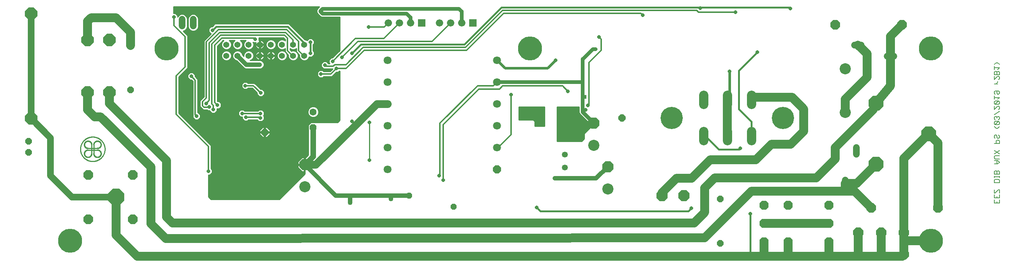
<source format=gbl>
G75*
%MOIN*%
%OFA0B0*%
%FSLAX25Y25*%
%IPPOS*%
%LPD*%
%AMOC8*
5,1,8,0,0,1.08239X$1,22.5*
%
%ADD10C,0.00500*%
%ADD11C,0.01000*%
%ADD12C,0.00100*%
%ADD13OC8,0.08850*%
%ADD14C,0.10000*%
%ADD15C,0.06000*%
%ADD16OC8,0.06000*%
%ADD17OC8,0.10000*%
%ADD18C,0.05315*%
%ADD19OC8,0.08268*%
%ADD20C,0.07087*%
%ADD21OC8,0.07087*%
%ADD22OC8,0.13386*%
%ADD23OC8,0.11268*%
%ADD24C,0.20000*%
%ADD25OC8,0.08600*%
%ADD26OC8,0.15000*%
%ADD27C,0.08250*%
%ADD28R,0.06600X0.06600*%
%ADD29C,0.06600*%
%ADD30C,0.05400*%
%ADD31C,0.05906*%
%ADD32OC8,0.06496*%
%ADD33OC8,0.05400*%
%ADD34OC8,0.06300*%
%ADD35C,0.06300*%
%ADD36OC8,0.05906*%
%ADD37OC8,0.09055*%
%ADD38C,0.21654*%
%ADD39C,0.08000*%
%ADD40OC8,0.03175*%
%ADD41C,0.01600*%
%ADD42C,0.02400*%
%ADD43C,0.04000*%
%ADD44R,0.03175X0.03175*%
%ADD45C,0.01200*%
%ADD46C,0.05000*%
%ADD47C,0.07000*%
%ADD48C,0.03200*%
D10*
X0948418Y0092099D02*
X0948418Y0095102D01*
X0948418Y0096703D02*
X0948418Y0099706D01*
X0948418Y0101307D02*
X0948418Y0104310D01*
X0948418Y0101307D02*
X0949169Y0101307D01*
X0952171Y0104310D01*
X0952922Y0104310D01*
X0952922Y0101307D01*
X0952922Y0099706D02*
X0952922Y0096703D01*
X0948418Y0096703D01*
X0950670Y0096703D02*
X0950670Y0098204D01*
X0952922Y0095102D02*
X0952922Y0092099D01*
X0948418Y0092099D01*
X0950670Y0092099D02*
X0950670Y0093601D01*
X0952922Y0110515D02*
X0952922Y0112767D01*
X0952171Y0113518D01*
X0949169Y0113518D01*
X0948418Y0112767D01*
X0948418Y0110515D01*
X0952922Y0110515D01*
X0952922Y0115119D02*
X0952922Y0116620D01*
X0952922Y0115870D02*
X0948418Y0115870D01*
X0948418Y0116620D02*
X0948418Y0115119D01*
X0948418Y0118188D02*
X0948418Y0120440D01*
X0949169Y0121191D01*
X0949919Y0121191D01*
X0950670Y0120440D01*
X0950670Y0118188D01*
X0952922Y0118188D02*
X0952922Y0120440D01*
X0952171Y0121191D01*
X0951421Y0121191D01*
X0950670Y0120440D01*
X0948418Y0118188D02*
X0952922Y0118188D01*
X0951421Y0127396D02*
X0952922Y0128897D01*
X0951421Y0130399D01*
X0948418Y0130399D01*
X0949169Y0132000D02*
X0948418Y0132751D01*
X0948418Y0134252D01*
X0949169Y0135003D01*
X0952922Y0135003D01*
X0952922Y0136604D02*
X0948418Y0139606D01*
X0948418Y0136604D02*
X0952922Y0139606D01*
X0952922Y0145812D02*
X0952922Y0148064D01*
X0952171Y0148814D01*
X0950670Y0148814D01*
X0949919Y0148064D01*
X0949919Y0145812D01*
X0948418Y0145812D02*
X0952922Y0145812D01*
X0952171Y0150416D02*
X0951421Y0150416D01*
X0950670Y0151166D01*
X0950670Y0152668D01*
X0949919Y0153418D01*
X0949169Y0153418D01*
X0948418Y0152668D01*
X0948418Y0151166D01*
X0949169Y0150416D01*
X0952171Y0150416D02*
X0952922Y0151166D01*
X0952922Y0152668D01*
X0952171Y0153418D01*
X0951421Y0159623D02*
X0952922Y0161125D01*
X0952171Y0162693D02*
X0952922Y0163443D01*
X0952922Y0164945D01*
X0952171Y0165695D01*
X0949169Y0162693D01*
X0948418Y0163443D01*
X0948418Y0164945D01*
X0949169Y0165695D01*
X0952171Y0165695D01*
X0952171Y0167297D02*
X0952922Y0168047D01*
X0952922Y0169549D01*
X0952171Y0170299D01*
X0951421Y0170299D01*
X0950670Y0169549D01*
X0949919Y0170299D01*
X0949169Y0170299D01*
X0948418Y0169549D01*
X0948418Y0168047D01*
X0949169Y0167297D01*
X0950670Y0168798D02*
X0950670Y0169549D01*
X0948418Y0171901D02*
X0952922Y0174903D01*
X0952171Y0176505D02*
X0952922Y0177255D01*
X0952922Y0178756D01*
X0952171Y0179507D01*
X0951421Y0179507D01*
X0948418Y0176505D01*
X0948418Y0179507D01*
X0949169Y0181108D02*
X0952171Y0184111D01*
X0949169Y0184111D01*
X0948418Y0183360D01*
X0948418Y0181859D01*
X0949169Y0181108D01*
X0952171Y0181108D01*
X0952922Y0181859D01*
X0952922Y0183360D01*
X0952171Y0184111D01*
X0951421Y0185712D02*
X0952922Y0187214D01*
X0948418Y0187214D01*
X0948418Y0188715D02*
X0948418Y0185712D01*
X0949169Y0190316D02*
X0948418Y0191067D01*
X0948418Y0192568D01*
X0949169Y0193319D01*
X0952171Y0193319D01*
X0952922Y0192568D01*
X0952922Y0191067D01*
X0952171Y0190316D01*
X0951421Y0190316D01*
X0950670Y0191067D01*
X0950670Y0193319D01*
X0951421Y0199524D02*
X0948418Y0199524D01*
X0949919Y0199524D02*
X0951421Y0201025D01*
X0951421Y0201776D01*
X0952171Y0203361D02*
X0952922Y0204111D01*
X0952922Y0205613D01*
X0952171Y0206363D01*
X0951421Y0206363D01*
X0948418Y0203361D01*
X0948418Y0206363D01*
X0948418Y0207965D02*
X0948418Y0210217D01*
X0949169Y0210967D01*
X0949919Y0210967D01*
X0950670Y0210217D01*
X0950670Y0207965D01*
X0950670Y0210217D02*
X0951421Y0210967D01*
X0952171Y0210967D01*
X0952922Y0210217D01*
X0952922Y0207965D01*
X0948418Y0207965D01*
X0948418Y0212569D02*
X0948418Y0215571D01*
X0948418Y0214070D02*
X0952922Y0214070D01*
X0951421Y0212569D01*
X0952922Y0217173D02*
X0951421Y0218674D01*
X0949919Y0218674D01*
X0948418Y0217173D01*
X0949169Y0162693D02*
X0952171Y0162693D01*
X0951421Y0159623D02*
X0949919Y0159623D01*
X0948418Y0161125D01*
X0949169Y0132000D02*
X0952922Y0132000D01*
X0950670Y0130399D02*
X0950670Y0127396D01*
X0951421Y0127396D02*
X0948418Y0127396D01*
D11*
X0585699Y0160992D02*
X0579699Y0154992D01*
X0579699Y0150242D01*
X0577449Y0147992D01*
X0555399Y0147992D01*
X0555399Y0178742D01*
X0574949Y0178742D01*
X0574949Y0173492D01*
X0582449Y0165992D01*
X0585699Y0165992D01*
X0585699Y0160992D01*
X0585699Y0161306D02*
X0555399Y0161306D01*
X0555399Y0160308D02*
X0585015Y0160308D01*
X0584016Y0159309D02*
X0555399Y0159309D01*
X0555399Y0158311D02*
X0583018Y0158311D01*
X0582019Y0157312D02*
X0555399Y0157312D01*
X0555399Y0156313D02*
X0581021Y0156313D01*
X0580022Y0155315D02*
X0555399Y0155315D01*
X0555399Y0154316D02*
X0579699Y0154316D01*
X0579699Y0153318D02*
X0555399Y0153318D01*
X0555399Y0152319D02*
X0579699Y0152319D01*
X0579699Y0151321D02*
X0555399Y0151321D01*
X0555399Y0150322D02*
X0579699Y0150322D01*
X0578781Y0149324D02*
X0555399Y0149324D01*
X0555399Y0148325D02*
X0577783Y0148325D01*
X0585699Y0162305D02*
X0555399Y0162305D01*
X0555399Y0163303D02*
X0585699Y0163303D01*
X0585699Y0164302D02*
X0555399Y0164302D01*
X0555399Y0165300D02*
X0585699Y0165300D01*
X0582143Y0166299D02*
X0555399Y0166299D01*
X0555399Y0167297D02*
X0581144Y0167297D01*
X0580146Y0168296D02*
X0555399Y0168296D01*
X0555399Y0169294D02*
X0579147Y0169294D01*
X0578149Y0170293D02*
X0555399Y0170293D01*
X0555399Y0171291D02*
X0577150Y0171291D01*
X0576152Y0172290D02*
X0555399Y0172290D01*
X0555399Y0173288D02*
X0575153Y0173288D01*
X0574949Y0174287D02*
X0555399Y0174287D01*
X0555399Y0175285D02*
X0574949Y0175285D01*
X0574949Y0176284D02*
X0555399Y0176284D01*
X0555399Y0177282D02*
X0574949Y0177282D01*
X0574949Y0178281D02*
X0555399Y0178281D01*
X0543949Y0178281D02*
X0521199Y0178281D01*
X0521199Y0178742D02*
X0543949Y0178742D01*
X0543949Y0161492D01*
X0535449Y0161492D01*
X0535449Y0165992D01*
X0534199Y0167242D01*
X0521199Y0167242D01*
X0521199Y0178742D01*
X0521199Y0177282D02*
X0543949Y0177282D01*
X0543949Y0176284D02*
X0521199Y0176284D01*
X0521199Y0175285D02*
X0543949Y0175285D01*
X0543949Y0174287D02*
X0521199Y0174287D01*
X0521199Y0173288D02*
X0543949Y0173288D01*
X0543949Y0172290D02*
X0521199Y0172290D01*
X0521199Y0171291D02*
X0543949Y0171291D01*
X0543949Y0170293D02*
X0521199Y0170293D01*
X0521199Y0169294D02*
X0543949Y0169294D01*
X0543949Y0168296D02*
X0521199Y0168296D01*
X0521199Y0167297D02*
X0543949Y0167297D01*
X0543949Y0166299D02*
X0535143Y0166299D01*
X0535449Y0165300D02*
X0543949Y0165300D01*
X0543949Y0164302D02*
X0535449Y0164302D01*
X0535449Y0163303D02*
X0543949Y0163303D01*
X0543949Y0162305D02*
X0535449Y0162305D01*
X0578449Y0176242D02*
X0580949Y0176242D01*
X0580199Y0187742D02*
X0578449Y0187742D01*
X0386699Y0164742D02*
X0386699Y0130742D01*
X0331699Y0135492D02*
X0329249Y0133042D01*
X0329199Y0133042D01*
X0329199Y0129742D01*
X0328199Y0129742D01*
X0328199Y0133042D01*
X0326090Y0133042D01*
X0322399Y0129352D01*
X0322399Y0127242D01*
X0324199Y0127242D01*
X0324199Y0126242D01*
X0322399Y0126242D01*
X0322399Y0124133D01*
X0326090Y0120442D01*
X0328199Y0120442D01*
X0328199Y0123687D01*
X0328699Y0123492D01*
X0328699Y0118492D01*
X0305699Y0095492D01*
X0244449Y0095492D01*
X0242199Y0097742D01*
X0242199Y0117455D01*
X0243311Y0117455D01*
X0245237Y0119380D01*
X0245237Y0122104D01*
X0244249Y0123091D01*
X0244249Y0144195D01*
X0242902Y0145542D01*
X0215249Y0173195D01*
X0215249Y0205789D01*
X0223249Y0213789D01*
X0223249Y0243195D01*
X0221902Y0244542D01*
X0219308Y0247137D01*
X0219375Y0247137D01*
X0221085Y0247845D01*
X0222394Y0249154D01*
X0223102Y0250864D01*
X0223102Y0258620D01*
X0222394Y0260330D01*
X0221085Y0261639D01*
X0219375Y0262348D01*
X0217524Y0262348D01*
X0215814Y0261639D01*
X0214505Y0260330D01*
X0214237Y0259683D01*
X0214237Y0261104D01*
X0212311Y0263030D01*
X0210699Y0263030D01*
X0210699Y0269016D01*
X0341806Y0269016D01*
X0340830Y0268040D01*
X0339902Y0267111D01*
X0339889Y0267081D01*
X0339412Y0266604D01*
X0339412Y0265929D01*
X0339399Y0265899D01*
X0339399Y0264336D01*
X0339412Y0264305D01*
X0339412Y0263880D01*
X0339712Y0263580D01*
X0339902Y0263123D01*
X0342830Y0260195D01*
X0344043Y0259692D01*
X0359949Y0259692D01*
X0359949Y0229495D01*
X0353484Y0223030D01*
X0352338Y0223030D01*
X0350412Y0221104D01*
X0350412Y0218380D01*
X0351000Y0217792D01*
X0349987Y0217792D01*
X0349987Y0217854D01*
X0348061Y0219780D01*
X0345338Y0219780D01*
X0343412Y0217854D01*
X0343412Y0215130D01*
X0345338Y0213205D01*
X0346734Y0213205D01*
X0346747Y0213192D01*
X0353647Y0213192D01*
X0351247Y0210792D01*
X0345549Y0210792D01*
X0344561Y0211780D01*
X0341838Y0211780D01*
X0339912Y0209854D01*
X0339912Y0207130D01*
X0341838Y0205205D01*
X0344561Y0205205D01*
X0345549Y0206192D01*
X0353152Y0206192D01*
X0354499Y0207539D01*
X0357165Y0210205D01*
X0358561Y0210205D01*
X0359549Y0211192D01*
X0359949Y0211192D01*
X0359949Y0166742D01*
X0357949Y0164742D01*
X0333949Y0164742D01*
X0331699Y0162492D01*
X0331699Y0135492D01*
X0331552Y0135345D02*
X0244249Y0135345D01*
X0244249Y0136343D02*
X0331699Y0136343D01*
X0331699Y0137342D02*
X0244249Y0137342D01*
X0244249Y0138340D02*
X0331699Y0138340D01*
X0331699Y0139339D02*
X0244249Y0139339D01*
X0244249Y0140337D02*
X0331699Y0140337D01*
X0331699Y0141336D02*
X0244249Y0141336D01*
X0244249Y0142334D02*
X0331699Y0142334D01*
X0331699Y0143333D02*
X0244249Y0143333D01*
X0244113Y0144331D02*
X0331699Y0144331D01*
X0331699Y0145330D02*
X0243114Y0145330D01*
X0242902Y0145542D02*
X0242902Y0145542D01*
X0242116Y0146328D02*
X0331699Y0146328D01*
X0331699Y0147327D02*
X0241117Y0147327D01*
X0240119Y0148325D02*
X0331699Y0148325D01*
X0331699Y0149324D02*
X0239120Y0149324D01*
X0238122Y0150322D02*
X0331699Y0150322D01*
X0331699Y0151321D02*
X0237123Y0151321D01*
X0236125Y0152319D02*
X0289940Y0152319D01*
X0290816Y0151444D02*
X0292199Y0151444D01*
X0292199Y0155492D01*
X0288151Y0155492D01*
X0288151Y0154108D01*
X0290816Y0151444D01*
X0292199Y0152319D02*
X0293199Y0152319D01*
X0293199Y0151444D02*
X0294583Y0151444D01*
X0297247Y0154108D01*
X0297247Y0155492D01*
X0293200Y0155492D01*
X0293200Y0156492D01*
X0297247Y0156492D01*
X0297247Y0157876D01*
X0294583Y0160540D01*
X0293199Y0160540D01*
X0293199Y0156492D01*
X0292199Y0156492D01*
X0292199Y0155492D01*
X0293199Y0155492D01*
X0293199Y0151444D01*
X0293199Y0153318D02*
X0292199Y0153318D01*
X0292199Y0154316D02*
X0293199Y0154316D01*
X0293199Y0155315D02*
X0292199Y0155315D01*
X0292199Y0156313D02*
X0232131Y0156313D01*
X0233129Y0155315D02*
X0288151Y0155315D01*
X0288151Y0154316D02*
X0234128Y0154316D01*
X0235126Y0153318D02*
X0288942Y0153318D01*
X0288151Y0156492D02*
X0292199Y0156492D01*
X0292199Y0160540D01*
X0290816Y0160540D01*
X0288151Y0157876D01*
X0288151Y0156492D01*
X0288151Y0157312D02*
X0231132Y0157312D01*
X0230134Y0158311D02*
X0288586Y0158311D01*
X0289584Y0159309D02*
X0229135Y0159309D01*
X0228137Y0160308D02*
X0290583Y0160308D01*
X0292199Y0160308D02*
X0293199Y0160308D01*
X0293199Y0159309D02*
X0292199Y0159309D01*
X0292199Y0158311D02*
X0293199Y0158311D01*
X0293199Y0157312D02*
X0292199Y0157312D01*
X0293200Y0156313D02*
X0331699Y0156313D01*
X0331699Y0155315D02*
X0297247Y0155315D01*
X0297247Y0154316D02*
X0331699Y0154316D01*
X0331699Y0153318D02*
X0296457Y0153318D01*
X0295459Y0152319D02*
X0331699Y0152319D01*
X0331699Y0157312D02*
X0297247Y0157312D01*
X0296813Y0158311D02*
X0331699Y0158311D01*
X0331699Y0159309D02*
X0295814Y0159309D01*
X0294816Y0160308D02*
X0331699Y0160308D01*
X0331699Y0161306D02*
X0227138Y0161306D01*
X0226140Y0162305D02*
X0331699Y0162305D01*
X0332510Y0163303D02*
X0225141Y0163303D01*
X0224143Y0164302D02*
X0333509Y0164302D01*
X0335235Y0169392D02*
X0337164Y0169392D01*
X0338947Y0170130D01*
X0340311Y0171495D01*
X0341049Y0173277D01*
X0341049Y0175207D01*
X0340311Y0176989D01*
X0338947Y0178354D01*
X0337164Y0179092D01*
X0335235Y0179092D01*
X0333452Y0178354D01*
X0332088Y0176989D01*
X0331349Y0175207D01*
X0331349Y0173277D01*
X0332088Y0171495D01*
X0333452Y0170130D01*
X0335235Y0169392D01*
X0333290Y0170293D02*
X0291987Y0170293D01*
X0291987Y0170354D02*
X0291349Y0170992D01*
X0291987Y0171630D01*
X0291987Y0174354D01*
X0290061Y0176280D01*
X0287338Y0176280D01*
X0286350Y0175292D01*
X0274799Y0175292D01*
X0273811Y0176280D01*
X0271088Y0176280D01*
X0269162Y0174354D01*
X0269162Y0171630D01*
X0271088Y0169705D01*
X0272412Y0169705D01*
X0272412Y0168130D01*
X0274338Y0166205D01*
X0277061Y0166205D01*
X0278049Y0167192D01*
X0285850Y0167192D01*
X0287338Y0165705D01*
X0290061Y0165705D01*
X0291987Y0167630D01*
X0291987Y0170354D01*
X0291648Y0171291D02*
X0332291Y0171291D01*
X0331759Y0172290D02*
X0291987Y0172290D01*
X0291987Y0173288D02*
X0331349Y0173288D01*
X0331349Y0174287D02*
X0291987Y0174287D01*
X0291055Y0175285D02*
X0331382Y0175285D01*
X0331796Y0176284D02*
X0249737Y0176284D01*
X0249737Y0177205D02*
X0251561Y0177205D01*
X0253487Y0179130D01*
X0253487Y0181854D01*
X0251561Y0183780D01*
X0250165Y0183780D01*
X0249999Y0183945D01*
X0249999Y0233539D01*
X0255152Y0238692D01*
X0255677Y0238692D01*
X0254469Y0237485D01*
X0253799Y0235867D01*
X0253799Y0234117D01*
X0254469Y0232500D01*
X0255707Y0231262D01*
X0257324Y0230592D01*
X0259075Y0230592D01*
X0260692Y0231262D01*
X0261930Y0232500D01*
X0262599Y0234117D01*
X0262599Y0235867D01*
X0261930Y0237485D01*
X0260722Y0238692D01*
X0265677Y0238692D01*
X0264469Y0237485D01*
X0263799Y0235867D01*
X0263799Y0234117D01*
X0264469Y0232500D01*
X0265707Y0231262D01*
X0267324Y0230592D01*
X0269075Y0230592D01*
X0270692Y0231262D01*
X0271930Y0232500D01*
X0272599Y0234117D01*
X0272599Y0235867D01*
X0271930Y0237485D01*
X0270722Y0238692D01*
X0275677Y0238692D01*
X0274469Y0237485D01*
X0273799Y0235867D01*
X0273799Y0234117D01*
X0274469Y0232500D01*
X0275707Y0231262D01*
X0277324Y0230592D01*
X0279075Y0230592D01*
X0280692Y0231262D01*
X0281930Y0232500D01*
X0282599Y0234117D01*
X0282599Y0235867D01*
X0282016Y0237277D01*
X0282588Y0236705D01*
X0284579Y0236705D01*
X0284353Y0236159D01*
X0284201Y0235392D01*
X0287799Y0235392D01*
X0287799Y0234592D01*
X0284201Y0234592D01*
X0284353Y0233825D01*
X0284655Y0233097D01*
X0285092Y0232442D01*
X0285650Y0231885D01*
X0286305Y0231447D01*
X0287033Y0231146D01*
X0287799Y0230993D01*
X0287799Y0234592D01*
X0288599Y0234592D01*
X0288599Y0230993D01*
X0289366Y0231146D01*
X0290094Y0231447D01*
X0290749Y0231885D01*
X0291306Y0232442D01*
X0291744Y0233097D01*
X0292046Y0233825D01*
X0292198Y0234592D01*
X0288600Y0234592D01*
X0288600Y0235392D01*
X0292198Y0235392D01*
X0292046Y0236159D01*
X0291744Y0236887D01*
X0291306Y0237542D01*
X0290749Y0238099D01*
X0290094Y0238537D01*
X0289366Y0238838D01*
X0288599Y0238991D01*
X0288599Y0235392D01*
X0287799Y0235392D01*
X0287799Y0238991D01*
X0287237Y0238879D01*
X0287237Y0241192D01*
X0309497Y0241192D01*
X0310899Y0239789D01*
X0310899Y0238515D01*
X0310692Y0238722D01*
X0309075Y0239392D01*
X0307324Y0239392D01*
X0305707Y0238722D01*
X0304469Y0237485D01*
X0303799Y0235867D01*
X0303799Y0234117D01*
X0304469Y0232500D01*
X0305707Y0231262D01*
X0307324Y0230592D01*
X0309075Y0230592D01*
X0310692Y0231262D01*
X0310899Y0231470D01*
X0310899Y0228539D01*
X0312247Y0227192D01*
X0313799Y0225639D01*
X0313799Y0224117D01*
X0314469Y0222500D01*
X0315707Y0221262D01*
X0317324Y0220592D01*
X0319075Y0220592D01*
X0320692Y0221262D01*
X0321930Y0222500D01*
X0322599Y0224117D01*
X0322599Y0225867D01*
X0321930Y0227485D01*
X0320692Y0228722D01*
X0319075Y0229392D01*
X0317324Y0229392D01*
X0316778Y0229166D01*
X0315499Y0230445D01*
X0315499Y0231470D01*
X0315707Y0231262D01*
X0317324Y0230592D01*
X0319075Y0230592D01*
X0320692Y0231262D01*
X0320899Y0231470D01*
X0320899Y0228539D01*
X0322247Y0227192D01*
X0323799Y0225639D01*
X0323799Y0224117D01*
X0324469Y0222500D01*
X0325707Y0221262D01*
X0327324Y0220592D01*
X0329075Y0220592D01*
X0330692Y0221262D01*
X0331930Y0222500D01*
X0332532Y0223955D01*
X0335061Y0223955D01*
X0336987Y0225880D01*
X0336987Y0228604D01*
X0336199Y0229391D01*
X0336199Y0235093D01*
X0336987Y0235880D01*
X0336987Y0238604D01*
X0335061Y0240530D01*
X0332338Y0240530D01*
X0330578Y0238770D01*
X0329075Y0239392D01*
X0328835Y0239392D01*
X0314866Y0253362D01*
X0313947Y0253742D01*
X0248452Y0253742D01*
X0247533Y0253362D01*
X0246830Y0252658D01*
X0245451Y0251280D01*
X0244338Y0251280D01*
X0242412Y0249354D01*
X0242412Y0246630D01*
X0244249Y0244794D01*
X0237899Y0238445D01*
X0237899Y0187945D01*
X0235747Y0185792D01*
X0235747Y0185792D01*
X0234399Y0184445D01*
X0234399Y0179039D01*
X0235747Y0177692D01*
X0237247Y0176192D01*
X0240600Y0176192D01*
X0241338Y0175455D01*
X0243162Y0175455D01*
X0243162Y0175130D01*
X0245088Y0173205D01*
X0247811Y0173205D01*
X0249737Y0175130D01*
X0249737Y0177205D01*
X0251639Y0177282D02*
X0332381Y0177282D01*
X0333379Y0178281D02*
X0252637Y0178281D01*
X0253487Y0179279D02*
X0359949Y0179279D01*
X0359949Y0178281D02*
X0339020Y0178281D01*
X0340018Y0177282D02*
X0359949Y0177282D01*
X0359949Y0176284D02*
X0340603Y0176284D01*
X0341017Y0175285D02*
X0359949Y0175285D01*
X0359949Y0174287D02*
X0341049Y0174287D01*
X0341049Y0173288D02*
X0359949Y0173288D01*
X0359949Y0172290D02*
X0340640Y0172290D01*
X0340107Y0171291D02*
X0359949Y0171291D01*
X0359949Y0170293D02*
X0339109Y0170293D01*
X0358507Y0165300D02*
X0223144Y0165300D01*
X0222146Y0166299D02*
X0274244Y0166299D01*
X0273245Y0167297D02*
X0232904Y0167297D01*
X0232811Y0167205D02*
X0234737Y0169130D01*
X0234737Y0171854D01*
X0232811Y0173780D01*
X0232499Y0173780D01*
X0232499Y0203945D01*
X0231152Y0205292D01*
X0229987Y0206457D01*
X0229987Y0207854D01*
X0228061Y0209780D01*
X0225338Y0209780D01*
X0223412Y0207854D01*
X0223412Y0205130D01*
X0225338Y0203205D01*
X0226734Y0203205D01*
X0227899Y0202039D01*
X0227899Y0170789D01*
X0228162Y0170527D01*
X0228162Y0169130D01*
X0230088Y0167205D01*
X0232811Y0167205D01*
X0233902Y0168296D02*
X0272412Y0168296D01*
X0272412Y0169294D02*
X0234737Y0169294D01*
X0234737Y0170293D02*
X0270500Y0170293D01*
X0269501Y0171291D02*
X0234737Y0171291D01*
X0234301Y0172290D02*
X0269162Y0172290D01*
X0269162Y0173288D02*
X0247895Y0173288D01*
X0248893Y0174287D02*
X0269162Y0174287D01*
X0270093Y0175285D02*
X0249737Y0175285D01*
X0245004Y0173288D02*
X0233302Y0173288D01*
X0232499Y0174287D02*
X0244006Y0174287D01*
X0243162Y0175285D02*
X0232499Y0175285D01*
X0232499Y0176284D02*
X0237155Y0176284D01*
X0236157Y0177282D02*
X0232499Y0177282D01*
X0232499Y0178281D02*
X0235158Y0178281D01*
X0234399Y0179279D02*
X0232499Y0179279D01*
X0232499Y0180278D02*
X0234399Y0180278D01*
X0234399Y0181276D02*
X0232499Y0181276D01*
X0232499Y0182275D02*
X0234399Y0182275D01*
X0234399Y0183273D02*
X0232499Y0183273D01*
X0232499Y0184272D02*
X0234399Y0184272D01*
X0235225Y0185270D02*
X0232499Y0185270D01*
X0232499Y0186269D02*
X0236223Y0186269D01*
X0237222Y0187267D02*
X0232499Y0187267D01*
X0232499Y0188266D02*
X0237899Y0188266D01*
X0237899Y0189264D02*
X0232499Y0189264D01*
X0232499Y0190263D02*
X0237899Y0190263D01*
X0237899Y0191261D02*
X0232499Y0191261D01*
X0232499Y0192260D02*
X0237899Y0192260D01*
X0237899Y0193258D02*
X0232499Y0193258D01*
X0232499Y0194257D02*
X0237899Y0194257D01*
X0237899Y0195255D02*
X0232499Y0195255D01*
X0232499Y0196254D02*
X0237899Y0196254D01*
X0237899Y0197252D02*
X0232499Y0197252D01*
X0232499Y0198251D02*
X0237899Y0198251D01*
X0237899Y0199249D02*
X0232499Y0199249D01*
X0232499Y0200248D02*
X0237899Y0200248D01*
X0237899Y0201246D02*
X0232499Y0201246D01*
X0232499Y0202245D02*
X0237899Y0202245D01*
X0237899Y0203244D02*
X0232499Y0203244D01*
X0232202Y0204242D02*
X0237899Y0204242D01*
X0237899Y0205241D02*
X0231204Y0205241D01*
X0230205Y0206239D02*
X0237899Y0206239D01*
X0237899Y0207238D02*
X0229987Y0207238D01*
X0229605Y0208236D02*
X0237899Y0208236D01*
X0237899Y0209235D02*
X0228606Y0209235D01*
X0224793Y0209235D02*
X0218695Y0209235D01*
X0219693Y0210233D02*
X0237899Y0210233D01*
X0237899Y0211232D02*
X0220692Y0211232D01*
X0221690Y0212230D02*
X0237899Y0212230D01*
X0237899Y0213229D02*
X0222689Y0213229D01*
X0223249Y0214227D02*
X0237899Y0214227D01*
X0237899Y0215226D02*
X0223249Y0215226D01*
X0223249Y0216224D02*
X0237899Y0216224D01*
X0237899Y0217223D02*
X0223249Y0217223D01*
X0223249Y0218221D02*
X0237899Y0218221D01*
X0237899Y0219220D02*
X0223249Y0219220D01*
X0223249Y0220218D02*
X0237899Y0220218D01*
X0237899Y0221217D02*
X0223249Y0221217D01*
X0223249Y0222215D02*
X0237899Y0222215D01*
X0237899Y0223214D02*
X0223249Y0223214D01*
X0223249Y0224212D02*
X0237899Y0224212D01*
X0237899Y0225211D02*
X0223249Y0225211D01*
X0223249Y0226209D02*
X0237899Y0226209D01*
X0237899Y0227208D02*
X0223249Y0227208D01*
X0223249Y0228206D02*
X0237899Y0228206D01*
X0237899Y0229205D02*
X0223249Y0229205D01*
X0223249Y0230203D02*
X0237899Y0230203D01*
X0237899Y0231202D02*
X0223249Y0231202D01*
X0223249Y0232200D02*
X0237899Y0232200D01*
X0237899Y0233199D02*
X0223249Y0233199D01*
X0223249Y0234197D02*
X0237899Y0234197D01*
X0237899Y0235196D02*
X0223249Y0235196D01*
X0223249Y0236194D02*
X0237899Y0236194D01*
X0237899Y0237193D02*
X0223249Y0237193D01*
X0223249Y0238191D02*
X0237899Y0238191D01*
X0238645Y0239190D02*
X0223249Y0239190D01*
X0223249Y0240188D02*
X0239643Y0240188D01*
X0240642Y0241187D02*
X0223249Y0241187D01*
X0223249Y0242185D02*
X0241640Y0242185D01*
X0242639Y0243184D02*
X0223249Y0243184D01*
X0222262Y0244182D02*
X0243637Y0244182D01*
X0243862Y0245181D02*
X0221263Y0245181D01*
X0221902Y0244542D02*
X0221902Y0244542D01*
X0220265Y0246180D02*
X0242863Y0246180D01*
X0242412Y0247178D02*
X0229475Y0247178D01*
X0229375Y0247137D02*
X0231085Y0247845D01*
X0232394Y0249154D01*
X0233102Y0250864D01*
X0233102Y0258620D01*
X0232394Y0260330D01*
X0231085Y0261639D01*
X0229375Y0262348D01*
X0227524Y0262348D01*
X0225814Y0261639D01*
X0224505Y0260330D01*
X0223797Y0258620D01*
X0223797Y0250864D01*
X0224505Y0249154D01*
X0225814Y0247845D01*
X0227524Y0247137D01*
X0229375Y0247137D01*
X0227424Y0247178D02*
X0219475Y0247178D01*
X0221417Y0248177D02*
X0225482Y0248177D01*
X0224496Y0249175D02*
X0222403Y0249175D01*
X0222816Y0250174D02*
X0224083Y0250174D01*
X0223797Y0251172D02*
X0223102Y0251172D01*
X0223102Y0252171D02*
X0223797Y0252171D01*
X0223797Y0253169D02*
X0223102Y0253169D01*
X0223102Y0254168D02*
X0223797Y0254168D01*
X0223797Y0255166D02*
X0223102Y0255166D01*
X0223102Y0256165D02*
X0223797Y0256165D01*
X0223797Y0257163D02*
X0223102Y0257163D01*
X0223102Y0258162D02*
X0223797Y0258162D01*
X0224020Y0259160D02*
X0222879Y0259160D01*
X0222465Y0260159D02*
X0224434Y0260159D01*
X0225332Y0261157D02*
X0221567Y0261157D01*
X0219838Y0262156D02*
X0227061Y0262156D01*
X0229838Y0262156D02*
X0340869Y0262156D01*
X0339889Y0263154D02*
X0210699Y0263154D01*
X0210699Y0264153D02*
X0339412Y0264153D01*
X0339399Y0265151D02*
X0210699Y0265151D01*
X0210699Y0266150D02*
X0339412Y0266150D01*
X0339939Y0267148D02*
X0210699Y0267148D01*
X0210699Y0268147D02*
X0340937Y0268147D01*
X0341868Y0261157D02*
X0231567Y0261157D01*
X0232465Y0260159D02*
X0342917Y0260159D01*
X0359949Y0259160D02*
X0232879Y0259160D01*
X0233102Y0258162D02*
X0359949Y0258162D01*
X0359949Y0257163D02*
X0233102Y0257163D01*
X0233102Y0256165D02*
X0359949Y0256165D01*
X0359949Y0255166D02*
X0233102Y0255166D01*
X0233102Y0254168D02*
X0359949Y0254168D01*
X0359949Y0253169D02*
X0315058Y0253169D01*
X0316057Y0252171D02*
X0359949Y0252171D01*
X0359949Y0251172D02*
X0317055Y0251172D01*
X0318054Y0250174D02*
X0359949Y0250174D01*
X0359949Y0249175D02*
X0319052Y0249175D01*
X0320051Y0248177D02*
X0359949Y0248177D01*
X0359949Y0247178D02*
X0321049Y0247178D01*
X0322048Y0246180D02*
X0359949Y0246180D01*
X0359949Y0245181D02*
X0323046Y0245181D01*
X0324045Y0244182D02*
X0359949Y0244182D01*
X0359949Y0243184D02*
X0325043Y0243184D01*
X0326042Y0242185D02*
X0359949Y0242185D01*
X0359949Y0241187D02*
X0327040Y0241187D01*
X0328039Y0240188D02*
X0331997Y0240188D01*
X0330998Y0239190D02*
X0329563Y0239190D01*
X0335402Y0240188D02*
X0359949Y0240188D01*
X0359949Y0239190D02*
X0336401Y0239190D01*
X0336987Y0238191D02*
X0359949Y0238191D01*
X0359949Y0237193D02*
X0336987Y0237193D01*
X0336987Y0236194D02*
X0359949Y0236194D01*
X0359949Y0235196D02*
X0336302Y0235196D01*
X0336199Y0234197D02*
X0359949Y0234197D01*
X0359949Y0233199D02*
X0336199Y0233199D01*
X0336199Y0232200D02*
X0359949Y0232200D01*
X0359949Y0231202D02*
X0336199Y0231202D01*
X0336199Y0230203D02*
X0359949Y0230203D01*
X0359659Y0229205D02*
X0336386Y0229205D01*
X0336987Y0228206D02*
X0358661Y0228206D01*
X0357662Y0227208D02*
X0336987Y0227208D01*
X0336987Y0226209D02*
X0356664Y0226209D01*
X0355665Y0225211D02*
X0336317Y0225211D01*
X0335319Y0224212D02*
X0354667Y0224212D01*
X0353668Y0223214D02*
X0332225Y0223214D01*
X0331645Y0222215D02*
X0351523Y0222215D01*
X0350525Y0221217D02*
X0330583Y0221217D01*
X0325816Y0221217D02*
X0320583Y0221217D01*
X0321645Y0222215D02*
X0324754Y0222215D01*
X0324174Y0223214D02*
X0322225Y0223214D01*
X0322599Y0224212D02*
X0323799Y0224212D01*
X0323799Y0225211D02*
X0322599Y0225211D01*
X0322458Y0226209D02*
X0323230Y0226209D01*
X0322247Y0227192D02*
X0322247Y0227192D01*
X0322231Y0227208D02*
X0322044Y0227208D01*
X0321233Y0228206D02*
X0321208Y0228206D01*
X0320899Y0229205D02*
X0319527Y0229205D01*
X0320899Y0230203D02*
X0315741Y0230203D01*
X0315852Y0231202D02*
X0315499Y0231202D01*
X0316739Y0229205D02*
X0316872Y0229205D01*
X0320547Y0231202D02*
X0320899Y0231202D01*
X0313230Y0226209D02*
X0312458Y0226209D01*
X0312599Y0225867D02*
X0311930Y0227485D01*
X0310692Y0228722D01*
X0309075Y0229392D01*
X0307324Y0229392D01*
X0305707Y0228722D01*
X0304469Y0227485D01*
X0303799Y0225867D01*
X0303799Y0224117D01*
X0304469Y0222500D01*
X0305707Y0221262D01*
X0307324Y0220592D01*
X0309075Y0220592D01*
X0310692Y0221262D01*
X0311930Y0222500D01*
X0312599Y0224117D01*
X0312599Y0225867D01*
X0312599Y0225211D02*
X0313799Y0225211D01*
X0313799Y0224212D02*
X0312599Y0224212D01*
X0312225Y0223214D02*
X0314174Y0223214D01*
X0314754Y0222215D02*
X0311645Y0222215D01*
X0310583Y0221217D02*
X0315816Y0221217D01*
X0305816Y0221217D02*
X0299537Y0221217D01*
X0299366Y0221146D02*
X0300094Y0221447D01*
X0300749Y0221885D01*
X0301306Y0222442D01*
X0301744Y0223097D01*
X0302046Y0223825D01*
X0302198Y0224592D01*
X0298600Y0224592D01*
X0298600Y0225392D01*
X0302198Y0225392D01*
X0302046Y0226159D01*
X0301744Y0226887D01*
X0301306Y0227542D01*
X0300749Y0228099D01*
X0300094Y0228537D01*
X0299366Y0228838D01*
X0298599Y0228991D01*
X0298599Y0225392D01*
X0297799Y0225392D01*
X0297799Y0224592D01*
X0294201Y0224592D01*
X0294353Y0223825D01*
X0294655Y0223097D01*
X0295092Y0222442D01*
X0295650Y0221885D01*
X0296305Y0221447D01*
X0297033Y0221146D01*
X0297799Y0220993D01*
X0297799Y0224592D01*
X0298599Y0224592D01*
X0298599Y0220993D01*
X0299366Y0221146D01*
X0298599Y0221217D02*
X0297799Y0221217D01*
X0296862Y0221217D02*
X0289537Y0221217D01*
X0289366Y0221146D02*
X0290094Y0221447D01*
X0290749Y0221885D01*
X0291306Y0222442D01*
X0291744Y0223097D01*
X0292046Y0223825D01*
X0292198Y0224592D01*
X0288600Y0224592D01*
X0288600Y0225392D01*
X0292198Y0225392D01*
X0292046Y0226159D01*
X0291744Y0226887D01*
X0291306Y0227542D01*
X0290749Y0228099D01*
X0290094Y0228537D01*
X0289366Y0228838D01*
X0288599Y0228991D01*
X0288599Y0225392D01*
X0287799Y0225392D01*
X0287799Y0224592D01*
X0284201Y0224592D01*
X0284353Y0223825D01*
X0284655Y0223097D01*
X0285092Y0222442D01*
X0285650Y0221885D01*
X0286305Y0221447D01*
X0287033Y0221146D01*
X0287799Y0220993D01*
X0287799Y0224592D01*
X0288599Y0224592D01*
X0288599Y0220993D01*
X0289366Y0221146D01*
X0288935Y0220692D02*
X0279316Y0220692D01*
X0280692Y0221262D01*
X0281930Y0222500D01*
X0282599Y0224117D01*
X0282599Y0225867D01*
X0281930Y0227485D01*
X0280692Y0228722D01*
X0279075Y0229392D01*
X0277324Y0229392D01*
X0275707Y0228722D01*
X0274469Y0227485D01*
X0273799Y0225867D01*
X0273799Y0224625D01*
X0272599Y0225825D01*
X0272599Y0225867D01*
X0271930Y0227485D01*
X0270692Y0228722D01*
X0269075Y0229392D01*
X0267324Y0229392D01*
X0265707Y0228722D01*
X0264469Y0227485D01*
X0263799Y0225867D01*
X0263799Y0225698D01*
X0263749Y0225578D01*
X0263749Y0223907D01*
X0264389Y0222363D01*
X0265570Y0221182D01*
X0267114Y0220542D01*
X0267417Y0220542D01*
X0274104Y0213855D01*
X0275463Y0213292D01*
X0288935Y0213292D01*
X0290295Y0213855D01*
X0291336Y0214896D01*
X0291899Y0216256D01*
X0291899Y0217728D01*
X0291336Y0219088D01*
X0290295Y0220129D01*
X0288935Y0220692D01*
X0288599Y0221217D02*
X0287799Y0221217D01*
X0286862Y0221217D02*
X0280583Y0221217D01*
X0281645Y0222215D02*
X0285320Y0222215D01*
X0284607Y0223214D02*
X0282225Y0223214D01*
X0282599Y0224212D02*
X0284276Y0224212D01*
X0284201Y0225392D02*
X0287799Y0225392D01*
X0287799Y0228991D01*
X0287033Y0228838D01*
X0286305Y0228537D01*
X0285650Y0228099D01*
X0285092Y0227542D01*
X0284655Y0226887D01*
X0284353Y0226159D01*
X0284201Y0225392D01*
X0284374Y0226209D02*
X0282458Y0226209D01*
X0282599Y0225211D02*
X0287799Y0225211D01*
X0288600Y0225211D02*
X0297799Y0225211D01*
X0297799Y0225392D02*
X0294201Y0225392D01*
X0294353Y0226159D01*
X0294655Y0226887D01*
X0295092Y0227542D01*
X0295650Y0228099D01*
X0296305Y0228537D01*
X0297033Y0228838D01*
X0297799Y0228991D01*
X0297799Y0225392D01*
X0297799Y0226209D02*
X0298599Y0226209D01*
X0298600Y0225211D02*
X0303799Y0225211D01*
X0303799Y0224212D02*
X0302123Y0224212D01*
X0301792Y0223214D02*
X0304174Y0223214D01*
X0304754Y0222215D02*
X0301079Y0222215D01*
X0298599Y0222215D02*
X0297799Y0222215D01*
X0297799Y0223214D02*
X0298599Y0223214D01*
X0298599Y0224212D02*
X0297799Y0224212D01*
X0297799Y0227208D02*
X0298599Y0227208D01*
X0298599Y0228206D02*
X0297799Y0228206D01*
X0295810Y0228206D02*
X0290589Y0228206D01*
X0291530Y0227208D02*
X0294869Y0227208D01*
X0294374Y0226209D02*
X0292025Y0226209D01*
X0292123Y0224212D02*
X0294276Y0224212D01*
X0294607Y0223214D02*
X0291792Y0223214D01*
X0291079Y0222215D02*
X0295320Y0222215D01*
X0291204Y0219220D02*
X0344778Y0219220D01*
X0343779Y0218221D02*
X0291695Y0218221D01*
X0291899Y0217223D02*
X0343412Y0217223D01*
X0343412Y0216224D02*
X0291886Y0216224D01*
X0291473Y0215226D02*
X0343412Y0215226D01*
X0344315Y0214227D02*
X0290667Y0214227D01*
X0273732Y0214227D02*
X0249999Y0214227D01*
X0249999Y0213229D02*
X0345314Y0213229D01*
X0345109Y0211232D02*
X0351686Y0211232D01*
X0352685Y0212230D02*
X0249999Y0212230D01*
X0249999Y0211232D02*
X0341290Y0211232D01*
X0340291Y0210233D02*
X0249999Y0210233D01*
X0249999Y0209235D02*
X0339912Y0209235D01*
X0339912Y0208236D02*
X0249999Y0208236D01*
X0249999Y0207238D02*
X0339912Y0207238D01*
X0340803Y0206239D02*
X0249999Y0206239D01*
X0249999Y0205241D02*
X0341802Y0205241D01*
X0344597Y0205241D02*
X0359949Y0205241D01*
X0359949Y0206239D02*
X0353199Y0206239D01*
X0354198Y0207238D02*
X0359949Y0207238D01*
X0359949Y0208236D02*
X0355196Y0208236D01*
X0356195Y0209235D02*
X0359949Y0209235D01*
X0359949Y0210233D02*
X0358590Y0210233D01*
X0359949Y0204242D02*
X0249999Y0204242D01*
X0249999Y0203244D02*
X0359949Y0203244D01*
X0359949Y0202245D02*
X0249999Y0202245D01*
X0249999Y0201246D02*
X0273805Y0201246D01*
X0273838Y0201280D02*
X0271912Y0199354D01*
X0271912Y0196630D01*
X0273838Y0194705D01*
X0276561Y0194705D01*
X0277549Y0195692D01*
X0281497Y0195692D01*
X0285662Y0191527D01*
X0285662Y0190130D01*
X0287588Y0188205D01*
X0290311Y0188205D01*
X0292237Y0190130D01*
X0292237Y0192854D01*
X0290311Y0194780D01*
X0288915Y0194780D01*
X0283402Y0200292D01*
X0277549Y0200292D01*
X0276561Y0201280D01*
X0273838Y0201280D01*
X0272806Y0200248D02*
X0249999Y0200248D01*
X0249999Y0199249D02*
X0271912Y0199249D01*
X0271912Y0198251D02*
X0249999Y0198251D01*
X0249999Y0197252D02*
X0271912Y0197252D01*
X0272289Y0196254D02*
X0249999Y0196254D01*
X0249999Y0195255D02*
X0273287Y0195255D01*
X0277112Y0195255D02*
X0281933Y0195255D01*
X0282932Y0194257D02*
X0249999Y0194257D01*
X0249999Y0193258D02*
X0283930Y0193258D01*
X0284929Y0192260D02*
X0249999Y0192260D01*
X0249999Y0191261D02*
X0285662Y0191261D01*
X0285662Y0190263D02*
X0249999Y0190263D01*
X0249999Y0189264D02*
X0286528Y0189264D01*
X0287527Y0188266D02*
X0249999Y0188266D01*
X0249999Y0187267D02*
X0359949Y0187267D01*
X0359949Y0186269D02*
X0249999Y0186269D01*
X0249999Y0185270D02*
X0359949Y0185270D01*
X0359949Y0184272D02*
X0249999Y0184272D01*
X0252067Y0183273D02*
X0359949Y0183273D01*
X0359949Y0182275D02*
X0253066Y0182275D01*
X0253487Y0181276D02*
X0359949Y0181276D01*
X0359949Y0180278D02*
X0253487Y0180278D01*
X0227899Y0180278D02*
X0215249Y0180278D01*
X0215249Y0181276D02*
X0227899Y0181276D01*
X0227899Y0182275D02*
X0215249Y0182275D01*
X0215249Y0183273D02*
X0227899Y0183273D01*
X0227899Y0184272D02*
X0215249Y0184272D01*
X0215249Y0185270D02*
X0227899Y0185270D01*
X0227899Y0186269D02*
X0215249Y0186269D01*
X0215249Y0187267D02*
X0227899Y0187267D01*
X0227899Y0188266D02*
X0215249Y0188266D01*
X0215249Y0189264D02*
X0227899Y0189264D01*
X0227899Y0190263D02*
X0215249Y0190263D01*
X0215249Y0191261D02*
X0227899Y0191261D01*
X0227899Y0192260D02*
X0215249Y0192260D01*
X0215249Y0193258D02*
X0227899Y0193258D01*
X0227899Y0194257D02*
X0215249Y0194257D01*
X0215249Y0195255D02*
X0227899Y0195255D01*
X0227899Y0196254D02*
X0215249Y0196254D01*
X0215249Y0197252D02*
X0227899Y0197252D01*
X0227899Y0198251D02*
X0215249Y0198251D01*
X0215249Y0199249D02*
X0227899Y0199249D01*
X0227899Y0200248D02*
X0215249Y0200248D01*
X0215249Y0201246D02*
X0227899Y0201246D01*
X0227694Y0202245D02*
X0215249Y0202245D01*
X0215249Y0203244D02*
X0225299Y0203244D01*
X0224300Y0204242D02*
X0215249Y0204242D01*
X0215249Y0205241D02*
X0223412Y0205241D01*
X0223412Y0206239D02*
X0215699Y0206239D01*
X0216698Y0207238D02*
X0223412Y0207238D01*
X0223794Y0208236D02*
X0217696Y0208236D01*
X0249999Y0215226D02*
X0272733Y0215226D01*
X0271735Y0216224D02*
X0249999Y0216224D01*
X0249999Y0217223D02*
X0270736Y0217223D01*
X0269738Y0218221D02*
X0249999Y0218221D01*
X0249999Y0219220D02*
X0268739Y0219220D01*
X0267741Y0220218D02*
X0249999Y0220218D01*
X0249999Y0221217D02*
X0255816Y0221217D01*
X0255707Y0221262D02*
X0257324Y0220592D01*
X0259075Y0220592D01*
X0260692Y0221262D01*
X0261930Y0222500D01*
X0262599Y0224117D01*
X0262599Y0225867D01*
X0261930Y0227485D01*
X0260692Y0228722D01*
X0259075Y0229392D01*
X0257324Y0229392D01*
X0255707Y0228722D01*
X0254469Y0227485D01*
X0253799Y0225867D01*
X0253799Y0224117D01*
X0254469Y0222500D01*
X0255707Y0221262D01*
X0254754Y0222215D02*
X0249999Y0222215D01*
X0249999Y0223214D02*
X0254174Y0223214D01*
X0253799Y0224212D02*
X0249999Y0224212D01*
X0249999Y0225211D02*
X0253799Y0225211D01*
X0253941Y0226209D02*
X0249999Y0226209D01*
X0249999Y0227208D02*
X0254355Y0227208D01*
X0255191Y0228206D02*
X0249999Y0228206D01*
X0249999Y0229205D02*
X0256872Y0229205D01*
X0255852Y0231202D02*
X0249999Y0231202D01*
X0249999Y0232200D02*
X0254769Y0232200D01*
X0254180Y0233199D02*
X0249999Y0233199D01*
X0250657Y0234197D02*
X0253799Y0234197D01*
X0253799Y0235196D02*
X0251656Y0235196D01*
X0252654Y0236194D02*
X0253935Y0236194D01*
X0253653Y0237193D02*
X0254349Y0237193D01*
X0254651Y0238191D02*
X0255176Y0238191D01*
X0261223Y0238191D02*
X0265176Y0238191D01*
X0264349Y0237193D02*
X0262050Y0237193D01*
X0262464Y0236194D02*
X0263935Y0236194D01*
X0263799Y0235196D02*
X0262599Y0235196D01*
X0262599Y0234197D02*
X0263799Y0234197D01*
X0264180Y0233199D02*
X0262219Y0233199D01*
X0261630Y0232200D02*
X0264769Y0232200D01*
X0265852Y0231202D02*
X0260547Y0231202D01*
X0259527Y0229205D02*
X0266872Y0229205D01*
X0265191Y0228206D02*
X0261208Y0228206D01*
X0262044Y0227208D02*
X0264355Y0227208D01*
X0263941Y0226209D02*
X0262458Y0226209D01*
X0262599Y0225211D02*
X0263749Y0225211D01*
X0263749Y0224212D02*
X0262599Y0224212D01*
X0262225Y0223214D02*
X0264036Y0223214D01*
X0264537Y0222215D02*
X0261645Y0222215D01*
X0260583Y0221217D02*
X0265535Y0221217D01*
X0273213Y0225211D02*
X0273799Y0225211D01*
X0273941Y0226209D02*
X0272458Y0226209D01*
X0272044Y0227208D02*
X0274355Y0227208D01*
X0275191Y0228206D02*
X0271208Y0228206D01*
X0269527Y0229205D02*
X0276872Y0229205D01*
X0275852Y0231202D02*
X0270547Y0231202D01*
X0271630Y0232200D02*
X0274769Y0232200D01*
X0274180Y0233199D02*
X0272219Y0233199D01*
X0272599Y0234197D02*
X0273799Y0234197D01*
X0273799Y0235196D02*
X0272599Y0235196D01*
X0272464Y0236194D02*
X0273935Y0236194D01*
X0274349Y0237193D02*
X0272050Y0237193D01*
X0271223Y0238191D02*
X0275176Y0238191D01*
X0282050Y0237193D02*
X0282100Y0237193D01*
X0282464Y0236194D02*
X0284368Y0236194D01*
X0284279Y0234197D02*
X0282599Y0234197D01*
X0282599Y0235196D02*
X0287799Y0235196D01*
X0288600Y0235196D02*
X0293799Y0235196D01*
X0293799Y0235867D02*
X0293799Y0234117D01*
X0294469Y0232500D01*
X0295707Y0231262D01*
X0297324Y0230592D01*
X0299075Y0230592D01*
X0300692Y0231262D01*
X0301930Y0232500D01*
X0302599Y0234117D01*
X0302599Y0235867D01*
X0301930Y0237485D01*
X0300692Y0238722D01*
X0299075Y0239392D01*
X0297324Y0239392D01*
X0295707Y0238722D01*
X0294469Y0237485D01*
X0293799Y0235867D01*
X0293935Y0236194D02*
X0292031Y0236194D01*
X0291540Y0237193D02*
X0294349Y0237193D01*
X0295176Y0238191D02*
X0290611Y0238191D01*
X0288599Y0238191D02*
X0287799Y0238191D01*
X0287799Y0237193D02*
X0288599Y0237193D01*
X0288599Y0236194D02*
X0287799Y0236194D01*
X0287799Y0234197D02*
X0288599Y0234197D01*
X0288599Y0233199D02*
X0287799Y0233199D01*
X0287799Y0232200D02*
X0288599Y0232200D01*
X0288599Y0231202D02*
X0287799Y0231202D01*
X0286898Y0231202D02*
X0280547Y0231202D01*
X0281630Y0232200D02*
X0285334Y0232200D01*
X0284613Y0233199D02*
X0282219Y0233199D01*
X0279527Y0229205D02*
X0306872Y0229205D01*
X0305191Y0228206D02*
X0300589Y0228206D01*
X0301530Y0227208D02*
X0304355Y0227208D01*
X0303941Y0226209D02*
X0302025Y0226209D01*
X0300547Y0231202D02*
X0305852Y0231202D01*
X0304769Y0232200D02*
X0301630Y0232200D01*
X0302219Y0233199D02*
X0304180Y0233199D01*
X0303799Y0234197D02*
X0302599Y0234197D01*
X0302599Y0235196D02*
X0303799Y0235196D01*
X0303935Y0236194D02*
X0302464Y0236194D01*
X0302050Y0237193D02*
X0304349Y0237193D01*
X0305176Y0238191D02*
X0301223Y0238191D01*
X0299563Y0239190D02*
X0306836Y0239190D01*
X0309563Y0239190D02*
X0310899Y0239190D01*
X0310500Y0240188D02*
X0287237Y0240188D01*
X0287237Y0239190D02*
X0296836Y0239190D01*
X0287237Y0241187D02*
X0309502Y0241187D01*
X0293799Y0234197D02*
X0292120Y0234197D01*
X0291786Y0233199D02*
X0294180Y0233199D01*
X0294769Y0232200D02*
X0291065Y0232200D01*
X0289501Y0231202D02*
X0295852Y0231202D01*
X0288599Y0228206D02*
X0287799Y0228206D01*
X0287799Y0227208D02*
X0288599Y0227208D01*
X0288599Y0226209D02*
X0287799Y0226209D01*
X0287799Y0224212D02*
X0288599Y0224212D01*
X0288599Y0223214D02*
X0287799Y0223214D01*
X0287799Y0222215D02*
X0288599Y0222215D01*
X0290080Y0220218D02*
X0350412Y0220218D01*
X0350412Y0219220D02*
X0348621Y0219220D01*
X0349619Y0218221D02*
X0350571Y0218221D01*
X0312231Y0227208D02*
X0312044Y0227208D01*
X0311233Y0228206D02*
X0311208Y0228206D01*
X0310899Y0229205D02*
X0309527Y0229205D01*
X0310899Y0230203D02*
X0249999Y0230203D01*
X0281208Y0228206D02*
X0285810Y0228206D01*
X0284869Y0227208D02*
X0282044Y0227208D01*
X0310547Y0231202D02*
X0310899Y0231202D01*
X0242412Y0248177D02*
X0231417Y0248177D01*
X0232403Y0249175D02*
X0242412Y0249175D01*
X0243232Y0250174D02*
X0232816Y0250174D01*
X0233102Y0251172D02*
X0244230Y0251172D01*
X0246342Y0252171D02*
X0233102Y0252171D01*
X0233102Y0253169D02*
X0247341Y0253169D01*
X0217061Y0262156D02*
X0213185Y0262156D01*
X0214183Y0261157D02*
X0215332Y0261157D01*
X0214434Y0260159D02*
X0214237Y0260159D01*
X0276594Y0201246D02*
X0359949Y0201246D01*
X0359949Y0200248D02*
X0283446Y0200248D01*
X0284445Y0199249D02*
X0359949Y0199249D01*
X0359949Y0198251D02*
X0285443Y0198251D01*
X0286442Y0197252D02*
X0359949Y0197252D01*
X0359949Y0196254D02*
X0287440Y0196254D01*
X0288439Y0195255D02*
X0359949Y0195255D01*
X0359949Y0194257D02*
X0290834Y0194257D01*
X0291832Y0193258D02*
X0359949Y0193258D01*
X0359949Y0192260D02*
X0292237Y0192260D01*
X0292237Y0191261D02*
X0359949Y0191261D01*
X0359949Y0190263D02*
X0292237Y0190263D01*
X0291371Y0189264D02*
X0359949Y0189264D01*
X0359949Y0188266D02*
X0290372Y0188266D01*
X0291987Y0169294D02*
X0359949Y0169294D01*
X0359949Y0168296D02*
X0291987Y0168296D01*
X0291654Y0167297D02*
X0359949Y0167297D01*
X0359506Y0166299D02*
X0290655Y0166299D01*
X0286744Y0166299D02*
X0277155Y0166299D01*
X0229995Y0167297D02*
X0221147Y0167297D01*
X0220149Y0168296D02*
X0228997Y0168296D01*
X0228162Y0169294D02*
X0219150Y0169294D01*
X0218152Y0170293D02*
X0228162Y0170293D01*
X0227899Y0171291D02*
X0217153Y0171291D01*
X0216155Y0172290D02*
X0227899Y0172290D01*
X0227899Y0173288D02*
X0215249Y0173288D01*
X0215249Y0174287D02*
X0227899Y0174287D01*
X0227899Y0175285D02*
X0215249Y0175285D01*
X0215249Y0176284D02*
X0227899Y0176284D01*
X0227899Y0177282D02*
X0215249Y0177282D01*
X0215249Y0178281D02*
X0227899Y0178281D01*
X0227899Y0179279D02*
X0215249Y0179279D01*
X0138961Y0144719D02*
X0138961Y0136844D01*
X0136993Y0136844D02*
X0136993Y0144719D01*
X0126977Y0140781D02*
X0126980Y0141051D01*
X0126990Y0141321D01*
X0127007Y0141590D01*
X0127030Y0141859D01*
X0127060Y0142128D01*
X0127096Y0142395D01*
X0127139Y0142662D01*
X0127188Y0142927D01*
X0127244Y0143191D01*
X0127307Y0143454D01*
X0127375Y0143715D01*
X0127451Y0143974D01*
X0127532Y0144231D01*
X0127620Y0144487D01*
X0127714Y0144740D01*
X0127814Y0144991D01*
X0127921Y0145239D01*
X0128033Y0145484D01*
X0128152Y0145727D01*
X0128276Y0145966D01*
X0128406Y0146203D01*
X0128542Y0146436D01*
X0128684Y0146666D01*
X0128831Y0146892D01*
X0128984Y0147115D01*
X0129142Y0147334D01*
X0129305Y0147549D01*
X0129474Y0147759D01*
X0129648Y0147966D01*
X0129827Y0148168D01*
X0130010Y0148366D01*
X0130199Y0148559D01*
X0130392Y0148748D01*
X0130590Y0148931D01*
X0130792Y0149110D01*
X0130999Y0149284D01*
X0131209Y0149453D01*
X0131424Y0149616D01*
X0131643Y0149774D01*
X0131866Y0149927D01*
X0132092Y0150074D01*
X0132322Y0150216D01*
X0132555Y0150352D01*
X0132792Y0150482D01*
X0133031Y0150606D01*
X0133274Y0150725D01*
X0133519Y0150837D01*
X0133767Y0150944D01*
X0134018Y0151044D01*
X0134271Y0151138D01*
X0134527Y0151226D01*
X0134784Y0151307D01*
X0135043Y0151383D01*
X0135304Y0151451D01*
X0135567Y0151514D01*
X0135831Y0151570D01*
X0136096Y0151619D01*
X0136363Y0151662D01*
X0136630Y0151698D01*
X0136899Y0151728D01*
X0137168Y0151751D01*
X0137437Y0151768D01*
X0137707Y0151778D01*
X0137977Y0151781D01*
X0138247Y0151778D01*
X0138517Y0151768D01*
X0138786Y0151751D01*
X0139055Y0151728D01*
X0139324Y0151698D01*
X0139591Y0151662D01*
X0139858Y0151619D01*
X0140123Y0151570D01*
X0140387Y0151514D01*
X0140650Y0151451D01*
X0140911Y0151383D01*
X0141170Y0151307D01*
X0141427Y0151226D01*
X0141683Y0151138D01*
X0141936Y0151044D01*
X0142187Y0150944D01*
X0142435Y0150837D01*
X0142680Y0150725D01*
X0142923Y0150606D01*
X0143162Y0150482D01*
X0143399Y0150352D01*
X0143632Y0150216D01*
X0143862Y0150074D01*
X0144088Y0149927D01*
X0144311Y0149774D01*
X0144530Y0149616D01*
X0144745Y0149453D01*
X0144955Y0149284D01*
X0145162Y0149110D01*
X0145364Y0148931D01*
X0145562Y0148748D01*
X0145755Y0148559D01*
X0145944Y0148366D01*
X0146127Y0148168D01*
X0146306Y0147966D01*
X0146480Y0147759D01*
X0146649Y0147549D01*
X0146812Y0147334D01*
X0146970Y0147115D01*
X0147123Y0146892D01*
X0147270Y0146666D01*
X0147412Y0146436D01*
X0147548Y0146203D01*
X0147678Y0145966D01*
X0147802Y0145727D01*
X0147921Y0145484D01*
X0148033Y0145239D01*
X0148140Y0144991D01*
X0148240Y0144740D01*
X0148334Y0144487D01*
X0148422Y0144231D01*
X0148503Y0143974D01*
X0148579Y0143715D01*
X0148647Y0143454D01*
X0148710Y0143191D01*
X0148766Y0142927D01*
X0148815Y0142662D01*
X0148858Y0142395D01*
X0148894Y0142128D01*
X0148924Y0141859D01*
X0148947Y0141590D01*
X0148964Y0141321D01*
X0148974Y0141051D01*
X0148977Y0140781D01*
X0148974Y0140511D01*
X0148964Y0140241D01*
X0148947Y0139972D01*
X0148924Y0139703D01*
X0148894Y0139434D01*
X0148858Y0139167D01*
X0148815Y0138900D01*
X0148766Y0138635D01*
X0148710Y0138371D01*
X0148647Y0138108D01*
X0148579Y0137847D01*
X0148503Y0137588D01*
X0148422Y0137331D01*
X0148334Y0137075D01*
X0148240Y0136822D01*
X0148140Y0136571D01*
X0148033Y0136323D01*
X0147921Y0136078D01*
X0147802Y0135835D01*
X0147678Y0135596D01*
X0147548Y0135359D01*
X0147412Y0135126D01*
X0147270Y0134896D01*
X0147123Y0134670D01*
X0146970Y0134447D01*
X0146812Y0134228D01*
X0146649Y0134013D01*
X0146480Y0133803D01*
X0146306Y0133596D01*
X0146127Y0133394D01*
X0145944Y0133196D01*
X0145755Y0133003D01*
X0145562Y0132814D01*
X0145364Y0132631D01*
X0145162Y0132452D01*
X0144955Y0132278D01*
X0144745Y0132109D01*
X0144530Y0131946D01*
X0144311Y0131788D01*
X0144088Y0131635D01*
X0143862Y0131488D01*
X0143632Y0131346D01*
X0143399Y0131210D01*
X0143162Y0131080D01*
X0142923Y0130956D01*
X0142680Y0130837D01*
X0142435Y0130725D01*
X0142187Y0130618D01*
X0141936Y0130518D01*
X0141683Y0130424D01*
X0141427Y0130336D01*
X0141170Y0130255D01*
X0140911Y0130179D01*
X0140650Y0130111D01*
X0140387Y0130048D01*
X0140123Y0129992D01*
X0139858Y0129943D01*
X0139591Y0129900D01*
X0139324Y0129864D01*
X0139055Y0129834D01*
X0138786Y0129811D01*
X0138517Y0129794D01*
X0138247Y0129784D01*
X0137977Y0129781D01*
X0137707Y0129784D01*
X0137437Y0129794D01*
X0137168Y0129811D01*
X0136899Y0129834D01*
X0136630Y0129864D01*
X0136363Y0129900D01*
X0136096Y0129943D01*
X0135831Y0129992D01*
X0135567Y0130048D01*
X0135304Y0130111D01*
X0135043Y0130179D01*
X0134784Y0130255D01*
X0134527Y0130336D01*
X0134271Y0130424D01*
X0134018Y0130518D01*
X0133767Y0130618D01*
X0133519Y0130725D01*
X0133274Y0130837D01*
X0133031Y0130956D01*
X0132792Y0131080D01*
X0132555Y0131210D01*
X0132322Y0131346D01*
X0132092Y0131488D01*
X0131866Y0131635D01*
X0131643Y0131788D01*
X0131424Y0131946D01*
X0131209Y0132109D01*
X0130999Y0132278D01*
X0130792Y0132452D01*
X0130590Y0132631D01*
X0130392Y0132814D01*
X0130199Y0133003D01*
X0130010Y0133196D01*
X0129827Y0133394D01*
X0129648Y0133596D01*
X0129474Y0133803D01*
X0129305Y0134013D01*
X0129142Y0134228D01*
X0128984Y0134447D01*
X0128831Y0134670D01*
X0128684Y0134896D01*
X0128542Y0135126D01*
X0128406Y0135359D01*
X0128276Y0135596D01*
X0128152Y0135835D01*
X0128033Y0136078D01*
X0127921Y0136323D01*
X0127814Y0136571D01*
X0127714Y0136822D01*
X0127620Y0137075D01*
X0127532Y0137331D01*
X0127451Y0137588D01*
X0127375Y0137847D01*
X0127307Y0138108D01*
X0127244Y0138371D01*
X0127188Y0138635D01*
X0127139Y0138900D01*
X0127096Y0139167D01*
X0127060Y0139434D01*
X0127030Y0139703D01*
X0127007Y0139972D01*
X0126990Y0140241D01*
X0126980Y0140511D01*
X0126977Y0140781D01*
X0133843Y0139994D02*
X0142111Y0139994D01*
X0142111Y0141569D02*
X0133843Y0141569D01*
X0244249Y0134346D02*
X0330554Y0134346D01*
X0329555Y0133348D02*
X0244249Y0133348D01*
X0244249Y0132349D02*
X0325397Y0132349D01*
X0324399Y0131351D02*
X0244249Y0131351D01*
X0244249Y0130352D02*
X0323400Y0130352D01*
X0322401Y0129354D02*
X0244249Y0129354D01*
X0244249Y0128355D02*
X0322399Y0128355D01*
X0322399Y0127357D02*
X0244249Y0127357D01*
X0244249Y0126358D02*
X0324199Y0126358D01*
X0322399Y0125360D02*
X0244249Y0125360D01*
X0244249Y0124361D02*
X0322399Y0124361D01*
X0323169Y0123363D02*
X0244249Y0123363D01*
X0244977Y0122364D02*
X0324168Y0122364D01*
X0325166Y0121366D02*
X0245237Y0121366D01*
X0245237Y0120367D02*
X0328699Y0120367D01*
X0328699Y0119369D02*
X0245225Y0119369D01*
X0244226Y0118370D02*
X0328577Y0118370D01*
X0327579Y0117372D02*
X0242199Y0117372D01*
X0242199Y0116373D02*
X0326580Y0116373D01*
X0325582Y0115375D02*
X0242199Y0115375D01*
X0242199Y0114376D02*
X0324583Y0114376D01*
X0323585Y0113377D02*
X0242199Y0113377D01*
X0242199Y0112379D02*
X0322586Y0112379D01*
X0321588Y0111380D02*
X0242199Y0111380D01*
X0242199Y0110382D02*
X0320589Y0110382D01*
X0319591Y0109383D02*
X0242199Y0109383D01*
X0242199Y0108385D02*
X0318592Y0108385D01*
X0317594Y0107386D02*
X0242199Y0107386D01*
X0242199Y0106388D02*
X0316595Y0106388D01*
X0315597Y0105389D02*
X0242199Y0105389D01*
X0242199Y0104391D02*
X0314598Y0104391D01*
X0313600Y0103392D02*
X0242199Y0103392D01*
X0242199Y0102394D02*
X0312601Y0102394D01*
X0311603Y0101395D02*
X0242199Y0101395D01*
X0242199Y0100397D02*
X0310604Y0100397D01*
X0309606Y0099398D02*
X0242199Y0099398D01*
X0242199Y0098400D02*
X0308607Y0098400D01*
X0307609Y0097401D02*
X0242540Y0097401D01*
X0243539Y0096403D02*
X0306610Y0096403D01*
X0328199Y0121366D02*
X0328699Y0121366D01*
X0328699Y0122364D02*
X0328199Y0122364D01*
X0328199Y0123363D02*
X0328699Y0123363D01*
X0328199Y0130352D02*
X0329199Y0130352D01*
X0329199Y0131351D02*
X0328199Y0131351D01*
X0328199Y0132349D02*
X0329199Y0132349D01*
D12*
X0138510Y0136808D02*
X0139410Y0136780D01*
X0139409Y0136781D02*
X0139410Y0136676D01*
X0139415Y0136570D01*
X0139423Y0136465D01*
X0139436Y0136361D01*
X0139452Y0136257D01*
X0139472Y0136154D01*
X0139497Y0136051D01*
X0139525Y0135950D01*
X0139556Y0135849D01*
X0139592Y0135750D01*
X0139631Y0135653D01*
X0139674Y0135557D01*
X0139721Y0135462D01*
X0139771Y0135370D01*
X0139824Y0135279D01*
X0139881Y0135190D01*
X0139941Y0135104D01*
X0140004Y0135020D01*
X0140071Y0134938D01*
X0140140Y0134859D01*
X0140213Y0134783D01*
X0140288Y0134709D01*
X0140366Y0134638D01*
X0140446Y0134570D01*
X0140529Y0134506D01*
X0140615Y0134444D01*
X0140703Y0134386D01*
X0140792Y0134331D01*
X0140884Y0134279D01*
X0140978Y0134231D01*
X0141073Y0134187D01*
X0141170Y0134146D01*
X0141269Y0134109D01*
X0141368Y0134075D01*
X0141469Y0134045D01*
X0141571Y0134020D01*
X0141674Y0133998D01*
X0141778Y0133979D01*
X0141882Y0133965D01*
X0141987Y0133955D01*
X0142092Y0133948D01*
X0142197Y0133946D01*
X0142303Y0133948D01*
X0142408Y0133953D01*
X0142513Y0133963D01*
X0142617Y0133976D01*
X0142721Y0133993D01*
X0142824Y0134014D01*
X0142926Y0134039D01*
X0143027Y0134068D01*
X0143128Y0134101D01*
X0143226Y0134137D01*
X0143324Y0134177D01*
X0143419Y0134221D01*
X0143513Y0134268D01*
X0143606Y0134319D01*
X0143696Y0134373D01*
X0143784Y0134431D01*
X0143870Y0134492D01*
X0143953Y0134556D01*
X0144035Y0134623D01*
X0144113Y0134693D01*
X0144189Y0134766D01*
X0144262Y0134842D01*
X0144332Y0134920D01*
X0144399Y0135002D01*
X0144463Y0135085D01*
X0144524Y0135171D01*
X0144582Y0135259D01*
X0144636Y0135349D01*
X0144687Y0135442D01*
X0144734Y0135536D01*
X0144778Y0135631D01*
X0144818Y0135729D01*
X0144854Y0135827D01*
X0144887Y0135928D01*
X0144916Y0136029D01*
X0144941Y0136131D01*
X0144962Y0136234D01*
X0144979Y0136338D01*
X0144992Y0136442D01*
X0145002Y0136547D01*
X0145007Y0136652D01*
X0145009Y0136758D01*
X0145007Y0136863D01*
X0145000Y0136968D01*
X0144990Y0137073D01*
X0144976Y0137177D01*
X0144957Y0137281D01*
X0144935Y0137384D01*
X0144910Y0137486D01*
X0144880Y0137587D01*
X0144846Y0137686D01*
X0144809Y0137785D01*
X0144768Y0137882D01*
X0144724Y0137977D01*
X0144676Y0138071D01*
X0144624Y0138163D01*
X0144569Y0138252D01*
X0144511Y0138340D01*
X0144449Y0138426D01*
X0144385Y0138509D01*
X0144317Y0138589D01*
X0144246Y0138667D01*
X0144172Y0138742D01*
X0144096Y0138815D01*
X0144017Y0138884D01*
X0143935Y0138951D01*
X0143851Y0139014D01*
X0143765Y0139074D01*
X0143676Y0139131D01*
X0143585Y0139184D01*
X0143493Y0139234D01*
X0143398Y0139281D01*
X0143302Y0139324D01*
X0143205Y0139363D01*
X0143106Y0139399D01*
X0143005Y0139430D01*
X0142904Y0139458D01*
X0142801Y0139483D01*
X0142698Y0139503D01*
X0142594Y0139519D01*
X0142490Y0139532D01*
X0142385Y0139540D01*
X0142279Y0139545D01*
X0142174Y0139546D01*
X0142147Y0140445D01*
X0142267Y0140446D01*
X0142387Y0140442D01*
X0142507Y0140434D01*
X0142627Y0140422D01*
X0142746Y0140407D01*
X0142865Y0140387D01*
X0142983Y0140364D01*
X0143100Y0140337D01*
X0143217Y0140306D01*
X0143332Y0140272D01*
X0143446Y0140233D01*
X0143558Y0140191D01*
X0143670Y0140146D01*
X0143779Y0140096D01*
X0143887Y0140043D01*
X0143994Y0139987D01*
X0144098Y0139927D01*
X0144200Y0139864D01*
X0144301Y0139798D01*
X0144399Y0139728D01*
X0144495Y0139656D01*
X0144588Y0139580D01*
X0144679Y0139501D01*
X0144767Y0139419D01*
X0144853Y0139335D01*
X0144935Y0139247D01*
X0145015Y0139158D01*
X0145092Y0139065D01*
X0145166Y0138970D01*
X0145237Y0138873D01*
X0145304Y0138773D01*
X0145368Y0138672D01*
X0145429Y0138568D01*
X0145487Y0138462D01*
X0145541Y0138355D01*
X0145591Y0138246D01*
X0145638Y0138135D01*
X0145682Y0138023D01*
X0145721Y0137909D01*
X0145757Y0137794D01*
X0145790Y0137679D01*
X0145818Y0137562D01*
X0145843Y0137444D01*
X0145863Y0137326D01*
X0145880Y0137206D01*
X0145893Y0137087D01*
X0145902Y0136967D01*
X0145908Y0136847D01*
X0145909Y0136727D01*
X0145906Y0136606D01*
X0145900Y0136486D01*
X0145889Y0136366D01*
X0145875Y0136247D01*
X0145857Y0136128D01*
X0145835Y0136010D01*
X0145809Y0135892D01*
X0145780Y0135776D01*
X0145746Y0135660D01*
X0145709Y0135546D01*
X0145668Y0135433D01*
X0145624Y0135321D01*
X0145576Y0135211D01*
X0145524Y0135102D01*
X0145469Y0134995D01*
X0145410Y0134890D01*
X0145348Y0134787D01*
X0145283Y0134686D01*
X0145214Y0134588D01*
X0145142Y0134491D01*
X0145068Y0134397D01*
X0144990Y0134305D01*
X0144909Y0134216D01*
X0144825Y0134130D01*
X0144739Y0134046D01*
X0144650Y0133965D01*
X0144558Y0133887D01*
X0144464Y0133813D01*
X0144367Y0133741D01*
X0144269Y0133672D01*
X0144168Y0133607D01*
X0144065Y0133545D01*
X0143960Y0133486D01*
X0143853Y0133431D01*
X0143744Y0133379D01*
X0143634Y0133331D01*
X0143522Y0133287D01*
X0143409Y0133246D01*
X0143295Y0133209D01*
X0143179Y0133175D01*
X0143063Y0133146D01*
X0142945Y0133120D01*
X0142827Y0133098D01*
X0142708Y0133080D01*
X0142589Y0133066D01*
X0142469Y0133055D01*
X0142349Y0133049D01*
X0142228Y0133046D01*
X0142108Y0133047D01*
X0141988Y0133053D01*
X0141868Y0133062D01*
X0141749Y0133075D01*
X0141629Y0133092D01*
X0141511Y0133112D01*
X0141393Y0133137D01*
X0141276Y0133165D01*
X0141161Y0133198D01*
X0141046Y0133234D01*
X0140932Y0133273D01*
X0140820Y0133317D01*
X0140709Y0133364D01*
X0140600Y0133414D01*
X0140493Y0133468D01*
X0140387Y0133526D01*
X0140283Y0133587D01*
X0140182Y0133651D01*
X0140082Y0133718D01*
X0139985Y0133789D01*
X0139890Y0133863D01*
X0139797Y0133940D01*
X0139708Y0134020D01*
X0139620Y0134102D01*
X0139536Y0134188D01*
X0139454Y0134276D01*
X0139375Y0134367D01*
X0139299Y0134460D01*
X0139227Y0134556D01*
X0139157Y0134654D01*
X0139091Y0134755D01*
X0139028Y0134857D01*
X0138968Y0134961D01*
X0138912Y0135068D01*
X0138859Y0135176D01*
X0138809Y0135285D01*
X0138764Y0135397D01*
X0138722Y0135509D01*
X0138683Y0135623D01*
X0138649Y0135738D01*
X0138618Y0135855D01*
X0138591Y0135972D01*
X0138568Y0136090D01*
X0138548Y0136209D01*
X0138533Y0136328D01*
X0138521Y0136448D01*
X0138513Y0136568D01*
X0138509Y0136688D01*
X0138510Y0136808D01*
X0138603Y0136805D01*
X0138604Y0136686D01*
X0138607Y0136566D01*
X0138615Y0136447D01*
X0138627Y0136328D01*
X0138643Y0136209D01*
X0138663Y0136091D01*
X0138687Y0135974D01*
X0138714Y0135857D01*
X0138746Y0135742D01*
X0138781Y0135627D01*
X0138820Y0135514D01*
X0138863Y0135403D01*
X0138909Y0135292D01*
X0138959Y0135184D01*
X0139013Y0135077D01*
X0139070Y0134971D01*
X0139130Y0134868D01*
X0139194Y0134767D01*
X0139262Y0134668D01*
X0139332Y0134572D01*
X0139406Y0134477D01*
X0139483Y0134386D01*
X0139563Y0134296D01*
X0139645Y0134210D01*
X0139731Y0134126D01*
X0139819Y0134046D01*
X0139910Y0133968D01*
X0140004Y0133893D01*
X0140099Y0133821D01*
X0140198Y0133753D01*
X0140298Y0133688D01*
X0140401Y0133626D01*
X0140505Y0133568D01*
X0140611Y0133513D01*
X0140720Y0133462D01*
X0140829Y0133414D01*
X0140941Y0133370D01*
X0141053Y0133330D01*
X0141167Y0133294D01*
X0141282Y0133261D01*
X0141399Y0133232D01*
X0141516Y0133207D01*
X0141633Y0133186D01*
X0141752Y0133169D01*
X0141871Y0133156D01*
X0141990Y0133147D01*
X0142109Y0133141D01*
X0142229Y0133140D01*
X0142349Y0133143D01*
X0142468Y0133149D01*
X0142587Y0133160D01*
X0142706Y0133174D01*
X0142824Y0133193D01*
X0142942Y0133215D01*
X0143059Y0133242D01*
X0143174Y0133272D01*
X0143289Y0133306D01*
X0143403Y0133343D01*
X0143515Y0133385D01*
X0143626Y0133430D01*
X0143735Y0133479D01*
X0143843Y0133531D01*
X0143948Y0133587D01*
X0144052Y0133647D01*
X0144154Y0133710D01*
X0144254Y0133776D01*
X0144351Y0133845D01*
X0144446Y0133918D01*
X0144539Y0133994D01*
X0144629Y0134072D01*
X0144716Y0134154D01*
X0144801Y0134239D01*
X0144883Y0134326D01*
X0144961Y0134416D01*
X0145037Y0134509D01*
X0145110Y0134604D01*
X0145179Y0134701D01*
X0145245Y0134801D01*
X0145308Y0134903D01*
X0145368Y0135007D01*
X0145424Y0135112D01*
X0145476Y0135220D01*
X0145525Y0135329D01*
X0145570Y0135440D01*
X0145612Y0135552D01*
X0145649Y0135666D01*
X0145683Y0135781D01*
X0145713Y0135896D01*
X0145740Y0136013D01*
X0145762Y0136131D01*
X0145781Y0136249D01*
X0145795Y0136368D01*
X0145806Y0136487D01*
X0145812Y0136606D01*
X0145815Y0136726D01*
X0145814Y0136846D01*
X0145808Y0136965D01*
X0145799Y0137084D01*
X0145786Y0137203D01*
X0145769Y0137322D01*
X0145748Y0137439D01*
X0145723Y0137556D01*
X0145694Y0137673D01*
X0145661Y0137788D01*
X0145625Y0137902D01*
X0145585Y0138014D01*
X0145541Y0138126D01*
X0145493Y0138235D01*
X0145442Y0138344D01*
X0145387Y0138450D01*
X0145329Y0138554D01*
X0145267Y0138657D01*
X0145202Y0138757D01*
X0145134Y0138856D01*
X0145062Y0138951D01*
X0144987Y0139045D01*
X0144909Y0139136D01*
X0144829Y0139224D01*
X0144745Y0139310D01*
X0144659Y0139392D01*
X0144569Y0139472D01*
X0144478Y0139549D01*
X0144383Y0139623D01*
X0144287Y0139693D01*
X0144188Y0139761D01*
X0144087Y0139825D01*
X0143984Y0139885D01*
X0143878Y0139942D01*
X0143771Y0139996D01*
X0143663Y0140046D01*
X0143552Y0140092D01*
X0143441Y0140135D01*
X0143328Y0140174D01*
X0143213Y0140209D01*
X0143098Y0140241D01*
X0142981Y0140268D01*
X0142864Y0140292D01*
X0142746Y0140312D01*
X0142627Y0140328D01*
X0142508Y0140340D01*
X0142389Y0140348D01*
X0142269Y0140351D01*
X0142150Y0140352D01*
X0142153Y0140258D01*
X0142270Y0140257D01*
X0142387Y0140253D01*
X0142504Y0140246D01*
X0142621Y0140234D01*
X0142737Y0140218D01*
X0142853Y0140198D01*
X0142968Y0140175D01*
X0143082Y0140148D01*
X0143195Y0140117D01*
X0143307Y0140082D01*
X0143418Y0140043D01*
X0143528Y0140001D01*
X0143636Y0139955D01*
X0143742Y0139906D01*
X0143847Y0139853D01*
X0143950Y0139796D01*
X0144051Y0139736D01*
X0144149Y0139673D01*
X0144246Y0139607D01*
X0144341Y0139537D01*
X0144433Y0139464D01*
X0144522Y0139389D01*
X0144609Y0139310D01*
X0144693Y0139228D01*
X0144775Y0139144D01*
X0144854Y0139057D01*
X0144929Y0138967D01*
X0145002Y0138875D01*
X0145072Y0138781D01*
X0145138Y0138684D01*
X0145201Y0138585D01*
X0145261Y0138484D01*
X0145317Y0138381D01*
X0145370Y0138276D01*
X0145419Y0138170D01*
X0145465Y0138062D01*
X0145507Y0137952D01*
X0145546Y0137841D01*
X0145581Y0137729D01*
X0145611Y0137616D01*
X0145639Y0137502D01*
X0145662Y0137387D01*
X0145681Y0137271D01*
X0145697Y0137155D01*
X0145709Y0137038D01*
X0145717Y0136921D01*
X0145721Y0136804D01*
X0145720Y0136687D01*
X0145717Y0136569D01*
X0145709Y0136452D01*
X0145697Y0136335D01*
X0145681Y0136219D01*
X0145662Y0136103D01*
X0145638Y0135989D01*
X0145611Y0135874D01*
X0145580Y0135761D01*
X0145545Y0135649D01*
X0145507Y0135538D01*
X0145465Y0135429D01*
X0145419Y0135321D01*
X0145369Y0135214D01*
X0145316Y0135110D01*
X0145260Y0135007D01*
X0145200Y0134906D01*
X0145137Y0134807D01*
X0145071Y0134710D01*
X0145001Y0134616D01*
X0144928Y0134524D01*
X0144853Y0134434D01*
X0144774Y0134347D01*
X0144692Y0134263D01*
X0144608Y0134181D01*
X0144521Y0134102D01*
X0144431Y0134027D01*
X0144339Y0133954D01*
X0144245Y0133884D01*
X0144148Y0133818D01*
X0144049Y0133755D01*
X0143948Y0133695D01*
X0143845Y0133639D01*
X0143741Y0133586D01*
X0143634Y0133536D01*
X0143526Y0133490D01*
X0143417Y0133448D01*
X0143306Y0133410D01*
X0143194Y0133375D01*
X0143081Y0133344D01*
X0142966Y0133317D01*
X0142852Y0133293D01*
X0142736Y0133274D01*
X0142620Y0133258D01*
X0142503Y0133246D01*
X0142386Y0133238D01*
X0142268Y0133235D01*
X0142151Y0133234D01*
X0142034Y0133238D01*
X0141917Y0133246D01*
X0141800Y0133258D01*
X0141684Y0133274D01*
X0141568Y0133293D01*
X0141453Y0133316D01*
X0141339Y0133344D01*
X0141226Y0133374D01*
X0141114Y0133409D01*
X0141003Y0133448D01*
X0140893Y0133490D01*
X0140785Y0133536D01*
X0140679Y0133585D01*
X0140574Y0133638D01*
X0140471Y0133694D01*
X0140370Y0133754D01*
X0140271Y0133817D01*
X0140174Y0133883D01*
X0140080Y0133953D01*
X0139988Y0134026D01*
X0139898Y0134101D01*
X0139811Y0134180D01*
X0139727Y0134262D01*
X0139645Y0134346D01*
X0139566Y0134433D01*
X0139491Y0134522D01*
X0139418Y0134614D01*
X0139348Y0134709D01*
X0139282Y0134806D01*
X0139219Y0134904D01*
X0139159Y0135005D01*
X0139102Y0135108D01*
X0139049Y0135213D01*
X0139000Y0135319D01*
X0138954Y0135427D01*
X0138912Y0135537D01*
X0138873Y0135648D01*
X0138838Y0135760D01*
X0138807Y0135873D01*
X0138780Y0135987D01*
X0138757Y0136102D01*
X0138737Y0136218D01*
X0138721Y0136334D01*
X0138709Y0136451D01*
X0138702Y0136568D01*
X0138698Y0136685D01*
X0138697Y0136802D01*
X0138791Y0136800D01*
X0138792Y0136683D01*
X0138796Y0136566D01*
X0138804Y0136450D01*
X0138816Y0136334D01*
X0138832Y0136218D01*
X0138852Y0136103D01*
X0138876Y0135989D01*
X0138904Y0135876D01*
X0138935Y0135764D01*
X0138971Y0135653D01*
X0139010Y0135543D01*
X0139053Y0135434D01*
X0139099Y0135327D01*
X0139150Y0135222D01*
X0139203Y0135119D01*
X0139261Y0135017D01*
X0139321Y0134917D01*
X0139385Y0134820D01*
X0139453Y0134725D01*
X0139523Y0134632D01*
X0139597Y0134541D01*
X0139674Y0134454D01*
X0139753Y0134368D01*
X0139836Y0134286D01*
X0139921Y0134206D01*
X0140009Y0134130D01*
X0140100Y0134056D01*
X0140193Y0133986D01*
X0140288Y0133919D01*
X0140386Y0133855D01*
X0140485Y0133794D01*
X0140587Y0133737D01*
X0140691Y0133684D01*
X0140796Y0133634D01*
X0140903Y0133587D01*
X0141012Y0133545D01*
X0141122Y0133506D01*
X0141233Y0133470D01*
X0141345Y0133439D01*
X0141459Y0133411D01*
X0141573Y0133388D01*
X0141688Y0133368D01*
X0141803Y0133352D01*
X0141919Y0133340D01*
X0142036Y0133332D01*
X0142152Y0133328D01*
X0142269Y0133329D01*
X0142385Y0133333D01*
X0142502Y0133341D01*
X0142618Y0133353D01*
X0142733Y0133368D01*
X0142848Y0133388D01*
X0142963Y0133412D01*
X0143076Y0133440D01*
X0143188Y0133471D01*
X0143299Y0133507D01*
X0143409Y0133546D01*
X0143518Y0133588D01*
X0143625Y0133635D01*
X0143730Y0133685D01*
X0143834Y0133739D01*
X0143935Y0133796D01*
X0144035Y0133857D01*
X0144132Y0133921D01*
X0144228Y0133988D01*
X0144321Y0134058D01*
X0144411Y0134132D01*
X0144499Y0134209D01*
X0144584Y0134288D01*
X0144667Y0134371D01*
X0144746Y0134456D01*
X0144823Y0134544D01*
X0144897Y0134634D01*
X0144967Y0134727D01*
X0145034Y0134823D01*
X0145098Y0134920D01*
X0145159Y0135020D01*
X0145216Y0135121D01*
X0145270Y0135225D01*
X0145320Y0135330D01*
X0145367Y0135437D01*
X0145409Y0135546D01*
X0145448Y0135656D01*
X0145484Y0135767D01*
X0145515Y0135879D01*
X0145543Y0135992D01*
X0145567Y0136107D01*
X0145587Y0136222D01*
X0145602Y0136337D01*
X0145614Y0136453D01*
X0145622Y0136570D01*
X0145626Y0136686D01*
X0145627Y0136803D01*
X0145623Y0136919D01*
X0145615Y0137036D01*
X0145603Y0137152D01*
X0145587Y0137267D01*
X0145567Y0137382D01*
X0145544Y0137496D01*
X0145516Y0137610D01*
X0145485Y0137722D01*
X0145449Y0137833D01*
X0145410Y0137943D01*
X0145368Y0138052D01*
X0145321Y0138159D01*
X0145271Y0138264D01*
X0145218Y0138368D01*
X0145161Y0138470D01*
X0145100Y0138569D01*
X0145036Y0138667D01*
X0144969Y0138762D01*
X0144899Y0138855D01*
X0144825Y0138946D01*
X0144749Y0139034D01*
X0144669Y0139119D01*
X0144587Y0139202D01*
X0144501Y0139281D01*
X0144414Y0139358D01*
X0144323Y0139432D01*
X0144230Y0139502D01*
X0144135Y0139570D01*
X0144038Y0139634D01*
X0143938Y0139694D01*
X0143836Y0139752D01*
X0143733Y0139805D01*
X0143628Y0139856D01*
X0143521Y0139902D01*
X0143412Y0139945D01*
X0143302Y0139984D01*
X0143191Y0140020D01*
X0143079Y0140051D01*
X0142966Y0140079D01*
X0142852Y0140103D01*
X0142737Y0140123D01*
X0142621Y0140139D01*
X0142505Y0140151D01*
X0142389Y0140159D01*
X0142272Y0140163D01*
X0142155Y0140164D01*
X0142158Y0140070D01*
X0142273Y0140069D01*
X0142387Y0140065D01*
X0142501Y0140057D01*
X0142614Y0140045D01*
X0142727Y0140029D01*
X0142840Y0140010D01*
X0142952Y0139986D01*
X0143063Y0139959D01*
X0143172Y0139927D01*
X0143281Y0139892D01*
X0143389Y0139854D01*
X0143495Y0139811D01*
X0143599Y0139765D01*
X0143702Y0139716D01*
X0143803Y0139663D01*
X0143903Y0139606D01*
X0144000Y0139546D01*
X0144095Y0139483D01*
X0144188Y0139417D01*
X0144279Y0139347D01*
X0144367Y0139274D01*
X0144452Y0139199D01*
X0144535Y0139120D01*
X0144616Y0139039D01*
X0144693Y0138955D01*
X0144767Y0138868D01*
X0144839Y0138779D01*
X0144907Y0138687D01*
X0144972Y0138594D01*
X0145034Y0138498D01*
X0145093Y0138399D01*
X0145148Y0138299D01*
X0145199Y0138197D01*
X0145247Y0138094D01*
X0145292Y0137989D01*
X0145333Y0137882D01*
X0145370Y0137774D01*
X0145404Y0137665D01*
X0145433Y0137554D01*
X0145459Y0137443D01*
X0145481Y0137331D01*
X0145499Y0137218D01*
X0145514Y0137105D01*
X0145524Y0136991D01*
X0145530Y0136877D01*
X0145533Y0136763D01*
X0145532Y0136649D01*
X0145526Y0136535D01*
X0145517Y0136421D01*
X0145504Y0136307D01*
X0145487Y0136194D01*
X0145466Y0136082D01*
X0145441Y0135970D01*
X0145413Y0135860D01*
X0145380Y0135750D01*
X0145344Y0135642D01*
X0145304Y0135535D01*
X0145261Y0135429D01*
X0145214Y0135325D01*
X0145163Y0135223D01*
X0145109Y0135122D01*
X0145052Y0135023D01*
X0144991Y0134927D01*
X0144927Y0134832D01*
X0144859Y0134740D01*
X0144789Y0134650D01*
X0144715Y0134563D01*
X0144639Y0134478D01*
X0144559Y0134396D01*
X0144477Y0134316D01*
X0144392Y0134240D01*
X0144305Y0134166D01*
X0144215Y0134096D01*
X0144123Y0134028D01*
X0144028Y0133964D01*
X0143932Y0133903D01*
X0143833Y0133846D01*
X0143732Y0133792D01*
X0143630Y0133741D01*
X0143526Y0133694D01*
X0143420Y0133651D01*
X0143313Y0133611D01*
X0143205Y0133575D01*
X0143095Y0133542D01*
X0142985Y0133514D01*
X0142873Y0133489D01*
X0142761Y0133468D01*
X0142648Y0133451D01*
X0142534Y0133438D01*
X0142420Y0133429D01*
X0142306Y0133423D01*
X0142192Y0133422D01*
X0142078Y0133425D01*
X0141964Y0133431D01*
X0141850Y0133441D01*
X0141737Y0133456D01*
X0141624Y0133474D01*
X0141512Y0133496D01*
X0141401Y0133522D01*
X0141290Y0133551D01*
X0141181Y0133585D01*
X0141073Y0133622D01*
X0140966Y0133663D01*
X0140861Y0133708D01*
X0140758Y0133756D01*
X0140656Y0133807D01*
X0140556Y0133862D01*
X0140457Y0133921D01*
X0140361Y0133983D01*
X0140268Y0134048D01*
X0140176Y0134116D01*
X0140087Y0134188D01*
X0140000Y0134262D01*
X0139916Y0134339D01*
X0139835Y0134420D01*
X0139756Y0134503D01*
X0139681Y0134588D01*
X0139608Y0134676D01*
X0139538Y0134767D01*
X0139472Y0134860D01*
X0139409Y0134955D01*
X0139349Y0135052D01*
X0139292Y0135152D01*
X0139239Y0135253D01*
X0139190Y0135356D01*
X0139144Y0135460D01*
X0139101Y0135566D01*
X0139063Y0135674D01*
X0139028Y0135783D01*
X0138996Y0135892D01*
X0138969Y0136003D01*
X0138945Y0136115D01*
X0138926Y0136228D01*
X0138910Y0136341D01*
X0138898Y0136454D01*
X0138890Y0136568D01*
X0138886Y0136682D01*
X0138885Y0136797D01*
X0138979Y0136794D01*
X0138980Y0136681D01*
X0138984Y0136569D01*
X0138992Y0136456D01*
X0139004Y0136344D01*
X0139020Y0136233D01*
X0139040Y0136122D01*
X0139064Y0136012D01*
X0139091Y0135903D01*
X0139122Y0135795D01*
X0139157Y0135688D01*
X0139196Y0135582D01*
X0139239Y0135477D01*
X0139285Y0135375D01*
X0139334Y0135274D01*
X0139387Y0135174D01*
X0139444Y0135077D01*
X0139504Y0134981D01*
X0139567Y0134888D01*
X0139633Y0134797D01*
X0139703Y0134709D01*
X0139775Y0134622D01*
X0139851Y0134539D01*
X0139929Y0134458D01*
X0140010Y0134380D01*
X0140094Y0134305D01*
X0140180Y0134233D01*
X0140269Y0134163D01*
X0140360Y0134097D01*
X0140454Y0134034D01*
X0140550Y0133975D01*
X0140647Y0133919D01*
X0140747Y0133866D01*
X0140848Y0133817D01*
X0140951Y0133771D01*
X0141055Y0133729D01*
X0141161Y0133691D01*
X0141268Y0133656D01*
X0141377Y0133625D01*
X0141486Y0133598D01*
X0141596Y0133575D01*
X0141707Y0133555D01*
X0141819Y0133540D01*
X0141931Y0133528D01*
X0142043Y0133520D01*
X0142156Y0133516D01*
X0142268Y0133517D01*
X0142381Y0133521D01*
X0142493Y0133529D01*
X0142605Y0133540D01*
X0142717Y0133556D01*
X0142827Y0133576D01*
X0142938Y0133599D01*
X0143047Y0133627D01*
X0143155Y0133658D01*
X0143262Y0133693D01*
X0143368Y0133731D01*
X0143472Y0133773D01*
X0143575Y0133819D01*
X0143676Y0133869D01*
X0143776Y0133921D01*
X0143873Y0133978D01*
X0143969Y0134038D01*
X0144062Y0134100D01*
X0144153Y0134167D01*
X0144242Y0134236D01*
X0144328Y0134308D01*
X0144412Y0134384D01*
X0144493Y0134462D01*
X0144571Y0134543D01*
X0144647Y0134627D01*
X0144719Y0134713D01*
X0144788Y0134802D01*
X0144855Y0134893D01*
X0144917Y0134986D01*
X0144977Y0135082D01*
X0145034Y0135179D01*
X0145086Y0135279D01*
X0145136Y0135380D01*
X0145182Y0135483D01*
X0145224Y0135587D01*
X0145262Y0135693D01*
X0145297Y0135800D01*
X0145328Y0135908D01*
X0145356Y0136017D01*
X0145379Y0136128D01*
X0145399Y0136238D01*
X0145415Y0136350D01*
X0145426Y0136462D01*
X0145434Y0136574D01*
X0145438Y0136687D01*
X0145439Y0136799D01*
X0145435Y0136912D01*
X0145427Y0137024D01*
X0145415Y0137136D01*
X0145400Y0137248D01*
X0145380Y0137359D01*
X0145357Y0137469D01*
X0145330Y0137578D01*
X0145299Y0137687D01*
X0145264Y0137794D01*
X0145226Y0137900D01*
X0145184Y0138004D01*
X0145138Y0138107D01*
X0145089Y0138208D01*
X0145036Y0138308D01*
X0144980Y0138405D01*
X0144921Y0138501D01*
X0144858Y0138595D01*
X0144792Y0138686D01*
X0144722Y0138775D01*
X0144650Y0138861D01*
X0144575Y0138945D01*
X0144497Y0139026D01*
X0144416Y0139104D01*
X0144333Y0139180D01*
X0144246Y0139252D01*
X0144158Y0139322D01*
X0144067Y0139388D01*
X0143974Y0139451D01*
X0143878Y0139511D01*
X0143781Y0139568D01*
X0143681Y0139621D01*
X0143580Y0139670D01*
X0143478Y0139716D01*
X0143373Y0139759D01*
X0143267Y0139798D01*
X0143160Y0139833D01*
X0143052Y0139864D01*
X0142943Y0139891D01*
X0142833Y0139915D01*
X0142722Y0139935D01*
X0142611Y0139951D01*
X0142499Y0139963D01*
X0142386Y0139971D01*
X0142274Y0139975D01*
X0142161Y0139976D01*
X0142164Y0139882D01*
X0142276Y0139881D01*
X0142387Y0139877D01*
X0142499Y0139869D01*
X0142610Y0139856D01*
X0142721Y0139840D01*
X0142831Y0139820D01*
X0142940Y0139796D01*
X0143048Y0139768D01*
X0143155Y0139736D01*
X0143261Y0139700D01*
X0143366Y0139661D01*
X0143469Y0139618D01*
X0143570Y0139571D01*
X0143670Y0139521D01*
X0143768Y0139467D01*
X0143864Y0139410D01*
X0143958Y0139349D01*
X0144050Y0139285D01*
X0144139Y0139218D01*
X0144226Y0139147D01*
X0144310Y0139074D01*
X0144392Y0138998D01*
X0144471Y0138918D01*
X0144547Y0138836D01*
X0144620Y0138752D01*
X0144690Y0138665D01*
X0144756Y0138575D01*
X0144820Y0138483D01*
X0144880Y0138389D01*
X0144937Y0138293D01*
X0144991Y0138194D01*
X0145040Y0138094D01*
X0145087Y0137993D01*
X0145129Y0137889D01*
X0145168Y0137784D01*
X0145203Y0137678D01*
X0145235Y0137571D01*
X0145262Y0137463D01*
X0145286Y0137353D01*
X0145305Y0137243D01*
X0145321Y0137133D01*
X0145333Y0137021D01*
X0145341Y0136910D01*
X0145345Y0136798D01*
X0145344Y0136686D01*
X0145340Y0136575D01*
X0145332Y0136463D01*
X0145320Y0136352D01*
X0145304Y0136242D01*
X0145284Y0136132D01*
X0145260Y0136022D01*
X0145233Y0135914D01*
X0145201Y0135807D01*
X0145166Y0135701D01*
X0145127Y0135596D01*
X0145084Y0135493D01*
X0145037Y0135391D01*
X0144987Y0135291D01*
X0144934Y0135193D01*
X0144876Y0135097D01*
X0144816Y0135003D01*
X0144752Y0134911D01*
X0144685Y0134822D01*
X0144615Y0134735D01*
X0144542Y0134650D01*
X0144466Y0134568D01*
X0144387Y0134489D01*
X0144305Y0134413D01*
X0144220Y0134340D01*
X0144133Y0134270D01*
X0144044Y0134203D01*
X0143952Y0134139D01*
X0143858Y0134079D01*
X0143762Y0134021D01*
X0143664Y0133968D01*
X0143564Y0133918D01*
X0143462Y0133871D01*
X0143359Y0133828D01*
X0143254Y0133789D01*
X0143148Y0133754D01*
X0143041Y0133722D01*
X0142933Y0133695D01*
X0142823Y0133671D01*
X0142713Y0133651D01*
X0142603Y0133635D01*
X0142492Y0133623D01*
X0142380Y0133615D01*
X0142269Y0133611D01*
X0142157Y0133610D01*
X0142045Y0133614D01*
X0141934Y0133622D01*
X0141822Y0133634D01*
X0141712Y0133650D01*
X0141602Y0133669D01*
X0141492Y0133693D01*
X0141384Y0133720D01*
X0141277Y0133752D01*
X0141171Y0133787D01*
X0141066Y0133826D01*
X0140962Y0133868D01*
X0140861Y0133915D01*
X0140761Y0133964D01*
X0140662Y0134018D01*
X0140566Y0134075D01*
X0140472Y0134135D01*
X0140380Y0134199D01*
X0140290Y0134265D01*
X0140203Y0134335D01*
X0140119Y0134408D01*
X0140037Y0134484D01*
X0139957Y0134563D01*
X0139881Y0134645D01*
X0139808Y0134729D01*
X0139737Y0134816D01*
X0139670Y0134905D01*
X0139606Y0134997D01*
X0139545Y0135091D01*
X0139488Y0135187D01*
X0139434Y0135285D01*
X0139384Y0135385D01*
X0139337Y0135486D01*
X0139294Y0135589D01*
X0139255Y0135694D01*
X0139219Y0135800D01*
X0139187Y0135907D01*
X0139159Y0136015D01*
X0139135Y0136124D01*
X0139115Y0136234D01*
X0139099Y0136345D01*
X0139086Y0136456D01*
X0139078Y0136568D01*
X0139074Y0136679D01*
X0139073Y0136791D01*
X0139167Y0136788D01*
X0139168Y0136679D01*
X0139172Y0136570D01*
X0139180Y0136461D01*
X0139193Y0136352D01*
X0139209Y0136244D01*
X0139229Y0136137D01*
X0139252Y0136030D01*
X0139280Y0135925D01*
X0139311Y0135820D01*
X0139347Y0135717D01*
X0139385Y0135614D01*
X0139428Y0135514D01*
X0139474Y0135415D01*
X0139523Y0135317D01*
X0139576Y0135222D01*
X0139633Y0135128D01*
X0139693Y0135037D01*
X0139756Y0134948D01*
X0139822Y0134861D01*
X0139891Y0134776D01*
X0139963Y0134694D01*
X0140038Y0134615D01*
X0140116Y0134538D01*
X0140197Y0134465D01*
X0140280Y0134394D01*
X0140366Y0134326D01*
X0140454Y0134262D01*
X0140544Y0134200D01*
X0140636Y0134142D01*
X0140731Y0134087D01*
X0140827Y0134036D01*
X0140926Y0133988D01*
X0141025Y0133944D01*
X0141127Y0133903D01*
X0141230Y0133866D01*
X0141334Y0133833D01*
X0141439Y0133803D01*
X0141545Y0133777D01*
X0141652Y0133755D01*
X0141760Y0133737D01*
X0141868Y0133723D01*
X0141977Y0133713D01*
X0142086Y0133706D01*
X0142195Y0133704D01*
X0142304Y0133705D01*
X0142413Y0133711D01*
X0142522Y0133720D01*
X0142631Y0133733D01*
X0142738Y0133750D01*
X0142846Y0133771D01*
X0142952Y0133796D01*
X0143057Y0133825D01*
X0143162Y0133857D01*
X0143265Y0133893D01*
X0143367Y0133933D01*
X0143467Y0133976D01*
X0143566Y0134023D01*
X0143662Y0134074D01*
X0143757Y0134128D01*
X0143850Y0134185D01*
X0143941Y0134245D01*
X0144030Y0134309D01*
X0144116Y0134376D01*
X0144200Y0134446D01*
X0144281Y0134519D01*
X0144360Y0134595D01*
X0144436Y0134674D01*
X0144509Y0134755D01*
X0144579Y0134839D01*
X0144646Y0134925D01*
X0144710Y0135014D01*
X0144770Y0135105D01*
X0144827Y0135198D01*
X0144881Y0135293D01*
X0144932Y0135389D01*
X0144979Y0135488D01*
X0145022Y0135588D01*
X0145062Y0135690D01*
X0145098Y0135793D01*
X0145130Y0135898D01*
X0145159Y0136003D01*
X0145184Y0136109D01*
X0145205Y0136217D01*
X0145222Y0136324D01*
X0145235Y0136433D01*
X0145244Y0136542D01*
X0145250Y0136651D01*
X0145251Y0136760D01*
X0145249Y0136869D01*
X0145242Y0136978D01*
X0145232Y0137087D01*
X0145218Y0137195D01*
X0145200Y0137303D01*
X0145178Y0137410D01*
X0145152Y0137516D01*
X0145122Y0137621D01*
X0145089Y0137725D01*
X0145052Y0137828D01*
X0145011Y0137930D01*
X0144967Y0138029D01*
X0144919Y0138128D01*
X0144868Y0138224D01*
X0144813Y0138319D01*
X0144755Y0138411D01*
X0144693Y0138501D01*
X0144629Y0138589D01*
X0144561Y0138675D01*
X0144490Y0138758D01*
X0144417Y0138839D01*
X0144340Y0138917D01*
X0144261Y0138992D01*
X0144179Y0139064D01*
X0144094Y0139133D01*
X0144007Y0139199D01*
X0143918Y0139262D01*
X0143827Y0139322D01*
X0143733Y0139379D01*
X0143638Y0139432D01*
X0143540Y0139481D01*
X0143441Y0139527D01*
X0143341Y0139570D01*
X0143238Y0139608D01*
X0143135Y0139644D01*
X0143030Y0139675D01*
X0142925Y0139703D01*
X0142818Y0139726D01*
X0142711Y0139746D01*
X0142603Y0139762D01*
X0142494Y0139775D01*
X0142385Y0139783D01*
X0142276Y0139787D01*
X0142167Y0139788D01*
X0142170Y0139694D01*
X0142278Y0139693D01*
X0142386Y0139689D01*
X0142494Y0139680D01*
X0142602Y0139668D01*
X0142709Y0139651D01*
X0142815Y0139631D01*
X0142921Y0139607D01*
X0143025Y0139579D01*
X0143129Y0139547D01*
X0143231Y0139511D01*
X0143332Y0139472D01*
X0143431Y0139429D01*
X0143529Y0139382D01*
X0143625Y0139332D01*
X0143719Y0139278D01*
X0143811Y0139221D01*
X0143901Y0139160D01*
X0143988Y0139097D01*
X0144073Y0139030D01*
X0144156Y0138960D01*
X0144236Y0138887D01*
X0144313Y0138811D01*
X0144388Y0138732D01*
X0144459Y0138651D01*
X0144528Y0138567D01*
X0144593Y0138480D01*
X0144655Y0138392D01*
X0144714Y0138301D01*
X0144769Y0138208D01*
X0144821Y0138113D01*
X0144870Y0138016D01*
X0144914Y0137917D01*
X0144956Y0137817D01*
X0144993Y0137715D01*
X0145027Y0137613D01*
X0145057Y0137508D01*
X0145083Y0137403D01*
X0145105Y0137297D01*
X0145123Y0137191D01*
X0145138Y0137083D01*
X0145148Y0136975D01*
X0145155Y0136867D01*
X0145157Y0136759D01*
X0145155Y0136651D01*
X0145150Y0136543D01*
X0145141Y0136435D01*
X0145127Y0136327D01*
X0145110Y0136220D01*
X0145089Y0136114D01*
X0145063Y0136009D01*
X0145034Y0135905D01*
X0145002Y0135801D01*
X0144965Y0135699D01*
X0144925Y0135599D01*
X0144881Y0135500D01*
X0144833Y0135403D01*
X0144782Y0135307D01*
X0144727Y0135214D01*
X0144669Y0135122D01*
X0144608Y0135033D01*
X0144544Y0134946D01*
X0144476Y0134861D01*
X0144405Y0134779D01*
X0144331Y0134700D01*
X0144255Y0134624D01*
X0144176Y0134550D01*
X0144094Y0134479D01*
X0144009Y0134411D01*
X0143922Y0134347D01*
X0143833Y0134286D01*
X0143741Y0134228D01*
X0143648Y0134173D01*
X0143552Y0134122D01*
X0143455Y0134074D01*
X0143356Y0134030D01*
X0143256Y0133990D01*
X0143154Y0133953D01*
X0143050Y0133921D01*
X0142946Y0133892D01*
X0142841Y0133866D01*
X0142735Y0133845D01*
X0142628Y0133828D01*
X0142520Y0133814D01*
X0142412Y0133805D01*
X0142304Y0133800D01*
X0142196Y0133798D01*
X0142088Y0133800D01*
X0141980Y0133807D01*
X0141872Y0133817D01*
X0141764Y0133832D01*
X0141658Y0133850D01*
X0141552Y0133872D01*
X0141447Y0133898D01*
X0141342Y0133928D01*
X0141240Y0133962D01*
X0141138Y0133999D01*
X0141038Y0134041D01*
X0140939Y0134085D01*
X0140842Y0134134D01*
X0140747Y0134186D01*
X0140654Y0134241D01*
X0140563Y0134300D01*
X0140475Y0134362D01*
X0140388Y0134427D01*
X0140304Y0134496D01*
X0140223Y0134567D01*
X0140144Y0134642D01*
X0140068Y0134719D01*
X0139995Y0134799D01*
X0139925Y0134882D01*
X0139858Y0134967D01*
X0139795Y0135054D01*
X0139734Y0135144D01*
X0139677Y0135236D01*
X0139623Y0135330D01*
X0139573Y0135426D01*
X0139526Y0135524D01*
X0139483Y0135623D01*
X0139444Y0135724D01*
X0139408Y0135826D01*
X0139376Y0135930D01*
X0139348Y0136034D01*
X0139324Y0136140D01*
X0139304Y0136246D01*
X0139287Y0136353D01*
X0139275Y0136461D01*
X0139266Y0136569D01*
X0139262Y0136677D01*
X0139261Y0136785D01*
X0139355Y0136782D01*
X0139356Y0136676D01*
X0139360Y0136570D01*
X0139369Y0136463D01*
X0139382Y0136358D01*
X0139398Y0136253D01*
X0139418Y0136148D01*
X0139443Y0136044D01*
X0139471Y0135942D01*
X0139503Y0135840D01*
X0139538Y0135740D01*
X0139578Y0135641D01*
X0139621Y0135544D01*
X0139667Y0135448D01*
X0139718Y0135354D01*
X0139771Y0135262D01*
X0139828Y0135172D01*
X0139889Y0135084D01*
X0139952Y0134999D01*
X0140019Y0134916D01*
X0140089Y0134836D01*
X0140161Y0134758D01*
X0140237Y0134683D01*
X0140315Y0134611D01*
X0140396Y0134542D01*
X0140480Y0134476D01*
X0140566Y0134413D01*
X0140654Y0134353D01*
X0140744Y0134297D01*
X0140837Y0134244D01*
X0140931Y0134194D01*
X0141027Y0134148D01*
X0141125Y0134106D01*
X0141224Y0134067D01*
X0141324Y0134033D01*
X0141426Y0134001D01*
X0141529Y0133974D01*
X0141633Y0133951D01*
X0141738Y0133931D01*
X0141843Y0133916D01*
X0141949Y0133904D01*
X0142055Y0133896D01*
X0142161Y0133892D01*
X0142268Y0133893D01*
X0142374Y0133897D01*
X0142480Y0133905D01*
X0142586Y0133917D01*
X0142691Y0133933D01*
X0142796Y0133953D01*
X0142900Y0133977D01*
X0143003Y0134005D01*
X0143104Y0134036D01*
X0143205Y0134071D01*
X0143304Y0134110D01*
X0143401Y0134153D01*
X0143497Y0134199D01*
X0143591Y0134249D01*
X0143683Y0134302D01*
X0143774Y0134359D01*
X0143862Y0134419D01*
X0143947Y0134482D01*
X0144030Y0134549D01*
X0144111Y0134618D01*
X0144189Y0134691D01*
X0144264Y0134766D01*
X0144337Y0134844D01*
X0144406Y0134925D01*
X0144473Y0135008D01*
X0144536Y0135093D01*
X0144596Y0135181D01*
X0144653Y0135272D01*
X0144706Y0135364D01*
X0144756Y0135458D01*
X0144802Y0135554D01*
X0144845Y0135651D01*
X0144884Y0135750D01*
X0144919Y0135851D01*
X0144950Y0135952D01*
X0144978Y0136055D01*
X0145002Y0136159D01*
X0145022Y0136264D01*
X0145038Y0136369D01*
X0145050Y0136475D01*
X0145058Y0136581D01*
X0145062Y0136687D01*
X0145063Y0136794D01*
X0145059Y0136900D01*
X0145051Y0137006D01*
X0145039Y0137112D01*
X0145024Y0137217D01*
X0145004Y0137322D01*
X0144981Y0137426D01*
X0144954Y0137529D01*
X0144922Y0137631D01*
X0144888Y0137731D01*
X0144849Y0137830D01*
X0144807Y0137928D01*
X0144761Y0138024D01*
X0144711Y0138118D01*
X0144658Y0138211D01*
X0144602Y0138301D01*
X0144542Y0138389D01*
X0144479Y0138475D01*
X0144413Y0138559D01*
X0144344Y0138640D01*
X0144272Y0138718D01*
X0144197Y0138794D01*
X0144119Y0138866D01*
X0144039Y0138936D01*
X0143956Y0139003D01*
X0143871Y0139066D01*
X0143783Y0139127D01*
X0143693Y0139184D01*
X0143601Y0139237D01*
X0143507Y0139288D01*
X0143411Y0139334D01*
X0143314Y0139377D01*
X0143215Y0139417D01*
X0143115Y0139452D01*
X0143013Y0139484D01*
X0142911Y0139512D01*
X0142807Y0139537D01*
X0142702Y0139557D01*
X0142597Y0139573D01*
X0142492Y0139586D01*
X0142385Y0139595D01*
X0142279Y0139599D01*
X0142173Y0139600D01*
X0142147Y0141118D02*
X0142175Y0142018D01*
X0142174Y0142017D02*
X0142279Y0142018D01*
X0142385Y0142023D01*
X0142490Y0142031D01*
X0142594Y0142044D01*
X0142698Y0142060D01*
X0142801Y0142080D01*
X0142904Y0142105D01*
X0143005Y0142133D01*
X0143106Y0142164D01*
X0143205Y0142200D01*
X0143302Y0142239D01*
X0143398Y0142282D01*
X0143493Y0142329D01*
X0143585Y0142379D01*
X0143676Y0142432D01*
X0143765Y0142489D01*
X0143851Y0142549D01*
X0143935Y0142612D01*
X0144017Y0142679D01*
X0144096Y0142748D01*
X0144172Y0142821D01*
X0144246Y0142896D01*
X0144317Y0142974D01*
X0144385Y0143054D01*
X0144449Y0143137D01*
X0144511Y0143223D01*
X0144569Y0143311D01*
X0144624Y0143400D01*
X0144676Y0143492D01*
X0144724Y0143586D01*
X0144768Y0143681D01*
X0144809Y0143778D01*
X0144846Y0143877D01*
X0144880Y0143976D01*
X0144910Y0144077D01*
X0144935Y0144179D01*
X0144957Y0144282D01*
X0144976Y0144386D01*
X0144990Y0144490D01*
X0145000Y0144595D01*
X0145007Y0144700D01*
X0145009Y0144805D01*
X0145007Y0144911D01*
X0145002Y0145016D01*
X0144992Y0145121D01*
X0144979Y0145225D01*
X0144962Y0145329D01*
X0144941Y0145432D01*
X0144916Y0145534D01*
X0144887Y0145635D01*
X0144854Y0145736D01*
X0144818Y0145834D01*
X0144778Y0145932D01*
X0144734Y0146027D01*
X0144687Y0146121D01*
X0144636Y0146214D01*
X0144582Y0146304D01*
X0144524Y0146392D01*
X0144463Y0146478D01*
X0144399Y0146561D01*
X0144332Y0146643D01*
X0144262Y0146721D01*
X0144189Y0146797D01*
X0144113Y0146870D01*
X0144035Y0146940D01*
X0143953Y0147007D01*
X0143870Y0147071D01*
X0143784Y0147132D01*
X0143696Y0147190D01*
X0143606Y0147244D01*
X0143513Y0147295D01*
X0143419Y0147342D01*
X0143324Y0147386D01*
X0143226Y0147426D01*
X0143128Y0147462D01*
X0143027Y0147495D01*
X0142926Y0147524D01*
X0142824Y0147549D01*
X0142721Y0147570D01*
X0142617Y0147587D01*
X0142513Y0147600D01*
X0142408Y0147610D01*
X0142303Y0147615D01*
X0142197Y0147617D01*
X0142092Y0147615D01*
X0141987Y0147608D01*
X0141882Y0147598D01*
X0141778Y0147584D01*
X0141674Y0147565D01*
X0141571Y0147543D01*
X0141469Y0147518D01*
X0141368Y0147488D01*
X0141269Y0147454D01*
X0141170Y0147417D01*
X0141073Y0147376D01*
X0140978Y0147332D01*
X0140884Y0147284D01*
X0140792Y0147232D01*
X0140703Y0147177D01*
X0140615Y0147119D01*
X0140529Y0147057D01*
X0140446Y0146993D01*
X0140366Y0146925D01*
X0140288Y0146854D01*
X0140213Y0146780D01*
X0140140Y0146704D01*
X0140071Y0146625D01*
X0140004Y0146543D01*
X0139941Y0146459D01*
X0139881Y0146373D01*
X0139824Y0146284D01*
X0139771Y0146193D01*
X0139721Y0146101D01*
X0139674Y0146006D01*
X0139631Y0145910D01*
X0139592Y0145813D01*
X0139556Y0145714D01*
X0139525Y0145613D01*
X0139497Y0145512D01*
X0139472Y0145409D01*
X0139452Y0145306D01*
X0139436Y0145202D01*
X0139423Y0145098D01*
X0139415Y0144993D01*
X0139410Y0144887D01*
X0139409Y0144782D01*
X0138510Y0144755D01*
X0138509Y0144875D01*
X0138513Y0144995D01*
X0138521Y0145115D01*
X0138533Y0145235D01*
X0138548Y0145354D01*
X0138568Y0145473D01*
X0138591Y0145591D01*
X0138618Y0145708D01*
X0138649Y0145825D01*
X0138683Y0145940D01*
X0138722Y0146054D01*
X0138764Y0146166D01*
X0138809Y0146278D01*
X0138859Y0146387D01*
X0138912Y0146495D01*
X0138968Y0146602D01*
X0139028Y0146706D01*
X0139091Y0146808D01*
X0139157Y0146909D01*
X0139227Y0147007D01*
X0139299Y0147103D01*
X0139375Y0147196D01*
X0139454Y0147287D01*
X0139536Y0147375D01*
X0139620Y0147461D01*
X0139708Y0147543D01*
X0139797Y0147623D01*
X0139890Y0147700D01*
X0139985Y0147774D01*
X0140082Y0147845D01*
X0140182Y0147912D01*
X0140283Y0147976D01*
X0140387Y0148037D01*
X0140493Y0148095D01*
X0140600Y0148149D01*
X0140709Y0148199D01*
X0140820Y0148246D01*
X0140932Y0148290D01*
X0141046Y0148329D01*
X0141161Y0148365D01*
X0141276Y0148398D01*
X0141393Y0148426D01*
X0141511Y0148451D01*
X0141629Y0148471D01*
X0141749Y0148488D01*
X0141868Y0148501D01*
X0141988Y0148510D01*
X0142108Y0148516D01*
X0142228Y0148517D01*
X0142349Y0148514D01*
X0142469Y0148508D01*
X0142589Y0148497D01*
X0142708Y0148483D01*
X0142827Y0148465D01*
X0142945Y0148443D01*
X0143063Y0148417D01*
X0143179Y0148388D01*
X0143295Y0148354D01*
X0143409Y0148317D01*
X0143522Y0148276D01*
X0143634Y0148232D01*
X0143744Y0148184D01*
X0143853Y0148132D01*
X0143960Y0148077D01*
X0144065Y0148018D01*
X0144168Y0147956D01*
X0144269Y0147891D01*
X0144367Y0147822D01*
X0144464Y0147750D01*
X0144558Y0147676D01*
X0144650Y0147598D01*
X0144739Y0147517D01*
X0144825Y0147433D01*
X0144909Y0147347D01*
X0144990Y0147258D01*
X0145068Y0147166D01*
X0145142Y0147072D01*
X0145214Y0146975D01*
X0145283Y0146877D01*
X0145348Y0146776D01*
X0145410Y0146673D01*
X0145469Y0146568D01*
X0145524Y0146461D01*
X0145576Y0146352D01*
X0145624Y0146242D01*
X0145668Y0146130D01*
X0145709Y0146017D01*
X0145746Y0145903D01*
X0145780Y0145787D01*
X0145809Y0145671D01*
X0145835Y0145553D01*
X0145857Y0145435D01*
X0145875Y0145316D01*
X0145889Y0145197D01*
X0145900Y0145077D01*
X0145906Y0144957D01*
X0145909Y0144836D01*
X0145908Y0144716D01*
X0145902Y0144596D01*
X0145893Y0144476D01*
X0145880Y0144357D01*
X0145863Y0144237D01*
X0145843Y0144119D01*
X0145818Y0144001D01*
X0145790Y0143884D01*
X0145757Y0143769D01*
X0145721Y0143654D01*
X0145682Y0143540D01*
X0145638Y0143428D01*
X0145591Y0143317D01*
X0145541Y0143208D01*
X0145487Y0143101D01*
X0145429Y0142995D01*
X0145368Y0142891D01*
X0145304Y0142790D01*
X0145237Y0142690D01*
X0145166Y0142593D01*
X0145092Y0142498D01*
X0145015Y0142405D01*
X0144935Y0142316D01*
X0144853Y0142228D01*
X0144767Y0142144D01*
X0144679Y0142062D01*
X0144588Y0141983D01*
X0144495Y0141907D01*
X0144399Y0141835D01*
X0144301Y0141765D01*
X0144200Y0141699D01*
X0144098Y0141636D01*
X0143994Y0141576D01*
X0143887Y0141520D01*
X0143779Y0141467D01*
X0143670Y0141417D01*
X0143558Y0141372D01*
X0143446Y0141330D01*
X0143332Y0141291D01*
X0143217Y0141257D01*
X0143100Y0141226D01*
X0142983Y0141199D01*
X0142865Y0141176D01*
X0142746Y0141156D01*
X0142627Y0141141D01*
X0142507Y0141129D01*
X0142387Y0141121D01*
X0142267Y0141117D01*
X0142147Y0141118D01*
X0142150Y0141211D01*
X0142269Y0141212D01*
X0142389Y0141215D01*
X0142508Y0141223D01*
X0142627Y0141235D01*
X0142746Y0141251D01*
X0142864Y0141271D01*
X0142981Y0141295D01*
X0143098Y0141322D01*
X0143213Y0141354D01*
X0143328Y0141389D01*
X0143441Y0141428D01*
X0143552Y0141471D01*
X0143663Y0141517D01*
X0143771Y0141567D01*
X0143878Y0141621D01*
X0143984Y0141678D01*
X0144087Y0141738D01*
X0144188Y0141802D01*
X0144287Y0141870D01*
X0144383Y0141940D01*
X0144478Y0142014D01*
X0144569Y0142091D01*
X0144659Y0142171D01*
X0144745Y0142253D01*
X0144829Y0142339D01*
X0144909Y0142427D01*
X0144987Y0142518D01*
X0145062Y0142612D01*
X0145134Y0142707D01*
X0145202Y0142806D01*
X0145267Y0142906D01*
X0145329Y0143009D01*
X0145387Y0143113D01*
X0145442Y0143219D01*
X0145493Y0143328D01*
X0145541Y0143437D01*
X0145585Y0143549D01*
X0145625Y0143661D01*
X0145661Y0143775D01*
X0145694Y0143890D01*
X0145723Y0144007D01*
X0145748Y0144124D01*
X0145769Y0144241D01*
X0145786Y0144360D01*
X0145799Y0144479D01*
X0145808Y0144598D01*
X0145814Y0144717D01*
X0145815Y0144837D01*
X0145812Y0144957D01*
X0145806Y0145076D01*
X0145795Y0145195D01*
X0145781Y0145314D01*
X0145762Y0145432D01*
X0145740Y0145550D01*
X0145713Y0145667D01*
X0145683Y0145782D01*
X0145649Y0145897D01*
X0145612Y0146011D01*
X0145570Y0146123D01*
X0145525Y0146234D01*
X0145476Y0146343D01*
X0145424Y0146451D01*
X0145368Y0146556D01*
X0145308Y0146660D01*
X0145245Y0146762D01*
X0145179Y0146862D01*
X0145110Y0146959D01*
X0145037Y0147054D01*
X0144961Y0147147D01*
X0144883Y0147237D01*
X0144801Y0147324D01*
X0144716Y0147409D01*
X0144629Y0147491D01*
X0144539Y0147569D01*
X0144446Y0147645D01*
X0144351Y0147718D01*
X0144254Y0147787D01*
X0144154Y0147853D01*
X0144052Y0147916D01*
X0143948Y0147976D01*
X0143843Y0148032D01*
X0143735Y0148084D01*
X0143626Y0148133D01*
X0143515Y0148178D01*
X0143403Y0148220D01*
X0143289Y0148257D01*
X0143174Y0148291D01*
X0143059Y0148321D01*
X0142942Y0148348D01*
X0142824Y0148370D01*
X0142706Y0148389D01*
X0142587Y0148403D01*
X0142468Y0148414D01*
X0142349Y0148420D01*
X0142229Y0148423D01*
X0142109Y0148422D01*
X0141990Y0148416D01*
X0141871Y0148407D01*
X0141752Y0148394D01*
X0141633Y0148377D01*
X0141516Y0148356D01*
X0141399Y0148331D01*
X0141282Y0148302D01*
X0141167Y0148269D01*
X0141053Y0148233D01*
X0140941Y0148193D01*
X0140829Y0148149D01*
X0140720Y0148101D01*
X0140611Y0148050D01*
X0140505Y0147995D01*
X0140401Y0147937D01*
X0140298Y0147875D01*
X0140198Y0147810D01*
X0140099Y0147742D01*
X0140004Y0147670D01*
X0139910Y0147595D01*
X0139819Y0147517D01*
X0139731Y0147437D01*
X0139645Y0147353D01*
X0139563Y0147267D01*
X0139483Y0147177D01*
X0139406Y0147086D01*
X0139332Y0146991D01*
X0139262Y0146895D01*
X0139194Y0146796D01*
X0139130Y0146695D01*
X0139070Y0146592D01*
X0139013Y0146486D01*
X0138959Y0146379D01*
X0138909Y0146271D01*
X0138863Y0146160D01*
X0138820Y0146049D01*
X0138781Y0145936D01*
X0138746Y0145821D01*
X0138714Y0145706D01*
X0138687Y0145589D01*
X0138663Y0145472D01*
X0138643Y0145354D01*
X0138627Y0145235D01*
X0138615Y0145116D01*
X0138607Y0144997D01*
X0138604Y0144877D01*
X0138603Y0144758D01*
X0138697Y0144761D01*
X0138698Y0144878D01*
X0138702Y0144995D01*
X0138709Y0145112D01*
X0138721Y0145229D01*
X0138737Y0145345D01*
X0138757Y0145461D01*
X0138780Y0145576D01*
X0138807Y0145690D01*
X0138838Y0145803D01*
X0138873Y0145915D01*
X0138912Y0146026D01*
X0138954Y0146136D01*
X0139000Y0146244D01*
X0139049Y0146350D01*
X0139102Y0146455D01*
X0139159Y0146558D01*
X0139219Y0146659D01*
X0139282Y0146757D01*
X0139348Y0146854D01*
X0139418Y0146949D01*
X0139491Y0147041D01*
X0139566Y0147130D01*
X0139645Y0147217D01*
X0139727Y0147301D01*
X0139811Y0147383D01*
X0139898Y0147462D01*
X0139988Y0147537D01*
X0140080Y0147610D01*
X0140174Y0147680D01*
X0140271Y0147746D01*
X0140370Y0147809D01*
X0140471Y0147869D01*
X0140574Y0147925D01*
X0140679Y0147978D01*
X0140785Y0148027D01*
X0140893Y0148073D01*
X0141003Y0148115D01*
X0141114Y0148154D01*
X0141226Y0148189D01*
X0141339Y0148219D01*
X0141453Y0148247D01*
X0141568Y0148270D01*
X0141684Y0148289D01*
X0141800Y0148305D01*
X0141917Y0148317D01*
X0142034Y0148325D01*
X0142151Y0148329D01*
X0142268Y0148328D01*
X0142386Y0148325D01*
X0142503Y0148317D01*
X0142620Y0148305D01*
X0142736Y0148289D01*
X0142852Y0148270D01*
X0142966Y0148246D01*
X0143081Y0148219D01*
X0143194Y0148188D01*
X0143306Y0148153D01*
X0143417Y0148115D01*
X0143526Y0148073D01*
X0143634Y0148027D01*
X0143741Y0147977D01*
X0143845Y0147924D01*
X0143948Y0147868D01*
X0144049Y0147808D01*
X0144148Y0147745D01*
X0144245Y0147679D01*
X0144339Y0147609D01*
X0144431Y0147536D01*
X0144521Y0147461D01*
X0144608Y0147382D01*
X0144692Y0147300D01*
X0144774Y0147216D01*
X0144853Y0147129D01*
X0144928Y0147039D01*
X0145001Y0146947D01*
X0145071Y0146853D01*
X0145137Y0146756D01*
X0145200Y0146657D01*
X0145260Y0146556D01*
X0145316Y0146453D01*
X0145369Y0146349D01*
X0145419Y0146242D01*
X0145465Y0146134D01*
X0145507Y0146025D01*
X0145545Y0145914D01*
X0145580Y0145802D01*
X0145611Y0145689D01*
X0145638Y0145574D01*
X0145662Y0145460D01*
X0145681Y0145344D01*
X0145697Y0145228D01*
X0145709Y0145111D01*
X0145717Y0144994D01*
X0145720Y0144876D01*
X0145721Y0144759D01*
X0145717Y0144642D01*
X0145709Y0144525D01*
X0145697Y0144408D01*
X0145681Y0144292D01*
X0145662Y0144176D01*
X0145639Y0144061D01*
X0145611Y0143947D01*
X0145581Y0143834D01*
X0145546Y0143722D01*
X0145507Y0143611D01*
X0145465Y0143501D01*
X0145419Y0143393D01*
X0145370Y0143287D01*
X0145317Y0143182D01*
X0145261Y0143079D01*
X0145201Y0142978D01*
X0145138Y0142879D01*
X0145072Y0142782D01*
X0145002Y0142688D01*
X0144929Y0142596D01*
X0144854Y0142506D01*
X0144775Y0142419D01*
X0144693Y0142335D01*
X0144609Y0142253D01*
X0144522Y0142174D01*
X0144433Y0142099D01*
X0144341Y0142026D01*
X0144246Y0141956D01*
X0144149Y0141890D01*
X0144051Y0141827D01*
X0143950Y0141767D01*
X0143847Y0141710D01*
X0143742Y0141657D01*
X0143636Y0141608D01*
X0143528Y0141562D01*
X0143418Y0141520D01*
X0143307Y0141481D01*
X0143195Y0141446D01*
X0143082Y0141415D01*
X0142968Y0141388D01*
X0142853Y0141365D01*
X0142737Y0141345D01*
X0142621Y0141329D01*
X0142504Y0141317D01*
X0142387Y0141310D01*
X0142270Y0141306D01*
X0142153Y0141305D01*
X0142155Y0141399D01*
X0142272Y0141400D01*
X0142389Y0141404D01*
X0142505Y0141412D01*
X0142621Y0141424D01*
X0142737Y0141440D01*
X0142852Y0141460D01*
X0142966Y0141484D01*
X0143079Y0141512D01*
X0143191Y0141543D01*
X0143302Y0141579D01*
X0143412Y0141618D01*
X0143521Y0141661D01*
X0143628Y0141707D01*
X0143733Y0141758D01*
X0143836Y0141811D01*
X0143938Y0141869D01*
X0144038Y0141929D01*
X0144135Y0141993D01*
X0144230Y0142061D01*
X0144323Y0142131D01*
X0144414Y0142205D01*
X0144501Y0142282D01*
X0144587Y0142361D01*
X0144669Y0142444D01*
X0144749Y0142529D01*
X0144825Y0142617D01*
X0144899Y0142708D01*
X0144969Y0142801D01*
X0145036Y0142896D01*
X0145100Y0142994D01*
X0145161Y0143093D01*
X0145218Y0143195D01*
X0145271Y0143299D01*
X0145321Y0143404D01*
X0145368Y0143511D01*
X0145410Y0143620D01*
X0145449Y0143730D01*
X0145485Y0143841D01*
X0145516Y0143953D01*
X0145544Y0144067D01*
X0145567Y0144181D01*
X0145587Y0144296D01*
X0145603Y0144411D01*
X0145615Y0144527D01*
X0145623Y0144644D01*
X0145627Y0144760D01*
X0145626Y0144877D01*
X0145622Y0144993D01*
X0145614Y0145110D01*
X0145602Y0145226D01*
X0145587Y0145341D01*
X0145567Y0145456D01*
X0145543Y0145571D01*
X0145515Y0145684D01*
X0145484Y0145796D01*
X0145448Y0145907D01*
X0145409Y0146017D01*
X0145367Y0146126D01*
X0145320Y0146233D01*
X0145270Y0146338D01*
X0145216Y0146442D01*
X0145159Y0146543D01*
X0145098Y0146643D01*
X0145034Y0146740D01*
X0144967Y0146836D01*
X0144897Y0146929D01*
X0144823Y0147019D01*
X0144746Y0147107D01*
X0144667Y0147192D01*
X0144584Y0147275D01*
X0144499Y0147354D01*
X0144411Y0147431D01*
X0144321Y0147505D01*
X0144228Y0147575D01*
X0144132Y0147642D01*
X0144035Y0147706D01*
X0143935Y0147767D01*
X0143834Y0147824D01*
X0143730Y0147878D01*
X0143625Y0147928D01*
X0143518Y0147975D01*
X0143409Y0148017D01*
X0143299Y0148056D01*
X0143188Y0148092D01*
X0143076Y0148123D01*
X0142963Y0148151D01*
X0142848Y0148175D01*
X0142733Y0148195D01*
X0142618Y0148210D01*
X0142502Y0148222D01*
X0142385Y0148230D01*
X0142269Y0148234D01*
X0142152Y0148235D01*
X0142036Y0148231D01*
X0141919Y0148223D01*
X0141803Y0148211D01*
X0141688Y0148195D01*
X0141573Y0148175D01*
X0141459Y0148152D01*
X0141345Y0148124D01*
X0141233Y0148093D01*
X0141122Y0148057D01*
X0141012Y0148018D01*
X0140903Y0147976D01*
X0140796Y0147929D01*
X0140691Y0147879D01*
X0140587Y0147826D01*
X0140485Y0147769D01*
X0140386Y0147708D01*
X0140288Y0147644D01*
X0140193Y0147577D01*
X0140100Y0147507D01*
X0140009Y0147433D01*
X0139921Y0147357D01*
X0139836Y0147277D01*
X0139753Y0147195D01*
X0139674Y0147109D01*
X0139597Y0147022D01*
X0139523Y0146931D01*
X0139453Y0146838D01*
X0139385Y0146743D01*
X0139321Y0146646D01*
X0139261Y0146546D01*
X0139203Y0146444D01*
X0139150Y0146341D01*
X0139099Y0146236D01*
X0139053Y0146129D01*
X0139010Y0146020D01*
X0138971Y0145910D01*
X0138935Y0145799D01*
X0138904Y0145687D01*
X0138876Y0145574D01*
X0138852Y0145460D01*
X0138832Y0145345D01*
X0138816Y0145229D01*
X0138804Y0145113D01*
X0138796Y0144997D01*
X0138792Y0144880D01*
X0138791Y0144763D01*
X0138885Y0144766D01*
X0138886Y0144881D01*
X0138890Y0144995D01*
X0138898Y0145109D01*
X0138910Y0145222D01*
X0138926Y0145335D01*
X0138945Y0145448D01*
X0138969Y0145560D01*
X0138996Y0145671D01*
X0139028Y0145780D01*
X0139063Y0145889D01*
X0139101Y0145997D01*
X0139144Y0146103D01*
X0139190Y0146207D01*
X0139239Y0146310D01*
X0139292Y0146411D01*
X0139349Y0146511D01*
X0139409Y0146608D01*
X0139472Y0146703D01*
X0139538Y0146796D01*
X0139608Y0146887D01*
X0139681Y0146975D01*
X0139756Y0147060D01*
X0139835Y0147143D01*
X0139916Y0147224D01*
X0140000Y0147301D01*
X0140087Y0147375D01*
X0140176Y0147447D01*
X0140268Y0147515D01*
X0140361Y0147580D01*
X0140457Y0147642D01*
X0140556Y0147701D01*
X0140656Y0147756D01*
X0140758Y0147807D01*
X0140861Y0147855D01*
X0140966Y0147900D01*
X0141073Y0147941D01*
X0141181Y0147978D01*
X0141290Y0148012D01*
X0141401Y0148041D01*
X0141512Y0148067D01*
X0141624Y0148089D01*
X0141737Y0148107D01*
X0141850Y0148122D01*
X0141964Y0148132D01*
X0142078Y0148138D01*
X0142192Y0148141D01*
X0142306Y0148140D01*
X0142420Y0148134D01*
X0142534Y0148125D01*
X0142648Y0148112D01*
X0142761Y0148095D01*
X0142873Y0148074D01*
X0142985Y0148049D01*
X0143095Y0148021D01*
X0143205Y0147988D01*
X0143313Y0147952D01*
X0143420Y0147912D01*
X0143526Y0147869D01*
X0143630Y0147822D01*
X0143732Y0147771D01*
X0143833Y0147717D01*
X0143932Y0147660D01*
X0144028Y0147599D01*
X0144123Y0147535D01*
X0144215Y0147467D01*
X0144305Y0147397D01*
X0144392Y0147323D01*
X0144477Y0147247D01*
X0144559Y0147167D01*
X0144639Y0147085D01*
X0144715Y0147000D01*
X0144789Y0146913D01*
X0144859Y0146823D01*
X0144927Y0146731D01*
X0144991Y0146636D01*
X0145052Y0146540D01*
X0145109Y0146441D01*
X0145163Y0146340D01*
X0145214Y0146238D01*
X0145261Y0146134D01*
X0145304Y0146028D01*
X0145344Y0145921D01*
X0145380Y0145813D01*
X0145413Y0145703D01*
X0145441Y0145593D01*
X0145466Y0145481D01*
X0145487Y0145369D01*
X0145504Y0145256D01*
X0145517Y0145142D01*
X0145526Y0145028D01*
X0145532Y0144914D01*
X0145533Y0144800D01*
X0145530Y0144686D01*
X0145524Y0144572D01*
X0145514Y0144458D01*
X0145499Y0144345D01*
X0145481Y0144232D01*
X0145459Y0144120D01*
X0145433Y0144009D01*
X0145404Y0143898D01*
X0145370Y0143789D01*
X0145333Y0143681D01*
X0145292Y0143574D01*
X0145247Y0143469D01*
X0145199Y0143366D01*
X0145148Y0143264D01*
X0145093Y0143164D01*
X0145034Y0143065D01*
X0144972Y0142969D01*
X0144907Y0142876D01*
X0144839Y0142784D01*
X0144767Y0142695D01*
X0144693Y0142608D01*
X0144616Y0142524D01*
X0144535Y0142443D01*
X0144452Y0142364D01*
X0144367Y0142289D01*
X0144279Y0142216D01*
X0144188Y0142146D01*
X0144095Y0142080D01*
X0144000Y0142017D01*
X0143903Y0141957D01*
X0143803Y0141900D01*
X0143702Y0141847D01*
X0143599Y0141798D01*
X0143495Y0141752D01*
X0143389Y0141709D01*
X0143281Y0141671D01*
X0143172Y0141636D01*
X0143063Y0141604D01*
X0142952Y0141577D01*
X0142840Y0141553D01*
X0142727Y0141534D01*
X0142614Y0141518D01*
X0142501Y0141506D01*
X0142387Y0141498D01*
X0142273Y0141494D01*
X0142158Y0141493D01*
X0142161Y0141587D01*
X0142274Y0141588D01*
X0142386Y0141592D01*
X0142499Y0141600D01*
X0142611Y0141612D01*
X0142722Y0141628D01*
X0142833Y0141648D01*
X0142943Y0141672D01*
X0143052Y0141699D01*
X0143160Y0141730D01*
X0143267Y0141765D01*
X0143373Y0141804D01*
X0143478Y0141847D01*
X0143580Y0141893D01*
X0143681Y0141942D01*
X0143781Y0141995D01*
X0143878Y0142052D01*
X0143974Y0142112D01*
X0144067Y0142175D01*
X0144158Y0142241D01*
X0144246Y0142311D01*
X0144333Y0142383D01*
X0144416Y0142459D01*
X0144497Y0142537D01*
X0144575Y0142618D01*
X0144650Y0142702D01*
X0144722Y0142788D01*
X0144792Y0142877D01*
X0144858Y0142968D01*
X0144921Y0143062D01*
X0144980Y0143158D01*
X0145036Y0143255D01*
X0145089Y0143355D01*
X0145138Y0143456D01*
X0145184Y0143559D01*
X0145226Y0143663D01*
X0145264Y0143769D01*
X0145299Y0143876D01*
X0145330Y0143985D01*
X0145357Y0144094D01*
X0145380Y0144204D01*
X0145400Y0144315D01*
X0145415Y0144427D01*
X0145427Y0144539D01*
X0145435Y0144651D01*
X0145439Y0144764D01*
X0145438Y0144876D01*
X0145434Y0144989D01*
X0145426Y0145101D01*
X0145415Y0145213D01*
X0145399Y0145325D01*
X0145379Y0145435D01*
X0145356Y0145546D01*
X0145328Y0145655D01*
X0145297Y0145763D01*
X0145262Y0145870D01*
X0145224Y0145976D01*
X0145182Y0146080D01*
X0145136Y0146183D01*
X0145086Y0146284D01*
X0145034Y0146384D01*
X0144977Y0146481D01*
X0144917Y0146577D01*
X0144855Y0146670D01*
X0144788Y0146761D01*
X0144719Y0146850D01*
X0144647Y0146936D01*
X0144571Y0147020D01*
X0144493Y0147101D01*
X0144412Y0147179D01*
X0144328Y0147255D01*
X0144242Y0147327D01*
X0144153Y0147396D01*
X0144062Y0147463D01*
X0143969Y0147525D01*
X0143873Y0147585D01*
X0143776Y0147642D01*
X0143676Y0147694D01*
X0143575Y0147744D01*
X0143472Y0147790D01*
X0143368Y0147832D01*
X0143262Y0147870D01*
X0143155Y0147905D01*
X0143047Y0147936D01*
X0142938Y0147964D01*
X0142827Y0147987D01*
X0142717Y0148007D01*
X0142605Y0148023D01*
X0142493Y0148034D01*
X0142381Y0148042D01*
X0142268Y0148046D01*
X0142156Y0148047D01*
X0142043Y0148043D01*
X0141931Y0148035D01*
X0141819Y0148023D01*
X0141707Y0148008D01*
X0141596Y0147988D01*
X0141486Y0147965D01*
X0141377Y0147938D01*
X0141268Y0147907D01*
X0141161Y0147872D01*
X0141055Y0147834D01*
X0140951Y0147792D01*
X0140848Y0147746D01*
X0140747Y0147697D01*
X0140647Y0147644D01*
X0140550Y0147588D01*
X0140454Y0147529D01*
X0140360Y0147466D01*
X0140269Y0147400D01*
X0140180Y0147330D01*
X0140094Y0147258D01*
X0140010Y0147183D01*
X0139929Y0147105D01*
X0139851Y0147024D01*
X0139775Y0146941D01*
X0139703Y0146854D01*
X0139633Y0146766D01*
X0139567Y0146675D01*
X0139504Y0146582D01*
X0139444Y0146486D01*
X0139387Y0146389D01*
X0139334Y0146289D01*
X0139285Y0146188D01*
X0139239Y0146086D01*
X0139196Y0145981D01*
X0139157Y0145875D01*
X0139122Y0145768D01*
X0139091Y0145660D01*
X0139064Y0145551D01*
X0139040Y0145441D01*
X0139020Y0145330D01*
X0139004Y0145219D01*
X0138992Y0145107D01*
X0138984Y0144994D01*
X0138980Y0144882D01*
X0138979Y0144769D01*
X0139073Y0144772D01*
X0139074Y0144884D01*
X0139078Y0144995D01*
X0139086Y0145107D01*
X0139099Y0145218D01*
X0139115Y0145329D01*
X0139135Y0145439D01*
X0139159Y0145548D01*
X0139187Y0145656D01*
X0139219Y0145763D01*
X0139255Y0145869D01*
X0139294Y0145974D01*
X0139337Y0146077D01*
X0139384Y0146178D01*
X0139434Y0146278D01*
X0139488Y0146376D01*
X0139545Y0146472D01*
X0139606Y0146566D01*
X0139670Y0146658D01*
X0139737Y0146747D01*
X0139808Y0146834D01*
X0139881Y0146918D01*
X0139957Y0147000D01*
X0140037Y0147079D01*
X0140119Y0147155D01*
X0140203Y0147228D01*
X0140290Y0147298D01*
X0140380Y0147364D01*
X0140472Y0147428D01*
X0140566Y0147488D01*
X0140662Y0147545D01*
X0140761Y0147599D01*
X0140861Y0147648D01*
X0140962Y0147695D01*
X0141066Y0147737D01*
X0141171Y0147776D01*
X0141277Y0147811D01*
X0141384Y0147843D01*
X0141492Y0147870D01*
X0141602Y0147894D01*
X0141712Y0147913D01*
X0141822Y0147929D01*
X0141934Y0147941D01*
X0142045Y0147949D01*
X0142157Y0147953D01*
X0142269Y0147952D01*
X0142380Y0147948D01*
X0142492Y0147940D01*
X0142603Y0147928D01*
X0142713Y0147912D01*
X0142823Y0147892D01*
X0142933Y0147868D01*
X0143041Y0147841D01*
X0143148Y0147809D01*
X0143254Y0147774D01*
X0143359Y0147735D01*
X0143462Y0147692D01*
X0143564Y0147645D01*
X0143664Y0147595D01*
X0143762Y0147542D01*
X0143858Y0147484D01*
X0143952Y0147424D01*
X0144044Y0147360D01*
X0144133Y0147293D01*
X0144220Y0147223D01*
X0144305Y0147150D01*
X0144387Y0147074D01*
X0144466Y0146995D01*
X0144542Y0146913D01*
X0144615Y0146828D01*
X0144685Y0146741D01*
X0144752Y0146652D01*
X0144816Y0146560D01*
X0144876Y0146466D01*
X0144934Y0146370D01*
X0144987Y0146272D01*
X0145037Y0146172D01*
X0145084Y0146070D01*
X0145127Y0145967D01*
X0145166Y0145862D01*
X0145201Y0145756D01*
X0145233Y0145649D01*
X0145260Y0145541D01*
X0145284Y0145431D01*
X0145304Y0145321D01*
X0145320Y0145211D01*
X0145332Y0145100D01*
X0145340Y0144988D01*
X0145344Y0144877D01*
X0145345Y0144765D01*
X0145341Y0144653D01*
X0145333Y0144542D01*
X0145321Y0144430D01*
X0145305Y0144320D01*
X0145286Y0144210D01*
X0145262Y0144100D01*
X0145235Y0143992D01*
X0145203Y0143885D01*
X0145168Y0143779D01*
X0145129Y0143674D01*
X0145087Y0143570D01*
X0145040Y0143469D01*
X0144991Y0143369D01*
X0144937Y0143270D01*
X0144880Y0143174D01*
X0144820Y0143080D01*
X0144756Y0142988D01*
X0144690Y0142898D01*
X0144620Y0142811D01*
X0144547Y0142727D01*
X0144471Y0142645D01*
X0144392Y0142565D01*
X0144310Y0142489D01*
X0144226Y0142416D01*
X0144139Y0142345D01*
X0144050Y0142278D01*
X0143958Y0142214D01*
X0143864Y0142153D01*
X0143768Y0142096D01*
X0143670Y0142042D01*
X0143570Y0141992D01*
X0143469Y0141945D01*
X0143366Y0141902D01*
X0143261Y0141863D01*
X0143155Y0141827D01*
X0143048Y0141795D01*
X0142940Y0141767D01*
X0142831Y0141743D01*
X0142721Y0141723D01*
X0142610Y0141707D01*
X0142499Y0141694D01*
X0142387Y0141686D01*
X0142276Y0141682D01*
X0142164Y0141681D01*
X0142167Y0141775D01*
X0142276Y0141776D01*
X0142385Y0141780D01*
X0142494Y0141788D01*
X0142603Y0141801D01*
X0142711Y0141817D01*
X0142818Y0141837D01*
X0142925Y0141860D01*
X0143030Y0141888D01*
X0143135Y0141919D01*
X0143238Y0141955D01*
X0143341Y0141993D01*
X0143441Y0142036D01*
X0143540Y0142082D01*
X0143638Y0142131D01*
X0143733Y0142184D01*
X0143827Y0142241D01*
X0143918Y0142301D01*
X0144007Y0142364D01*
X0144094Y0142430D01*
X0144179Y0142499D01*
X0144261Y0142571D01*
X0144340Y0142646D01*
X0144417Y0142724D01*
X0144490Y0142805D01*
X0144561Y0142888D01*
X0144629Y0142974D01*
X0144693Y0143062D01*
X0144755Y0143152D01*
X0144813Y0143244D01*
X0144868Y0143339D01*
X0144919Y0143435D01*
X0144967Y0143534D01*
X0145011Y0143633D01*
X0145052Y0143735D01*
X0145089Y0143838D01*
X0145122Y0143942D01*
X0145152Y0144047D01*
X0145178Y0144153D01*
X0145200Y0144260D01*
X0145218Y0144368D01*
X0145232Y0144476D01*
X0145242Y0144585D01*
X0145249Y0144694D01*
X0145251Y0144803D01*
X0145250Y0144912D01*
X0145244Y0145021D01*
X0145235Y0145130D01*
X0145222Y0145239D01*
X0145205Y0145346D01*
X0145184Y0145454D01*
X0145159Y0145560D01*
X0145130Y0145665D01*
X0145098Y0145770D01*
X0145062Y0145873D01*
X0145022Y0145975D01*
X0144979Y0146075D01*
X0144932Y0146174D01*
X0144881Y0146270D01*
X0144827Y0146365D01*
X0144770Y0146458D01*
X0144710Y0146549D01*
X0144646Y0146638D01*
X0144579Y0146724D01*
X0144509Y0146808D01*
X0144436Y0146889D01*
X0144360Y0146968D01*
X0144281Y0147044D01*
X0144200Y0147117D01*
X0144116Y0147187D01*
X0144030Y0147254D01*
X0143941Y0147318D01*
X0143850Y0147378D01*
X0143757Y0147435D01*
X0143662Y0147489D01*
X0143566Y0147540D01*
X0143467Y0147587D01*
X0143367Y0147630D01*
X0143265Y0147670D01*
X0143162Y0147706D01*
X0143057Y0147738D01*
X0142952Y0147767D01*
X0142846Y0147792D01*
X0142738Y0147813D01*
X0142631Y0147830D01*
X0142522Y0147843D01*
X0142413Y0147852D01*
X0142304Y0147858D01*
X0142195Y0147859D01*
X0142086Y0147857D01*
X0141977Y0147850D01*
X0141868Y0147840D01*
X0141760Y0147826D01*
X0141652Y0147808D01*
X0141545Y0147786D01*
X0141439Y0147760D01*
X0141334Y0147730D01*
X0141230Y0147697D01*
X0141127Y0147660D01*
X0141025Y0147619D01*
X0140926Y0147575D01*
X0140827Y0147527D01*
X0140731Y0147476D01*
X0140636Y0147421D01*
X0140544Y0147363D01*
X0140454Y0147301D01*
X0140366Y0147237D01*
X0140280Y0147169D01*
X0140197Y0147098D01*
X0140116Y0147025D01*
X0140038Y0146948D01*
X0139963Y0146869D01*
X0139891Y0146787D01*
X0139822Y0146702D01*
X0139756Y0146615D01*
X0139693Y0146526D01*
X0139633Y0146435D01*
X0139576Y0146341D01*
X0139523Y0146246D01*
X0139474Y0146148D01*
X0139428Y0146049D01*
X0139385Y0145949D01*
X0139347Y0145846D01*
X0139311Y0145743D01*
X0139280Y0145638D01*
X0139252Y0145533D01*
X0139229Y0145426D01*
X0139209Y0145319D01*
X0139193Y0145211D01*
X0139180Y0145102D01*
X0139172Y0144993D01*
X0139168Y0144884D01*
X0139167Y0144775D01*
X0139261Y0144778D01*
X0139262Y0144886D01*
X0139266Y0144994D01*
X0139275Y0145102D01*
X0139287Y0145210D01*
X0139304Y0145317D01*
X0139324Y0145423D01*
X0139348Y0145529D01*
X0139376Y0145633D01*
X0139408Y0145737D01*
X0139444Y0145839D01*
X0139483Y0145940D01*
X0139526Y0146039D01*
X0139573Y0146137D01*
X0139623Y0146233D01*
X0139677Y0146327D01*
X0139734Y0146419D01*
X0139795Y0146509D01*
X0139858Y0146596D01*
X0139925Y0146681D01*
X0139995Y0146764D01*
X0140068Y0146844D01*
X0140144Y0146921D01*
X0140223Y0146996D01*
X0140304Y0147067D01*
X0140388Y0147136D01*
X0140475Y0147201D01*
X0140563Y0147263D01*
X0140654Y0147322D01*
X0140747Y0147377D01*
X0140842Y0147429D01*
X0140939Y0147478D01*
X0141038Y0147522D01*
X0141138Y0147564D01*
X0141240Y0147601D01*
X0141342Y0147635D01*
X0141447Y0147665D01*
X0141552Y0147691D01*
X0141658Y0147713D01*
X0141764Y0147731D01*
X0141872Y0147746D01*
X0141980Y0147756D01*
X0142088Y0147763D01*
X0142196Y0147765D01*
X0142304Y0147763D01*
X0142412Y0147758D01*
X0142520Y0147749D01*
X0142628Y0147735D01*
X0142735Y0147718D01*
X0142841Y0147697D01*
X0142946Y0147671D01*
X0143050Y0147642D01*
X0143154Y0147610D01*
X0143256Y0147573D01*
X0143356Y0147533D01*
X0143455Y0147489D01*
X0143552Y0147441D01*
X0143648Y0147390D01*
X0143741Y0147335D01*
X0143833Y0147277D01*
X0143922Y0147216D01*
X0144009Y0147152D01*
X0144094Y0147084D01*
X0144176Y0147013D01*
X0144255Y0146939D01*
X0144331Y0146863D01*
X0144405Y0146784D01*
X0144476Y0146702D01*
X0144544Y0146617D01*
X0144608Y0146530D01*
X0144669Y0146441D01*
X0144727Y0146349D01*
X0144782Y0146256D01*
X0144833Y0146160D01*
X0144881Y0146063D01*
X0144925Y0145964D01*
X0144965Y0145864D01*
X0145002Y0145762D01*
X0145034Y0145658D01*
X0145063Y0145554D01*
X0145089Y0145449D01*
X0145110Y0145343D01*
X0145127Y0145236D01*
X0145141Y0145128D01*
X0145150Y0145020D01*
X0145155Y0144912D01*
X0145157Y0144804D01*
X0145155Y0144696D01*
X0145148Y0144588D01*
X0145138Y0144480D01*
X0145123Y0144372D01*
X0145105Y0144266D01*
X0145083Y0144160D01*
X0145057Y0144055D01*
X0145027Y0143950D01*
X0144993Y0143848D01*
X0144956Y0143746D01*
X0144914Y0143646D01*
X0144870Y0143547D01*
X0144821Y0143450D01*
X0144769Y0143355D01*
X0144714Y0143262D01*
X0144655Y0143171D01*
X0144593Y0143083D01*
X0144528Y0142996D01*
X0144459Y0142912D01*
X0144388Y0142831D01*
X0144313Y0142752D01*
X0144236Y0142676D01*
X0144156Y0142603D01*
X0144073Y0142533D01*
X0143988Y0142466D01*
X0143901Y0142403D01*
X0143811Y0142342D01*
X0143719Y0142285D01*
X0143625Y0142231D01*
X0143529Y0142181D01*
X0143431Y0142134D01*
X0143332Y0142091D01*
X0143231Y0142052D01*
X0143129Y0142016D01*
X0143025Y0141984D01*
X0142921Y0141956D01*
X0142815Y0141932D01*
X0142709Y0141912D01*
X0142602Y0141895D01*
X0142494Y0141883D01*
X0142386Y0141874D01*
X0142278Y0141870D01*
X0142170Y0141869D01*
X0142173Y0141963D01*
X0142279Y0141964D01*
X0142385Y0141968D01*
X0142492Y0141977D01*
X0142597Y0141990D01*
X0142702Y0142006D01*
X0142807Y0142026D01*
X0142911Y0142051D01*
X0143013Y0142079D01*
X0143115Y0142111D01*
X0143215Y0142146D01*
X0143314Y0142186D01*
X0143411Y0142229D01*
X0143507Y0142275D01*
X0143601Y0142326D01*
X0143693Y0142379D01*
X0143783Y0142436D01*
X0143871Y0142497D01*
X0143956Y0142560D01*
X0144039Y0142627D01*
X0144119Y0142697D01*
X0144197Y0142769D01*
X0144272Y0142845D01*
X0144344Y0142923D01*
X0144413Y0143004D01*
X0144479Y0143088D01*
X0144542Y0143174D01*
X0144602Y0143262D01*
X0144658Y0143352D01*
X0144711Y0143445D01*
X0144761Y0143539D01*
X0144807Y0143635D01*
X0144849Y0143733D01*
X0144888Y0143832D01*
X0144922Y0143932D01*
X0144954Y0144034D01*
X0144981Y0144137D01*
X0145004Y0144241D01*
X0145024Y0144346D01*
X0145039Y0144451D01*
X0145051Y0144557D01*
X0145059Y0144663D01*
X0145063Y0144769D01*
X0145062Y0144876D01*
X0145058Y0144982D01*
X0145050Y0145088D01*
X0145038Y0145194D01*
X0145022Y0145299D01*
X0145002Y0145404D01*
X0144978Y0145508D01*
X0144950Y0145611D01*
X0144919Y0145712D01*
X0144884Y0145813D01*
X0144845Y0145912D01*
X0144802Y0146009D01*
X0144756Y0146105D01*
X0144706Y0146199D01*
X0144653Y0146291D01*
X0144596Y0146382D01*
X0144536Y0146470D01*
X0144473Y0146555D01*
X0144406Y0146638D01*
X0144337Y0146719D01*
X0144264Y0146797D01*
X0144189Y0146872D01*
X0144111Y0146945D01*
X0144030Y0147014D01*
X0143947Y0147081D01*
X0143862Y0147144D01*
X0143774Y0147204D01*
X0143683Y0147261D01*
X0143591Y0147314D01*
X0143497Y0147364D01*
X0143401Y0147410D01*
X0143304Y0147453D01*
X0143205Y0147492D01*
X0143104Y0147527D01*
X0143003Y0147558D01*
X0142900Y0147586D01*
X0142796Y0147610D01*
X0142691Y0147630D01*
X0142586Y0147646D01*
X0142480Y0147658D01*
X0142374Y0147666D01*
X0142268Y0147670D01*
X0142161Y0147671D01*
X0142055Y0147667D01*
X0141949Y0147659D01*
X0141843Y0147647D01*
X0141738Y0147632D01*
X0141633Y0147612D01*
X0141529Y0147589D01*
X0141426Y0147562D01*
X0141324Y0147530D01*
X0141224Y0147496D01*
X0141125Y0147457D01*
X0141027Y0147415D01*
X0140931Y0147369D01*
X0140837Y0147319D01*
X0140744Y0147266D01*
X0140654Y0147210D01*
X0140566Y0147150D01*
X0140480Y0147087D01*
X0140396Y0147021D01*
X0140315Y0146952D01*
X0140237Y0146880D01*
X0140161Y0146805D01*
X0140089Y0146727D01*
X0140019Y0146647D01*
X0139952Y0146564D01*
X0139889Y0146479D01*
X0139828Y0146391D01*
X0139771Y0146301D01*
X0139718Y0146209D01*
X0139667Y0146115D01*
X0139621Y0146019D01*
X0139578Y0145922D01*
X0139538Y0145823D01*
X0139503Y0145723D01*
X0139471Y0145621D01*
X0139443Y0145519D01*
X0139418Y0145415D01*
X0139398Y0145310D01*
X0139382Y0145205D01*
X0139369Y0145100D01*
X0139360Y0144993D01*
X0139356Y0144887D01*
X0139355Y0144781D01*
X0137444Y0144755D02*
X0136544Y0144783D01*
X0136545Y0144782D02*
X0136544Y0144887D01*
X0136539Y0144993D01*
X0136531Y0145098D01*
X0136518Y0145202D01*
X0136502Y0145306D01*
X0136482Y0145409D01*
X0136457Y0145512D01*
X0136429Y0145613D01*
X0136398Y0145714D01*
X0136362Y0145813D01*
X0136323Y0145910D01*
X0136280Y0146006D01*
X0136233Y0146101D01*
X0136183Y0146193D01*
X0136130Y0146284D01*
X0136073Y0146373D01*
X0136013Y0146459D01*
X0135950Y0146543D01*
X0135883Y0146625D01*
X0135814Y0146704D01*
X0135741Y0146780D01*
X0135666Y0146854D01*
X0135588Y0146925D01*
X0135508Y0146993D01*
X0135425Y0147057D01*
X0135339Y0147119D01*
X0135251Y0147177D01*
X0135162Y0147232D01*
X0135070Y0147284D01*
X0134976Y0147332D01*
X0134881Y0147376D01*
X0134784Y0147417D01*
X0134685Y0147454D01*
X0134586Y0147488D01*
X0134485Y0147518D01*
X0134383Y0147543D01*
X0134280Y0147565D01*
X0134176Y0147584D01*
X0134072Y0147598D01*
X0133967Y0147608D01*
X0133862Y0147615D01*
X0133757Y0147617D01*
X0133651Y0147615D01*
X0133546Y0147610D01*
X0133441Y0147600D01*
X0133337Y0147587D01*
X0133233Y0147570D01*
X0133130Y0147549D01*
X0133028Y0147524D01*
X0132927Y0147495D01*
X0132826Y0147462D01*
X0132728Y0147426D01*
X0132630Y0147386D01*
X0132535Y0147342D01*
X0132441Y0147295D01*
X0132348Y0147244D01*
X0132258Y0147190D01*
X0132170Y0147132D01*
X0132084Y0147071D01*
X0132001Y0147007D01*
X0131919Y0146940D01*
X0131841Y0146870D01*
X0131765Y0146797D01*
X0131692Y0146721D01*
X0131622Y0146643D01*
X0131555Y0146561D01*
X0131491Y0146478D01*
X0131430Y0146392D01*
X0131372Y0146304D01*
X0131318Y0146214D01*
X0131267Y0146121D01*
X0131220Y0146027D01*
X0131176Y0145932D01*
X0131136Y0145834D01*
X0131100Y0145736D01*
X0131067Y0145635D01*
X0131038Y0145534D01*
X0131013Y0145432D01*
X0130992Y0145329D01*
X0130975Y0145225D01*
X0130962Y0145121D01*
X0130952Y0145016D01*
X0130947Y0144911D01*
X0130945Y0144805D01*
X0130947Y0144700D01*
X0130954Y0144595D01*
X0130964Y0144490D01*
X0130978Y0144386D01*
X0130997Y0144282D01*
X0131019Y0144179D01*
X0131044Y0144077D01*
X0131074Y0143976D01*
X0131108Y0143877D01*
X0131145Y0143778D01*
X0131186Y0143681D01*
X0131230Y0143586D01*
X0131278Y0143492D01*
X0131330Y0143400D01*
X0131385Y0143311D01*
X0131443Y0143223D01*
X0131505Y0143137D01*
X0131569Y0143054D01*
X0131637Y0142974D01*
X0131708Y0142896D01*
X0131782Y0142821D01*
X0131858Y0142748D01*
X0131937Y0142679D01*
X0132019Y0142612D01*
X0132103Y0142549D01*
X0132189Y0142489D01*
X0132278Y0142432D01*
X0132369Y0142379D01*
X0132461Y0142329D01*
X0132556Y0142282D01*
X0132652Y0142239D01*
X0132749Y0142200D01*
X0132848Y0142164D01*
X0132949Y0142133D01*
X0133050Y0142105D01*
X0133153Y0142080D01*
X0133256Y0142060D01*
X0133360Y0142044D01*
X0133464Y0142031D01*
X0133569Y0142023D01*
X0133675Y0142018D01*
X0133780Y0142017D01*
X0133807Y0141118D01*
X0133687Y0141117D01*
X0133567Y0141121D01*
X0133447Y0141129D01*
X0133327Y0141141D01*
X0133208Y0141156D01*
X0133089Y0141176D01*
X0132971Y0141199D01*
X0132854Y0141226D01*
X0132737Y0141257D01*
X0132622Y0141291D01*
X0132508Y0141330D01*
X0132396Y0141372D01*
X0132284Y0141417D01*
X0132175Y0141467D01*
X0132067Y0141520D01*
X0131960Y0141576D01*
X0131856Y0141636D01*
X0131754Y0141699D01*
X0131653Y0141765D01*
X0131555Y0141835D01*
X0131459Y0141907D01*
X0131366Y0141983D01*
X0131275Y0142062D01*
X0131187Y0142144D01*
X0131101Y0142228D01*
X0131019Y0142316D01*
X0130939Y0142405D01*
X0130862Y0142498D01*
X0130788Y0142593D01*
X0130717Y0142690D01*
X0130650Y0142790D01*
X0130586Y0142891D01*
X0130525Y0142995D01*
X0130467Y0143101D01*
X0130413Y0143208D01*
X0130363Y0143317D01*
X0130316Y0143428D01*
X0130272Y0143540D01*
X0130233Y0143654D01*
X0130197Y0143769D01*
X0130164Y0143884D01*
X0130136Y0144001D01*
X0130111Y0144119D01*
X0130091Y0144237D01*
X0130074Y0144357D01*
X0130061Y0144476D01*
X0130052Y0144596D01*
X0130046Y0144716D01*
X0130045Y0144836D01*
X0130048Y0144957D01*
X0130054Y0145077D01*
X0130065Y0145197D01*
X0130079Y0145316D01*
X0130097Y0145435D01*
X0130119Y0145553D01*
X0130145Y0145671D01*
X0130174Y0145787D01*
X0130208Y0145903D01*
X0130245Y0146017D01*
X0130286Y0146130D01*
X0130330Y0146242D01*
X0130378Y0146352D01*
X0130430Y0146461D01*
X0130485Y0146568D01*
X0130544Y0146673D01*
X0130606Y0146776D01*
X0130671Y0146877D01*
X0130740Y0146975D01*
X0130812Y0147072D01*
X0130886Y0147166D01*
X0130964Y0147258D01*
X0131045Y0147347D01*
X0131129Y0147433D01*
X0131215Y0147517D01*
X0131304Y0147598D01*
X0131396Y0147676D01*
X0131490Y0147750D01*
X0131587Y0147822D01*
X0131685Y0147891D01*
X0131786Y0147956D01*
X0131889Y0148018D01*
X0131994Y0148077D01*
X0132101Y0148132D01*
X0132210Y0148184D01*
X0132320Y0148232D01*
X0132432Y0148276D01*
X0132545Y0148317D01*
X0132659Y0148354D01*
X0132775Y0148388D01*
X0132891Y0148417D01*
X0133009Y0148443D01*
X0133127Y0148465D01*
X0133246Y0148483D01*
X0133365Y0148497D01*
X0133485Y0148508D01*
X0133605Y0148514D01*
X0133726Y0148517D01*
X0133846Y0148516D01*
X0133966Y0148510D01*
X0134086Y0148501D01*
X0134205Y0148488D01*
X0134325Y0148471D01*
X0134443Y0148451D01*
X0134561Y0148426D01*
X0134678Y0148398D01*
X0134793Y0148365D01*
X0134908Y0148329D01*
X0135022Y0148290D01*
X0135134Y0148246D01*
X0135245Y0148199D01*
X0135354Y0148149D01*
X0135461Y0148095D01*
X0135567Y0148037D01*
X0135671Y0147976D01*
X0135772Y0147912D01*
X0135872Y0147845D01*
X0135969Y0147774D01*
X0136064Y0147700D01*
X0136157Y0147623D01*
X0136246Y0147543D01*
X0136334Y0147461D01*
X0136418Y0147375D01*
X0136500Y0147287D01*
X0136579Y0147196D01*
X0136655Y0147103D01*
X0136727Y0147007D01*
X0136797Y0146909D01*
X0136863Y0146808D01*
X0136926Y0146706D01*
X0136986Y0146602D01*
X0137042Y0146495D01*
X0137095Y0146387D01*
X0137145Y0146278D01*
X0137190Y0146166D01*
X0137232Y0146054D01*
X0137271Y0145940D01*
X0137305Y0145825D01*
X0137336Y0145708D01*
X0137363Y0145591D01*
X0137386Y0145473D01*
X0137406Y0145354D01*
X0137421Y0145235D01*
X0137433Y0145115D01*
X0137441Y0144995D01*
X0137445Y0144875D01*
X0137444Y0144755D01*
X0137351Y0144758D01*
X0137350Y0144877D01*
X0137347Y0144997D01*
X0137339Y0145116D01*
X0137327Y0145235D01*
X0137311Y0145354D01*
X0137291Y0145472D01*
X0137267Y0145589D01*
X0137240Y0145706D01*
X0137208Y0145821D01*
X0137173Y0145936D01*
X0137134Y0146049D01*
X0137091Y0146160D01*
X0137045Y0146271D01*
X0136995Y0146379D01*
X0136941Y0146486D01*
X0136884Y0146592D01*
X0136824Y0146695D01*
X0136760Y0146796D01*
X0136692Y0146895D01*
X0136622Y0146991D01*
X0136548Y0147086D01*
X0136471Y0147177D01*
X0136391Y0147267D01*
X0136309Y0147353D01*
X0136223Y0147437D01*
X0136135Y0147517D01*
X0136044Y0147595D01*
X0135950Y0147670D01*
X0135855Y0147742D01*
X0135756Y0147810D01*
X0135656Y0147875D01*
X0135553Y0147937D01*
X0135449Y0147995D01*
X0135343Y0148050D01*
X0135234Y0148101D01*
X0135125Y0148149D01*
X0135013Y0148193D01*
X0134901Y0148233D01*
X0134787Y0148269D01*
X0134672Y0148302D01*
X0134555Y0148331D01*
X0134438Y0148356D01*
X0134321Y0148377D01*
X0134202Y0148394D01*
X0134083Y0148407D01*
X0133964Y0148416D01*
X0133845Y0148422D01*
X0133725Y0148423D01*
X0133605Y0148420D01*
X0133486Y0148414D01*
X0133367Y0148403D01*
X0133248Y0148389D01*
X0133130Y0148370D01*
X0133012Y0148348D01*
X0132895Y0148321D01*
X0132780Y0148291D01*
X0132665Y0148257D01*
X0132551Y0148220D01*
X0132439Y0148178D01*
X0132328Y0148133D01*
X0132219Y0148084D01*
X0132111Y0148032D01*
X0132006Y0147976D01*
X0131902Y0147916D01*
X0131800Y0147853D01*
X0131700Y0147787D01*
X0131603Y0147718D01*
X0131508Y0147645D01*
X0131415Y0147569D01*
X0131325Y0147491D01*
X0131238Y0147409D01*
X0131153Y0147324D01*
X0131071Y0147237D01*
X0130993Y0147147D01*
X0130917Y0147054D01*
X0130844Y0146959D01*
X0130775Y0146862D01*
X0130709Y0146762D01*
X0130646Y0146660D01*
X0130586Y0146556D01*
X0130530Y0146451D01*
X0130478Y0146343D01*
X0130429Y0146234D01*
X0130384Y0146123D01*
X0130342Y0146011D01*
X0130305Y0145897D01*
X0130271Y0145782D01*
X0130241Y0145667D01*
X0130214Y0145550D01*
X0130192Y0145432D01*
X0130173Y0145314D01*
X0130159Y0145195D01*
X0130148Y0145076D01*
X0130142Y0144957D01*
X0130139Y0144837D01*
X0130140Y0144717D01*
X0130146Y0144598D01*
X0130155Y0144479D01*
X0130168Y0144360D01*
X0130185Y0144241D01*
X0130206Y0144124D01*
X0130231Y0144007D01*
X0130260Y0143890D01*
X0130293Y0143775D01*
X0130329Y0143661D01*
X0130369Y0143549D01*
X0130413Y0143437D01*
X0130461Y0143328D01*
X0130512Y0143219D01*
X0130567Y0143113D01*
X0130625Y0143009D01*
X0130687Y0142906D01*
X0130752Y0142806D01*
X0130820Y0142707D01*
X0130892Y0142612D01*
X0130967Y0142518D01*
X0131045Y0142427D01*
X0131125Y0142339D01*
X0131209Y0142253D01*
X0131295Y0142171D01*
X0131385Y0142091D01*
X0131476Y0142014D01*
X0131571Y0141940D01*
X0131667Y0141870D01*
X0131766Y0141802D01*
X0131867Y0141738D01*
X0131970Y0141678D01*
X0132076Y0141621D01*
X0132183Y0141567D01*
X0132291Y0141517D01*
X0132402Y0141471D01*
X0132513Y0141428D01*
X0132626Y0141389D01*
X0132741Y0141354D01*
X0132856Y0141322D01*
X0132973Y0141295D01*
X0133090Y0141271D01*
X0133208Y0141251D01*
X0133327Y0141235D01*
X0133446Y0141223D01*
X0133565Y0141215D01*
X0133685Y0141212D01*
X0133804Y0141211D01*
X0133801Y0141305D01*
X0133684Y0141306D01*
X0133567Y0141310D01*
X0133450Y0141317D01*
X0133333Y0141329D01*
X0133217Y0141345D01*
X0133101Y0141365D01*
X0132986Y0141388D01*
X0132872Y0141415D01*
X0132759Y0141446D01*
X0132647Y0141481D01*
X0132536Y0141520D01*
X0132426Y0141562D01*
X0132318Y0141608D01*
X0132212Y0141657D01*
X0132107Y0141710D01*
X0132004Y0141767D01*
X0131903Y0141827D01*
X0131805Y0141890D01*
X0131708Y0141956D01*
X0131613Y0142026D01*
X0131521Y0142099D01*
X0131432Y0142174D01*
X0131345Y0142253D01*
X0131261Y0142335D01*
X0131179Y0142419D01*
X0131100Y0142506D01*
X0131025Y0142596D01*
X0130952Y0142688D01*
X0130882Y0142782D01*
X0130816Y0142879D01*
X0130753Y0142978D01*
X0130693Y0143079D01*
X0130637Y0143182D01*
X0130584Y0143287D01*
X0130535Y0143393D01*
X0130489Y0143501D01*
X0130447Y0143611D01*
X0130408Y0143722D01*
X0130373Y0143834D01*
X0130343Y0143947D01*
X0130315Y0144061D01*
X0130292Y0144176D01*
X0130273Y0144292D01*
X0130257Y0144408D01*
X0130245Y0144525D01*
X0130237Y0144642D01*
X0130233Y0144759D01*
X0130234Y0144876D01*
X0130237Y0144994D01*
X0130245Y0145111D01*
X0130257Y0145228D01*
X0130273Y0145344D01*
X0130292Y0145460D01*
X0130316Y0145574D01*
X0130343Y0145689D01*
X0130374Y0145802D01*
X0130409Y0145914D01*
X0130447Y0146025D01*
X0130489Y0146134D01*
X0130535Y0146242D01*
X0130585Y0146349D01*
X0130638Y0146453D01*
X0130694Y0146556D01*
X0130754Y0146657D01*
X0130817Y0146756D01*
X0130883Y0146853D01*
X0130953Y0146947D01*
X0131026Y0147039D01*
X0131101Y0147129D01*
X0131180Y0147216D01*
X0131262Y0147300D01*
X0131346Y0147382D01*
X0131433Y0147461D01*
X0131523Y0147536D01*
X0131615Y0147609D01*
X0131709Y0147679D01*
X0131806Y0147745D01*
X0131905Y0147808D01*
X0132006Y0147868D01*
X0132109Y0147924D01*
X0132213Y0147977D01*
X0132320Y0148027D01*
X0132428Y0148073D01*
X0132537Y0148115D01*
X0132648Y0148153D01*
X0132760Y0148188D01*
X0132873Y0148219D01*
X0132988Y0148246D01*
X0133102Y0148270D01*
X0133218Y0148289D01*
X0133334Y0148305D01*
X0133451Y0148317D01*
X0133568Y0148325D01*
X0133686Y0148328D01*
X0133803Y0148329D01*
X0133920Y0148325D01*
X0134037Y0148317D01*
X0134154Y0148305D01*
X0134270Y0148289D01*
X0134386Y0148270D01*
X0134501Y0148247D01*
X0134615Y0148219D01*
X0134728Y0148189D01*
X0134840Y0148154D01*
X0134951Y0148115D01*
X0135061Y0148073D01*
X0135169Y0148027D01*
X0135275Y0147978D01*
X0135380Y0147925D01*
X0135483Y0147869D01*
X0135584Y0147809D01*
X0135683Y0147746D01*
X0135780Y0147680D01*
X0135874Y0147610D01*
X0135966Y0147537D01*
X0136056Y0147462D01*
X0136143Y0147383D01*
X0136227Y0147301D01*
X0136309Y0147217D01*
X0136388Y0147130D01*
X0136463Y0147041D01*
X0136536Y0146949D01*
X0136606Y0146854D01*
X0136672Y0146757D01*
X0136735Y0146659D01*
X0136795Y0146558D01*
X0136852Y0146455D01*
X0136905Y0146350D01*
X0136954Y0146244D01*
X0137000Y0146136D01*
X0137042Y0146026D01*
X0137081Y0145915D01*
X0137116Y0145803D01*
X0137147Y0145690D01*
X0137174Y0145576D01*
X0137197Y0145461D01*
X0137217Y0145345D01*
X0137233Y0145229D01*
X0137245Y0145112D01*
X0137252Y0144995D01*
X0137256Y0144878D01*
X0137257Y0144761D01*
X0137163Y0144763D01*
X0137162Y0144880D01*
X0137158Y0144997D01*
X0137150Y0145113D01*
X0137138Y0145229D01*
X0137122Y0145345D01*
X0137102Y0145460D01*
X0137078Y0145574D01*
X0137050Y0145687D01*
X0137019Y0145799D01*
X0136983Y0145910D01*
X0136944Y0146020D01*
X0136901Y0146129D01*
X0136855Y0146236D01*
X0136804Y0146341D01*
X0136751Y0146444D01*
X0136693Y0146546D01*
X0136633Y0146646D01*
X0136569Y0146743D01*
X0136501Y0146838D01*
X0136431Y0146931D01*
X0136357Y0147022D01*
X0136280Y0147109D01*
X0136201Y0147195D01*
X0136118Y0147277D01*
X0136033Y0147357D01*
X0135945Y0147433D01*
X0135854Y0147507D01*
X0135761Y0147577D01*
X0135666Y0147644D01*
X0135568Y0147708D01*
X0135469Y0147769D01*
X0135367Y0147826D01*
X0135263Y0147879D01*
X0135158Y0147929D01*
X0135051Y0147976D01*
X0134942Y0148018D01*
X0134832Y0148057D01*
X0134721Y0148093D01*
X0134609Y0148124D01*
X0134495Y0148152D01*
X0134381Y0148175D01*
X0134266Y0148195D01*
X0134151Y0148211D01*
X0134035Y0148223D01*
X0133918Y0148231D01*
X0133802Y0148235D01*
X0133685Y0148234D01*
X0133569Y0148230D01*
X0133452Y0148222D01*
X0133336Y0148210D01*
X0133221Y0148195D01*
X0133106Y0148175D01*
X0132991Y0148151D01*
X0132878Y0148123D01*
X0132766Y0148092D01*
X0132655Y0148056D01*
X0132545Y0148017D01*
X0132436Y0147975D01*
X0132329Y0147928D01*
X0132224Y0147878D01*
X0132120Y0147824D01*
X0132019Y0147767D01*
X0131919Y0147706D01*
X0131822Y0147642D01*
X0131726Y0147575D01*
X0131633Y0147505D01*
X0131543Y0147431D01*
X0131455Y0147354D01*
X0131370Y0147275D01*
X0131287Y0147192D01*
X0131208Y0147107D01*
X0131131Y0147019D01*
X0131057Y0146929D01*
X0130987Y0146836D01*
X0130920Y0146740D01*
X0130856Y0146643D01*
X0130795Y0146543D01*
X0130738Y0146442D01*
X0130684Y0146338D01*
X0130634Y0146233D01*
X0130587Y0146126D01*
X0130545Y0146017D01*
X0130506Y0145907D01*
X0130470Y0145796D01*
X0130439Y0145684D01*
X0130411Y0145571D01*
X0130387Y0145456D01*
X0130367Y0145341D01*
X0130352Y0145226D01*
X0130340Y0145110D01*
X0130332Y0144993D01*
X0130328Y0144877D01*
X0130327Y0144760D01*
X0130331Y0144644D01*
X0130339Y0144527D01*
X0130351Y0144411D01*
X0130367Y0144296D01*
X0130387Y0144181D01*
X0130410Y0144067D01*
X0130438Y0143953D01*
X0130469Y0143841D01*
X0130505Y0143730D01*
X0130544Y0143620D01*
X0130586Y0143511D01*
X0130633Y0143404D01*
X0130683Y0143299D01*
X0130736Y0143195D01*
X0130793Y0143093D01*
X0130854Y0142994D01*
X0130918Y0142896D01*
X0130985Y0142801D01*
X0131055Y0142708D01*
X0131129Y0142617D01*
X0131205Y0142529D01*
X0131285Y0142444D01*
X0131367Y0142361D01*
X0131453Y0142282D01*
X0131540Y0142205D01*
X0131631Y0142131D01*
X0131724Y0142061D01*
X0131819Y0141993D01*
X0131916Y0141929D01*
X0132016Y0141869D01*
X0132118Y0141811D01*
X0132221Y0141758D01*
X0132326Y0141707D01*
X0132433Y0141661D01*
X0132542Y0141618D01*
X0132652Y0141579D01*
X0132763Y0141543D01*
X0132875Y0141512D01*
X0132988Y0141484D01*
X0133102Y0141460D01*
X0133217Y0141440D01*
X0133333Y0141424D01*
X0133449Y0141412D01*
X0133565Y0141404D01*
X0133682Y0141400D01*
X0133799Y0141399D01*
X0133796Y0141493D01*
X0133681Y0141494D01*
X0133567Y0141498D01*
X0133453Y0141506D01*
X0133340Y0141518D01*
X0133227Y0141534D01*
X0133114Y0141553D01*
X0133002Y0141577D01*
X0132891Y0141604D01*
X0132782Y0141636D01*
X0132673Y0141671D01*
X0132565Y0141709D01*
X0132459Y0141752D01*
X0132355Y0141798D01*
X0132252Y0141847D01*
X0132151Y0141900D01*
X0132051Y0141957D01*
X0131954Y0142017D01*
X0131859Y0142080D01*
X0131766Y0142146D01*
X0131675Y0142216D01*
X0131587Y0142289D01*
X0131502Y0142364D01*
X0131419Y0142443D01*
X0131338Y0142524D01*
X0131261Y0142608D01*
X0131187Y0142695D01*
X0131115Y0142784D01*
X0131047Y0142876D01*
X0130982Y0142969D01*
X0130920Y0143065D01*
X0130861Y0143164D01*
X0130806Y0143264D01*
X0130755Y0143366D01*
X0130707Y0143469D01*
X0130662Y0143574D01*
X0130621Y0143681D01*
X0130584Y0143789D01*
X0130550Y0143898D01*
X0130521Y0144009D01*
X0130495Y0144120D01*
X0130473Y0144232D01*
X0130455Y0144345D01*
X0130440Y0144458D01*
X0130430Y0144572D01*
X0130424Y0144686D01*
X0130421Y0144800D01*
X0130422Y0144914D01*
X0130428Y0145028D01*
X0130437Y0145142D01*
X0130450Y0145256D01*
X0130467Y0145369D01*
X0130488Y0145481D01*
X0130513Y0145593D01*
X0130541Y0145703D01*
X0130574Y0145813D01*
X0130610Y0145921D01*
X0130650Y0146028D01*
X0130693Y0146134D01*
X0130740Y0146238D01*
X0130791Y0146340D01*
X0130845Y0146441D01*
X0130902Y0146540D01*
X0130963Y0146636D01*
X0131027Y0146731D01*
X0131095Y0146823D01*
X0131165Y0146913D01*
X0131239Y0147000D01*
X0131315Y0147085D01*
X0131395Y0147167D01*
X0131477Y0147247D01*
X0131562Y0147323D01*
X0131649Y0147397D01*
X0131739Y0147467D01*
X0131831Y0147535D01*
X0131926Y0147599D01*
X0132022Y0147660D01*
X0132121Y0147717D01*
X0132222Y0147771D01*
X0132324Y0147822D01*
X0132428Y0147869D01*
X0132534Y0147912D01*
X0132641Y0147952D01*
X0132749Y0147988D01*
X0132859Y0148021D01*
X0132969Y0148049D01*
X0133081Y0148074D01*
X0133193Y0148095D01*
X0133306Y0148112D01*
X0133420Y0148125D01*
X0133534Y0148134D01*
X0133648Y0148140D01*
X0133762Y0148141D01*
X0133876Y0148138D01*
X0133990Y0148132D01*
X0134104Y0148122D01*
X0134217Y0148107D01*
X0134330Y0148089D01*
X0134442Y0148067D01*
X0134553Y0148041D01*
X0134664Y0148012D01*
X0134773Y0147978D01*
X0134881Y0147941D01*
X0134988Y0147900D01*
X0135093Y0147855D01*
X0135196Y0147807D01*
X0135298Y0147756D01*
X0135398Y0147701D01*
X0135497Y0147642D01*
X0135593Y0147580D01*
X0135686Y0147515D01*
X0135778Y0147447D01*
X0135867Y0147375D01*
X0135954Y0147301D01*
X0136038Y0147224D01*
X0136119Y0147143D01*
X0136198Y0147060D01*
X0136273Y0146975D01*
X0136346Y0146887D01*
X0136416Y0146796D01*
X0136482Y0146703D01*
X0136545Y0146608D01*
X0136605Y0146511D01*
X0136662Y0146411D01*
X0136715Y0146310D01*
X0136764Y0146207D01*
X0136810Y0146103D01*
X0136853Y0145997D01*
X0136891Y0145889D01*
X0136926Y0145780D01*
X0136958Y0145671D01*
X0136985Y0145560D01*
X0137009Y0145448D01*
X0137028Y0145335D01*
X0137044Y0145222D01*
X0137056Y0145109D01*
X0137064Y0144995D01*
X0137068Y0144881D01*
X0137069Y0144766D01*
X0136975Y0144769D01*
X0136974Y0144882D01*
X0136970Y0144994D01*
X0136962Y0145107D01*
X0136950Y0145219D01*
X0136934Y0145330D01*
X0136914Y0145441D01*
X0136890Y0145551D01*
X0136863Y0145660D01*
X0136832Y0145768D01*
X0136797Y0145875D01*
X0136758Y0145981D01*
X0136715Y0146086D01*
X0136669Y0146188D01*
X0136620Y0146289D01*
X0136567Y0146389D01*
X0136510Y0146486D01*
X0136450Y0146582D01*
X0136387Y0146675D01*
X0136321Y0146766D01*
X0136251Y0146854D01*
X0136179Y0146941D01*
X0136103Y0147024D01*
X0136025Y0147105D01*
X0135944Y0147183D01*
X0135860Y0147258D01*
X0135774Y0147330D01*
X0135685Y0147400D01*
X0135594Y0147466D01*
X0135500Y0147529D01*
X0135404Y0147588D01*
X0135307Y0147644D01*
X0135207Y0147697D01*
X0135106Y0147746D01*
X0135003Y0147792D01*
X0134899Y0147834D01*
X0134793Y0147872D01*
X0134686Y0147907D01*
X0134577Y0147938D01*
X0134468Y0147965D01*
X0134358Y0147988D01*
X0134247Y0148008D01*
X0134135Y0148023D01*
X0134023Y0148035D01*
X0133911Y0148043D01*
X0133798Y0148047D01*
X0133686Y0148046D01*
X0133573Y0148042D01*
X0133461Y0148034D01*
X0133349Y0148023D01*
X0133237Y0148007D01*
X0133127Y0147987D01*
X0133016Y0147964D01*
X0132907Y0147936D01*
X0132799Y0147905D01*
X0132692Y0147870D01*
X0132586Y0147832D01*
X0132482Y0147790D01*
X0132379Y0147744D01*
X0132278Y0147694D01*
X0132178Y0147642D01*
X0132081Y0147585D01*
X0131985Y0147525D01*
X0131892Y0147463D01*
X0131801Y0147396D01*
X0131712Y0147327D01*
X0131626Y0147255D01*
X0131542Y0147179D01*
X0131461Y0147101D01*
X0131383Y0147020D01*
X0131307Y0146936D01*
X0131235Y0146850D01*
X0131166Y0146761D01*
X0131099Y0146670D01*
X0131037Y0146577D01*
X0130977Y0146481D01*
X0130920Y0146384D01*
X0130868Y0146284D01*
X0130818Y0146183D01*
X0130772Y0146080D01*
X0130730Y0145976D01*
X0130692Y0145870D01*
X0130657Y0145763D01*
X0130626Y0145655D01*
X0130598Y0145546D01*
X0130575Y0145435D01*
X0130555Y0145325D01*
X0130539Y0145213D01*
X0130528Y0145101D01*
X0130520Y0144989D01*
X0130516Y0144876D01*
X0130515Y0144764D01*
X0130519Y0144651D01*
X0130527Y0144539D01*
X0130539Y0144427D01*
X0130554Y0144315D01*
X0130574Y0144204D01*
X0130597Y0144094D01*
X0130624Y0143985D01*
X0130655Y0143876D01*
X0130690Y0143769D01*
X0130728Y0143663D01*
X0130770Y0143559D01*
X0130816Y0143456D01*
X0130865Y0143355D01*
X0130918Y0143255D01*
X0130974Y0143158D01*
X0131033Y0143062D01*
X0131096Y0142968D01*
X0131162Y0142877D01*
X0131232Y0142788D01*
X0131304Y0142702D01*
X0131379Y0142618D01*
X0131457Y0142537D01*
X0131538Y0142459D01*
X0131621Y0142383D01*
X0131708Y0142311D01*
X0131796Y0142241D01*
X0131887Y0142175D01*
X0131980Y0142112D01*
X0132076Y0142052D01*
X0132173Y0141995D01*
X0132273Y0141942D01*
X0132374Y0141893D01*
X0132476Y0141847D01*
X0132581Y0141804D01*
X0132687Y0141765D01*
X0132794Y0141730D01*
X0132902Y0141699D01*
X0133011Y0141672D01*
X0133121Y0141648D01*
X0133232Y0141628D01*
X0133343Y0141612D01*
X0133455Y0141600D01*
X0133568Y0141592D01*
X0133680Y0141588D01*
X0133793Y0141587D01*
X0133790Y0141681D01*
X0133678Y0141682D01*
X0133567Y0141686D01*
X0133455Y0141694D01*
X0133344Y0141707D01*
X0133233Y0141723D01*
X0133123Y0141743D01*
X0133014Y0141767D01*
X0132906Y0141795D01*
X0132799Y0141827D01*
X0132693Y0141863D01*
X0132588Y0141902D01*
X0132485Y0141945D01*
X0132384Y0141992D01*
X0132284Y0142042D01*
X0132186Y0142096D01*
X0132090Y0142153D01*
X0131996Y0142214D01*
X0131904Y0142278D01*
X0131815Y0142345D01*
X0131728Y0142416D01*
X0131644Y0142489D01*
X0131562Y0142565D01*
X0131483Y0142645D01*
X0131407Y0142727D01*
X0131334Y0142811D01*
X0131264Y0142898D01*
X0131198Y0142988D01*
X0131134Y0143080D01*
X0131074Y0143174D01*
X0131017Y0143270D01*
X0130963Y0143369D01*
X0130914Y0143469D01*
X0130867Y0143570D01*
X0130825Y0143674D01*
X0130786Y0143779D01*
X0130751Y0143885D01*
X0130719Y0143992D01*
X0130692Y0144100D01*
X0130668Y0144210D01*
X0130649Y0144320D01*
X0130633Y0144430D01*
X0130621Y0144542D01*
X0130613Y0144653D01*
X0130609Y0144765D01*
X0130610Y0144877D01*
X0130614Y0144988D01*
X0130622Y0145100D01*
X0130634Y0145211D01*
X0130650Y0145321D01*
X0130670Y0145431D01*
X0130694Y0145541D01*
X0130721Y0145649D01*
X0130753Y0145756D01*
X0130788Y0145862D01*
X0130827Y0145967D01*
X0130870Y0146070D01*
X0130917Y0146172D01*
X0130967Y0146272D01*
X0131020Y0146370D01*
X0131078Y0146466D01*
X0131138Y0146560D01*
X0131202Y0146652D01*
X0131269Y0146741D01*
X0131339Y0146828D01*
X0131412Y0146913D01*
X0131488Y0146995D01*
X0131567Y0147074D01*
X0131649Y0147150D01*
X0131734Y0147223D01*
X0131821Y0147293D01*
X0131910Y0147360D01*
X0132002Y0147424D01*
X0132096Y0147484D01*
X0132192Y0147542D01*
X0132290Y0147595D01*
X0132390Y0147645D01*
X0132492Y0147692D01*
X0132595Y0147735D01*
X0132700Y0147774D01*
X0132806Y0147809D01*
X0132913Y0147841D01*
X0133021Y0147868D01*
X0133131Y0147892D01*
X0133241Y0147912D01*
X0133351Y0147928D01*
X0133462Y0147940D01*
X0133574Y0147948D01*
X0133685Y0147952D01*
X0133797Y0147953D01*
X0133909Y0147949D01*
X0134020Y0147941D01*
X0134132Y0147929D01*
X0134242Y0147913D01*
X0134352Y0147894D01*
X0134462Y0147870D01*
X0134570Y0147843D01*
X0134677Y0147811D01*
X0134783Y0147776D01*
X0134888Y0147737D01*
X0134992Y0147695D01*
X0135093Y0147648D01*
X0135193Y0147599D01*
X0135292Y0147545D01*
X0135388Y0147488D01*
X0135482Y0147428D01*
X0135574Y0147364D01*
X0135664Y0147298D01*
X0135751Y0147228D01*
X0135835Y0147155D01*
X0135917Y0147079D01*
X0135997Y0147000D01*
X0136073Y0146918D01*
X0136146Y0146834D01*
X0136217Y0146747D01*
X0136284Y0146658D01*
X0136348Y0146566D01*
X0136409Y0146472D01*
X0136466Y0146376D01*
X0136520Y0146278D01*
X0136570Y0146178D01*
X0136617Y0146077D01*
X0136660Y0145974D01*
X0136699Y0145869D01*
X0136735Y0145763D01*
X0136767Y0145656D01*
X0136795Y0145548D01*
X0136819Y0145439D01*
X0136839Y0145329D01*
X0136855Y0145218D01*
X0136868Y0145107D01*
X0136876Y0144995D01*
X0136880Y0144884D01*
X0136881Y0144772D01*
X0136787Y0144775D01*
X0136786Y0144884D01*
X0136782Y0144993D01*
X0136774Y0145102D01*
X0136761Y0145211D01*
X0136745Y0145319D01*
X0136725Y0145426D01*
X0136702Y0145533D01*
X0136674Y0145638D01*
X0136643Y0145743D01*
X0136607Y0145846D01*
X0136569Y0145949D01*
X0136526Y0146049D01*
X0136480Y0146148D01*
X0136431Y0146246D01*
X0136378Y0146341D01*
X0136321Y0146435D01*
X0136261Y0146526D01*
X0136198Y0146615D01*
X0136132Y0146702D01*
X0136063Y0146787D01*
X0135991Y0146869D01*
X0135916Y0146948D01*
X0135838Y0147025D01*
X0135757Y0147098D01*
X0135674Y0147169D01*
X0135588Y0147237D01*
X0135500Y0147301D01*
X0135410Y0147363D01*
X0135318Y0147421D01*
X0135223Y0147476D01*
X0135127Y0147527D01*
X0135028Y0147575D01*
X0134929Y0147619D01*
X0134827Y0147660D01*
X0134724Y0147697D01*
X0134620Y0147730D01*
X0134515Y0147760D01*
X0134409Y0147786D01*
X0134302Y0147808D01*
X0134194Y0147826D01*
X0134086Y0147840D01*
X0133977Y0147850D01*
X0133868Y0147857D01*
X0133759Y0147859D01*
X0133650Y0147858D01*
X0133541Y0147852D01*
X0133432Y0147843D01*
X0133323Y0147830D01*
X0133216Y0147813D01*
X0133108Y0147792D01*
X0133002Y0147767D01*
X0132897Y0147738D01*
X0132792Y0147706D01*
X0132689Y0147670D01*
X0132587Y0147630D01*
X0132487Y0147587D01*
X0132388Y0147540D01*
X0132292Y0147489D01*
X0132197Y0147435D01*
X0132104Y0147378D01*
X0132013Y0147318D01*
X0131924Y0147254D01*
X0131838Y0147187D01*
X0131754Y0147117D01*
X0131673Y0147044D01*
X0131594Y0146968D01*
X0131518Y0146889D01*
X0131445Y0146808D01*
X0131375Y0146724D01*
X0131308Y0146638D01*
X0131244Y0146549D01*
X0131184Y0146458D01*
X0131127Y0146365D01*
X0131073Y0146270D01*
X0131022Y0146174D01*
X0130975Y0146075D01*
X0130932Y0145975D01*
X0130892Y0145873D01*
X0130856Y0145770D01*
X0130824Y0145665D01*
X0130795Y0145560D01*
X0130770Y0145454D01*
X0130749Y0145346D01*
X0130732Y0145239D01*
X0130719Y0145130D01*
X0130710Y0145021D01*
X0130704Y0144912D01*
X0130703Y0144803D01*
X0130705Y0144694D01*
X0130712Y0144585D01*
X0130722Y0144476D01*
X0130736Y0144368D01*
X0130754Y0144260D01*
X0130776Y0144153D01*
X0130802Y0144047D01*
X0130832Y0143942D01*
X0130865Y0143838D01*
X0130902Y0143735D01*
X0130943Y0143633D01*
X0130987Y0143534D01*
X0131035Y0143435D01*
X0131086Y0143339D01*
X0131141Y0143244D01*
X0131199Y0143152D01*
X0131261Y0143062D01*
X0131325Y0142974D01*
X0131393Y0142888D01*
X0131464Y0142805D01*
X0131537Y0142724D01*
X0131614Y0142646D01*
X0131693Y0142571D01*
X0131775Y0142499D01*
X0131860Y0142430D01*
X0131947Y0142364D01*
X0132036Y0142301D01*
X0132127Y0142241D01*
X0132221Y0142184D01*
X0132316Y0142131D01*
X0132414Y0142082D01*
X0132513Y0142036D01*
X0132613Y0141993D01*
X0132716Y0141955D01*
X0132819Y0141919D01*
X0132924Y0141888D01*
X0133029Y0141860D01*
X0133136Y0141837D01*
X0133243Y0141817D01*
X0133351Y0141801D01*
X0133460Y0141788D01*
X0133569Y0141780D01*
X0133678Y0141776D01*
X0133787Y0141775D01*
X0133784Y0141869D01*
X0133676Y0141870D01*
X0133568Y0141874D01*
X0133460Y0141883D01*
X0133352Y0141895D01*
X0133245Y0141912D01*
X0133139Y0141932D01*
X0133033Y0141956D01*
X0132929Y0141984D01*
X0132825Y0142016D01*
X0132723Y0142052D01*
X0132622Y0142091D01*
X0132523Y0142134D01*
X0132425Y0142181D01*
X0132329Y0142231D01*
X0132235Y0142285D01*
X0132143Y0142342D01*
X0132053Y0142403D01*
X0131966Y0142466D01*
X0131881Y0142533D01*
X0131798Y0142603D01*
X0131718Y0142676D01*
X0131641Y0142752D01*
X0131566Y0142831D01*
X0131495Y0142912D01*
X0131426Y0142996D01*
X0131361Y0143083D01*
X0131299Y0143171D01*
X0131240Y0143262D01*
X0131185Y0143355D01*
X0131133Y0143450D01*
X0131084Y0143547D01*
X0131040Y0143646D01*
X0130998Y0143746D01*
X0130961Y0143848D01*
X0130927Y0143950D01*
X0130897Y0144055D01*
X0130871Y0144160D01*
X0130849Y0144266D01*
X0130831Y0144372D01*
X0130816Y0144480D01*
X0130806Y0144588D01*
X0130799Y0144696D01*
X0130797Y0144804D01*
X0130799Y0144912D01*
X0130804Y0145020D01*
X0130813Y0145128D01*
X0130827Y0145236D01*
X0130844Y0145343D01*
X0130865Y0145449D01*
X0130891Y0145554D01*
X0130920Y0145658D01*
X0130952Y0145762D01*
X0130989Y0145864D01*
X0131029Y0145964D01*
X0131073Y0146063D01*
X0131121Y0146160D01*
X0131172Y0146256D01*
X0131227Y0146349D01*
X0131285Y0146441D01*
X0131346Y0146530D01*
X0131410Y0146617D01*
X0131478Y0146702D01*
X0131549Y0146784D01*
X0131623Y0146863D01*
X0131699Y0146939D01*
X0131778Y0147013D01*
X0131860Y0147084D01*
X0131945Y0147152D01*
X0132032Y0147216D01*
X0132121Y0147277D01*
X0132213Y0147335D01*
X0132306Y0147390D01*
X0132402Y0147441D01*
X0132499Y0147489D01*
X0132598Y0147533D01*
X0132698Y0147573D01*
X0132800Y0147610D01*
X0132904Y0147642D01*
X0133008Y0147671D01*
X0133113Y0147697D01*
X0133219Y0147718D01*
X0133326Y0147735D01*
X0133434Y0147749D01*
X0133542Y0147758D01*
X0133650Y0147763D01*
X0133758Y0147765D01*
X0133866Y0147763D01*
X0133974Y0147756D01*
X0134082Y0147746D01*
X0134190Y0147731D01*
X0134296Y0147713D01*
X0134402Y0147691D01*
X0134507Y0147665D01*
X0134612Y0147635D01*
X0134714Y0147601D01*
X0134816Y0147564D01*
X0134916Y0147522D01*
X0135015Y0147478D01*
X0135112Y0147429D01*
X0135207Y0147377D01*
X0135300Y0147322D01*
X0135391Y0147263D01*
X0135479Y0147201D01*
X0135566Y0147136D01*
X0135650Y0147067D01*
X0135731Y0146996D01*
X0135810Y0146921D01*
X0135886Y0146844D01*
X0135959Y0146764D01*
X0136029Y0146681D01*
X0136096Y0146596D01*
X0136159Y0146509D01*
X0136220Y0146419D01*
X0136277Y0146327D01*
X0136331Y0146233D01*
X0136381Y0146137D01*
X0136428Y0146039D01*
X0136471Y0145940D01*
X0136510Y0145839D01*
X0136546Y0145737D01*
X0136578Y0145633D01*
X0136606Y0145529D01*
X0136630Y0145423D01*
X0136650Y0145317D01*
X0136667Y0145210D01*
X0136679Y0145102D01*
X0136688Y0144994D01*
X0136692Y0144886D01*
X0136693Y0144778D01*
X0136599Y0144781D01*
X0136598Y0144887D01*
X0136594Y0144993D01*
X0136585Y0145100D01*
X0136572Y0145205D01*
X0136556Y0145310D01*
X0136536Y0145415D01*
X0136511Y0145519D01*
X0136483Y0145621D01*
X0136451Y0145723D01*
X0136416Y0145823D01*
X0136376Y0145922D01*
X0136333Y0146019D01*
X0136287Y0146115D01*
X0136236Y0146209D01*
X0136183Y0146301D01*
X0136126Y0146391D01*
X0136065Y0146479D01*
X0136002Y0146564D01*
X0135935Y0146647D01*
X0135865Y0146727D01*
X0135793Y0146805D01*
X0135717Y0146880D01*
X0135639Y0146952D01*
X0135558Y0147021D01*
X0135474Y0147087D01*
X0135388Y0147150D01*
X0135300Y0147210D01*
X0135210Y0147266D01*
X0135117Y0147319D01*
X0135023Y0147369D01*
X0134927Y0147415D01*
X0134829Y0147457D01*
X0134730Y0147496D01*
X0134630Y0147530D01*
X0134528Y0147562D01*
X0134425Y0147589D01*
X0134321Y0147612D01*
X0134216Y0147632D01*
X0134111Y0147647D01*
X0134005Y0147659D01*
X0133899Y0147667D01*
X0133793Y0147671D01*
X0133686Y0147670D01*
X0133580Y0147666D01*
X0133474Y0147658D01*
X0133368Y0147646D01*
X0133263Y0147630D01*
X0133158Y0147610D01*
X0133054Y0147586D01*
X0132951Y0147558D01*
X0132850Y0147527D01*
X0132749Y0147492D01*
X0132650Y0147453D01*
X0132553Y0147410D01*
X0132457Y0147364D01*
X0132363Y0147314D01*
X0132271Y0147261D01*
X0132180Y0147204D01*
X0132092Y0147144D01*
X0132007Y0147081D01*
X0131924Y0147014D01*
X0131843Y0146945D01*
X0131765Y0146872D01*
X0131690Y0146797D01*
X0131617Y0146719D01*
X0131548Y0146638D01*
X0131481Y0146555D01*
X0131418Y0146470D01*
X0131358Y0146382D01*
X0131301Y0146291D01*
X0131248Y0146199D01*
X0131198Y0146105D01*
X0131152Y0146009D01*
X0131109Y0145912D01*
X0131070Y0145813D01*
X0131035Y0145712D01*
X0131004Y0145611D01*
X0130976Y0145508D01*
X0130952Y0145404D01*
X0130932Y0145299D01*
X0130916Y0145194D01*
X0130904Y0145088D01*
X0130896Y0144982D01*
X0130892Y0144876D01*
X0130891Y0144769D01*
X0130895Y0144663D01*
X0130903Y0144557D01*
X0130915Y0144451D01*
X0130930Y0144346D01*
X0130950Y0144241D01*
X0130973Y0144137D01*
X0131000Y0144034D01*
X0131032Y0143932D01*
X0131066Y0143832D01*
X0131105Y0143733D01*
X0131147Y0143635D01*
X0131193Y0143539D01*
X0131243Y0143445D01*
X0131296Y0143352D01*
X0131352Y0143262D01*
X0131412Y0143174D01*
X0131475Y0143088D01*
X0131541Y0143004D01*
X0131610Y0142923D01*
X0131682Y0142845D01*
X0131757Y0142769D01*
X0131835Y0142697D01*
X0131915Y0142627D01*
X0131998Y0142560D01*
X0132083Y0142497D01*
X0132171Y0142436D01*
X0132261Y0142379D01*
X0132353Y0142326D01*
X0132447Y0142275D01*
X0132543Y0142229D01*
X0132640Y0142186D01*
X0132739Y0142146D01*
X0132839Y0142111D01*
X0132941Y0142079D01*
X0133043Y0142051D01*
X0133147Y0142026D01*
X0133252Y0142006D01*
X0133357Y0141990D01*
X0133462Y0141977D01*
X0133569Y0141968D01*
X0133675Y0141964D01*
X0133781Y0141963D01*
X0133807Y0140445D02*
X0133779Y0139545D01*
X0133780Y0139546D02*
X0133675Y0139545D01*
X0133569Y0139540D01*
X0133464Y0139532D01*
X0133360Y0139519D01*
X0133256Y0139503D01*
X0133153Y0139483D01*
X0133050Y0139458D01*
X0132949Y0139430D01*
X0132848Y0139399D01*
X0132749Y0139363D01*
X0132652Y0139324D01*
X0132556Y0139281D01*
X0132461Y0139234D01*
X0132369Y0139184D01*
X0132278Y0139131D01*
X0132189Y0139074D01*
X0132103Y0139014D01*
X0132019Y0138951D01*
X0131937Y0138884D01*
X0131858Y0138815D01*
X0131782Y0138742D01*
X0131708Y0138667D01*
X0131637Y0138589D01*
X0131569Y0138509D01*
X0131505Y0138426D01*
X0131443Y0138340D01*
X0131385Y0138252D01*
X0131330Y0138163D01*
X0131278Y0138071D01*
X0131230Y0137977D01*
X0131186Y0137882D01*
X0131145Y0137785D01*
X0131108Y0137686D01*
X0131074Y0137587D01*
X0131044Y0137486D01*
X0131019Y0137384D01*
X0130997Y0137281D01*
X0130978Y0137177D01*
X0130964Y0137073D01*
X0130954Y0136968D01*
X0130947Y0136863D01*
X0130945Y0136758D01*
X0130947Y0136652D01*
X0130952Y0136547D01*
X0130962Y0136442D01*
X0130975Y0136338D01*
X0130992Y0136234D01*
X0131013Y0136131D01*
X0131038Y0136029D01*
X0131067Y0135928D01*
X0131100Y0135827D01*
X0131136Y0135729D01*
X0131176Y0135631D01*
X0131220Y0135536D01*
X0131267Y0135442D01*
X0131318Y0135349D01*
X0131372Y0135259D01*
X0131430Y0135171D01*
X0131491Y0135085D01*
X0131555Y0135002D01*
X0131622Y0134920D01*
X0131692Y0134842D01*
X0131765Y0134766D01*
X0131841Y0134693D01*
X0131919Y0134623D01*
X0132001Y0134556D01*
X0132084Y0134492D01*
X0132170Y0134431D01*
X0132258Y0134373D01*
X0132348Y0134319D01*
X0132441Y0134268D01*
X0132535Y0134221D01*
X0132630Y0134177D01*
X0132728Y0134137D01*
X0132826Y0134101D01*
X0132927Y0134068D01*
X0133028Y0134039D01*
X0133130Y0134014D01*
X0133233Y0133993D01*
X0133337Y0133976D01*
X0133441Y0133963D01*
X0133546Y0133953D01*
X0133651Y0133948D01*
X0133757Y0133946D01*
X0133862Y0133948D01*
X0133967Y0133955D01*
X0134072Y0133965D01*
X0134176Y0133979D01*
X0134280Y0133998D01*
X0134383Y0134020D01*
X0134485Y0134045D01*
X0134586Y0134075D01*
X0134685Y0134109D01*
X0134784Y0134146D01*
X0134881Y0134187D01*
X0134976Y0134231D01*
X0135070Y0134279D01*
X0135162Y0134331D01*
X0135251Y0134386D01*
X0135339Y0134444D01*
X0135425Y0134506D01*
X0135508Y0134570D01*
X0135588Y0134638D01*
X0135666Y0134709D01*
X0135741Y0134783D01*
X0135814Y0134859D01*
X0135883Y0134938D01*
X0135950Y0135020D01*
X0136013Y0135104D01*
X0136073Y0135190D01*
X0136130Y0135279D01*
X0136183Y0135370D01*
X0136233Y0135462D01*
X0136280Y0135557D01*
X0136323Y0135653D01*
X0136362Y0135750D01*
X0136398Y0135849D01*
X0136429Y0135950D01*
X0136457Y0136051D01*
X0136482Y0136154D01*
X0136502Y0136257D01*
X0136518Y0136361D01*
X0136531Y0136465D01*
X0136539Y0136570D01*
X0136544Y0136676D01*
X0136545Y0136781D01*
X0137444Y0136808D01*
X0137445Y0136688D01*
X0137441Y0136568D01*
X0137433Y0136448D01*
X0137421Y0136328D01*
X0137406Y0136209D01*
X0137386Y0136090D01*
X0137363Y0135972D01*
X0137336Y0135855D01*
X0137305Y0135738D01*
X0137271Y0135623D01*
X0137232Y0135509D01*
X0137190Y0135397D01*
X0137145Y0135285D01*
X0137095Y0135176D01*
X0137042Y0135068D01*
X0136986Y0134961D01*
X0136926Y0134857D01*
X0136863Y0134755D01*
X0136797Y0134654D01*
X0136727Y0134556D01*
X0136655Y0134460D01*
X0136579Y0134367D01*
X0136500Y0134276D01*
X0136418Y0134188D01*
X0136334Y0134102D01*
X0136246Y0134020D01*
X0136157Y0133940D01*
X0136064Y0133863D01*
X0135969Y0133789D01*
X0135872Y0133718D01*
X0135772Y0133651D01*
X0135671Y0133587D01*
X0135567Y0133526D01*
X0135461Y0133468D01*
X0135354Y0133414D01*
X0135245Y0133364D01*
X0135134Y0133317D01*
X0135022Y0133273D01*
X0134908Y0133234D01*
X0134793Y0133198D01*
X0134678Y0133165D01*
X0134561Y0133137D01*
X0134443Y0133112D01*
X0134325Y0133092D01*
X0134205Y0133075D01*
X0134086Y0133062D01*
X0133966Y0133053D01*
X0133846Y0133047D01*
X0133726Y0133046D01*
X0133605Y0133049D01*
X0133485Y0133055D01*
X0133365Y0133066D01*
X0133246Y0133080D01*
X0133127Y0133098D01*
X0133009Y0133120D01*
X0132891Y0133146D01*
X0132775Y0133175D01*
X0132659Y0133209D01*
X0132545Y0133246D01*
X0132432Y0133287D01*
X0132320Y0133331D01*
X0132210Y0133379D01*
X0132101Y0133431D01*
X0131994Y0133486D01*
X0131889Y0133545D01*
X0131786Y0133607D01*
X0131685Y0133672D01*
X0131587Y0133741D01*
X0131490Y0133813D01*
X0131396Y0133887D01*
X0131304Y0133965D01*
X0131215Y0134046D01*
X0131129Y0134130D01*
X0131045Y0134216D01*
X0130964Y0134305D01*
X0130886Y0134397D01*
X0130812Y0134491D01*
X0130740Y0134588D01*
X0130671Y0134686D01*
X0130606Y0134787D01*
X0130544Y0134890D01*
X0130485Y0134995D01*
X0130430Y0135102D01*
X0130378Y0135211D01*
X0130330Y0135321D01*
X0130286Y0135433D01*
X0130245Y0135546D01*
X0130208Y0135660D01*
X0130174Y0135776D01*
X0130145Y0135892D01*
X0130119Y0136010D01*
X0130097Y0136128D01*
X0130079Y0136247D01*
X0130065Y0136366D01*
X0130054Y0136486D01*
X0130048Y0136606D01*
X0130045Y0136727D01*
X0130046Y0136847D01*
X0130052Y0136967D01*
X0130061Y0137087D01*
X0130074Y0137206D01*
X0130091Y0137326D01*
X0130111Y0137444D01*
X0130136Y0137562D01*
X0130164Y0137679D01*
X0130197Y0137794D01*
X0130233Y0137909D01*
X0130272Y0138023D01*
X0130316Y0138135D01*
X0130363Y0138246D01*
X0130413Y0138355D01*
X0130467Y0138462D01*
X0130525Y0138568D01*
X0130586Y0138672D01*
X0130650Y0138773D01*
X0130717Y0138873D01*
X0130788Y0138970D01*
X0130862Y0139065D01*
X0130939Y0139158D01*
X0131019Y0139247D01*
X0131101Y0139335D01*
X0131187Y0139419D01*
X0131275Y0139501D01*
X0131366Y0139580D01*
X0131459Y0139656D01*
X0131555Y0139728D01*
X0131653Y0139798D01*
X0131754Y0139864D01*
X0131856Y0139927D01*
X0131960Y0139987D01*
X0132067Y0140043D01*
X0132175Y0140096D01*
X0132284Y0140146D01*
X0132396Y0140191D01*
X0132508Y0140233D01*
X0132622Y0140272D01*
X0132737Y0140306D01*
X0132854Y0140337D01*
X0132971Y0140364D01*
X0133089Y0140387D01*
X0133208Y0140407D01*
X0133327Y0140422D01*
X0133447Y0140434D01*
X0133567Y0140442D01*
X0133687Y0140446D01*
X0133807Y0140445D01*
X0133804Y0140352D01*
X0133685Y0140351D01*
X0133565Y0140348D01*
X0133446Y0140340D01*
X0133327Y0140328D01*
X0133208Y0140312D01*
X0133090Y0140292D01*
X0132973Y0140268D01*
X0132856Y0140241D01*
X0132741Y0140209D01*
X0132626Y0140174D01*
X0132513Y0140135D01*
X0132402Y0140092D01*
X0132291Y0140046D01*
X0132183Y0139996D01*
X0132076Y0139942D01*
X0131970Y0139885D01*
X0131867Y0139825D01*
X0131766Y0139761D01*
X0131667Y0139693D01*
X0131571Y0139623D01*
X0131476Y0139549D01*
X0131385Y0139472D01*
X0131295Y0139392D01*
X0131209Y0139310D01*
X0131125Y0139224D01*
X0131045Y0139136D01*
X0130967Y0139045D01*
X0130892Y0138951D01*
X0130820Y0138856D01*
X0130752Y0138757D01*
X0130687Y0138657D01*
X0130625Y0138554D01*
X0130567Y0138450D01*
X0130512Y0138344D01*
X0130461Y0138235D01*
X0130413Y0138126D01*
X0130369Y0138014D01*
X0130329Y0137902D01*
X0130293Y0137788D01*
X0130260Y0137673D01*
X0130231Y0137556D01*
X0130206Y0137439D01*
X0130185Y0137322D01*
X0130168Y0137203D01*
X0130155Y0137084D01*
X0130146Y0136965D01*
X0130140Y0136846D01*
X0130139Y0136726D01*
X0130142Y0136606D01*
X0130148Y0136487D01*
X0130159Y0136368D01*
X0130173Y0136249D01*
X0130192Y0136131D01*
X0130214Y0136013D01*
X0130241Y0135896D01*
X0130271Y0135781D01*
X0130305Y0135666D01*
X0130342Y0135552D01*
X0130384Y0135440D01*
X0130429Y0135329D01*
X0130478Y0135220D01*
X0130530Y0135112D01*
X0130586Y0135007D01*
X0130646Y0134903D01*
X0130709Y0134801D01*
X0130775Y0134701D01*
X0130844Y0134604D01*
X0130917Y0134509D01*
X0130993Y0134416D01*
X0131071Y0134326D01*
X0131153Y0134239D01*
X0131238Y0134154D01*
X0131325Y0134072D01*
X0131415Y0133994D01*
X0131508Y0133918D01*
X0131603Y0133845D01*
X0131700Y0133776D01*
X0131800Y0133710D01*
X0131902Y0133647D01*
X0132006Y0133587D01*
X0132111Y0133531D01*
X0132219Y0133479D01*
X0132328Y0133430D01*
X0132439Y0133385D01*
X0132551Y0133343D01*
X0132665Y0133306D01*
X0132780Y0133272D01*
X0132895Y0133242D01*
X0133012Y0133215D01*
X0133130Y0133193D01*
X0133248Y0133174D01*
X0133367Y0133160D01*
X0133486Y0133149D01*
X0133605Y0133143D01*
X0133725Y0133140D01*
X0133845Y0133141D01*
X0133964Y0133147D01*
X0134083Y0133156D01*
X0134202Y0133169D01*
X0134321Y0133186D01*
X0134438Y0133207D01*
X0134555Y0133232D01*
X0134672Y0133261D01*
X0134787Y0133294D01*
X0134901Y0133330D01*
X0135013Y0133370D01*
X0135125Y0133414D01*
X0135234Y0133462D01*
X0135343Y0133513D01*
X0135449Y0133568D01*
X0135553Y0133626D01*
X0135656Y0133688D01*
X0135756Y0133753D01*
X0135855Y0133821D01*
X0135950Y0133893D01*
X0136044Y0133968D01*
X0136135Y0134046D01*
X0136223Y0134126D01*
X0136309Y0134210D01*
X0136391Y0134296D01*
X0136471Y0134386D01*
X0136548Y0134477D01*
X0136622Y0134572D01*
X0136692Y0134668D01*
X0136760Y0134767D01*
X0136824Y0134868D01*
X0136884Y0134971D01*
X0136941Y0135077D01*
X0136995Y0135184D01*
X0137045Y0135292D01*
X0137091Y0135403D01*
X0137134Y0135514D01*
X0137173Y0135627D01*
X0137208Y0135742D01*
X0137240Y0135857D01*
X0137267Y0135974D01*
X0137291Y0136091D01*
X0137311Y0136209D01*
X0137327Y0136328D01*
X0137339Y0136447D01*
X0137347Y0136566D01*
X0137350Y0136686D01*
X0137351Y0136805D01*
X0137257Y0136802D01*
X0137256Y0136685D01*
X0137252Y0136568D01*
X0137245Y0136451D01*
X0137233Y0136334D01*
X0137217Y0136218D01*
X0137197Y0136102D01*
X0137174Y0135987D01*
X0137147Y0135873D01*
X0137116Y0135760D01*
X0137081Y0135648D01*
X0137042Y0135537D01*
X0137000Y0135427D01*
X0136954Y0135319D01*
X0136905Y0135213D01*
X0136852Y0135108D01*
X0136795Y0135005D01*
X0136735Y0134904D01*
X0136672Y0134806D01*
X0136606Y0134709D01*
X0136536Y0134614D01*
X0136463Y0134522D01*
X0136388Y0134433D01*
X0136309Y0134346D01*
X0136227Y0134262D01*
X0136143Y0134180D01*
X0136056Y0134101D01*
X0135966Y0134026D01*
X0135874Y0133953D01*
X0135780Y0133883D01*
X0135683Y0133817D01*
X0135584Y0133754D01*
X0135483Y0133694D01*
X0135380Y0133638D01*
X0135275Y0133585D01*
X0135169Y0133536D01*
X0135061Y0133490D01*
X0134951Y0133448D01*
X0134840Y0133409D01*
X0134728Y0133374D01*
X0134615Y0133344D01*
X0134501Y0133316D01*
X0134386Y0133293D01*
X0134270Y0133274D01*
X0134154Y0133258D01*
X0134037Y0133246D01*
X0133920Y0133238D01*
X0133803Y0133234D01*
X0133686Y0133235D01*
X0133568Y0133238D01*
X0133451Y0133246D01*
X0133334Y0133258D01*
X0133218Y0133274D01*
X0133102Y0133293D01*
X0132988Y0133317D01*
X0132873Y0133344D01*
X0132760Y0133375D01*
X0132648Y0133410D01*
X0132537Y0133448D01*
X0132428Y0133490D01*
X0132320Y0133536D01*
X0132213Y0133586D01*
X0132109Y0133639D01*
X0132006Y0133695D01*
X0131905Y0133755D01*
X0131806Y0133818D01*
X0131709Y0133884D01*
X0131615Y0133954D01*
X0131523Y0134027D01*
X0131433Y0134102D01*
X0131346Y0134181D01*
X0131262Y0134263D01*
X0131180Y0134347D01*
X0131101Y0134434D01*
X0131026Y0134524D01*
X0130953Y0134616D01*
X0130883Y0134710D01*
X0130817Y0134807D01*
X0130754Y0134906D01*
X0130694Y0135007D01*
X0130638Y0135110D01*
X0130585Y0135214D01*
X0130535Y0135321D01*
X0130489Y0135429D01*
X0130447Y0135538D01*
X0130409Y0135649D01*
X0130374Y0135761D01*
X0130343Y0135874D01*
X0130316Y0135989D01*
X0130292Y0136103D01*
X0130273Y0136219D01*
X0130257Y0136335D01*
X0130245Y0136452D01*
X0130237Y0136569D01*
X0130234Y0136687D01*
X0130233Y0136804D01*
X0130237Y0136921D01*
X0130245Y0137038D01*
X0130257Y0137155D01*
X0130273Y0137271D01*
X0130292Y0137387D01*
X0130315Y0137502D01*
X0130343Y0137616D01*
X0130373Y0137729D01*
X0130408Y0137841D01*
X0130447Y0137952D01*
X0130489Y0138062D01*
X0130535Y0138170D01*
X0130584Y0138276D01*
X0130637Y0138381D01*
X0130693Y0138484D01*
X0130753Y0138585D01*
X0130816Y0138684D01*
X0130882Y0138781D01*
X0130952Y0138875D01*
X0131025Y0138967D01*
X0131100Y0139057D01*
X0131179Y0139144D01*
X0131261Y0139228D01*
X0131345Y0139310D01*
X0131432Y0139389D01*
X0131521Y0139464D01*
X0131613Y0139537D01*
X0131708Y0139607D01*
X0131805Y0139673D01*
X0131903Y0139736D01*
X0132004Y0139796D01*
X0132107Y0139853D01*
X0132212Y0139906D01*
X0132318Y0139955D01*
X0132426Y0140001D01*
X0132536Y0140043D01*
X0132647Y0140082D01*
X0132759Y0140117D01*
X0132872Y0140148D01*
X0132986Y0140175D01*
X0133101Y0140198D01*
X0133217Y0140218D01*
X0133333Y0140234D01*
X0133450Y0140246D01*
X0133567Y0140253D01*
X0133684Y0140257D01*
X0133801Y0140258D01*
X0133799Y0140164D01*
X0133682Y0140163D01*
X0133565Y0140159D01*
X0133449Y0140151D01*
X0133333Y0140139D01*
X0133217Y0140123D01*
X0133102Y0140103D01*
X0132988Y0140079D01*
X0132875Y0140051D01*
X0132763Y0140020D01*
X0132652Y0139984D01*
X0132542Y0139945D01*
X0132433Y0139902D01*
X0132326Y0139856D01*
X0132221Y0139805D01*
X0132118Y0139752D01*
X0132016Y0139694D01*
X0131916Y0139634D01*
X0131819Y0139570D01*
X0131724Y0139502D01*
X0131631Y0139432D01*
X0131540Y0139358D01*
X0131453Y0139281D01*
X0131367Y0139202D01*
X0131285Y0139119D01*
X0131205Y0139034D01*
X0131129Y0138946D01*
X0131055Y0138855D01*
X0130985Y0138762D01*
X0130918Y0138667D01*
X0130854Y0138569D01*
X0130793Y0138470D01*
X0130736Y0138368D01*
X0130683Y0138264D01*
X0130633Y0138159D01*
X0130586Y0138052D01*
X0130544Y0137943D01*
X0130505Y0137833D01*
X0130469Y0137722D01*
X0130438Y0137610D01*
X0130410Y0137496D01*
X0130387Y0137382D01*
X0130367Y0137267D01*
X0130351Y0137152D01*
X0130339Y0137036D01*
X0130331Y0136919D01*
X0130327Y0136803D01*
X0130328Y0136686D01*
X0130332Y0136570D01*
X0130340Y0136453D01*
X0130352Y0136337D01*
X0130367Y0136222D01*
X0130387Y0136107D01*
X0130411Y0135992D01*
X0130439Y0135879D01*
X0130470Y0135767D01*
X0130506Y0135656D01*
X0130545Y0135546D01*
X0130587Y0135437D01*
X0130634Y0135330D01*
X0130684Y0135225D01*
X0130738Y0135121D01*
X0130795Y0135020D01*
X0130856Y0134920D01*
X0130920Y0134823D01*
X0130987Y0134727D01*
X0131057Y0134634D01*
X0131131Y0134544D01*
X0131208Y0134456D01*
X0131287Y0134371D01*
X0131370Y0134288D01*
X0131455Y0134209D01*
X0131543Y0134132D01*
X0131633Y0134058D01*
X0131726Y0133988D01*
X0131822Y0133921D01*
X0131919Y0133857D01*
X0132019Y0133796D01*
X0132120Y0133739D01*
X0132224Y0133685D01*
X0132329Y0133635D01*
X0132436Y0133588D01*
X0132545Y0133546D01*
X0132655Y0133507D01*
X0132766Y0133471D01*
X0132878Y0133440D01*
X0132991Y0133412D01*
X0133106Y0133388D01*
X0133221Y0133368D01*
X0133336Y0133353D01*
X0133452Y0133341D01*
X0133569Y0133333D01*
X0133685Y0133329D01*
X0133802Y0133328D01*
X0133918Y0133332D01*
X0134035Y0133340D01*
X0134151Y0133352D01*
X0134266Y0133368D01*
X0134381Y0133388D01*
X0134495Y0133411D01*
X0134609Y0133439D01*
X0134721Y0133470D01*
X0134832Y0133506D01*
X0134942Y0133545D01*
X0135051Y0133587D01*
X0135158Y0133634D01*
X0135263Y0133684D01*
X0135367Y0133737D01*
X0135469Y0133794D01*
X0135568Y0133855D01*
X0135666Y0133919D01*
X0135761Y0133986D01*
X0135854Y0134056D01*
X0135945Y0134130D01*
X0136033Y0134206D01*
X0136118Y0134286D01*
X0136201Y0134368D01*
X0136280Y0134454D01*
X0136357Y0134541D01*
X0136431Y0134632D01*
X0136501Y0134725D01*
X0136569Y0134820D01*
X0136633Y0134917D01*
X0136693Y0135017D01*
X0136751Y0135119D01*
X0136804Y0135222D01*
X0136855Y0135327D01*
X0136901Y0135434D01*
X0136944Y0135543D01*
X0136983Y0135653D01*
X0137019Y0135764D01*
X0137050Y0135876D01*
X0137078Y0135989D01*
X0137102Y0136103D01*
X0137122Y0136218D01*
X0137138Y0136334D01*
X0137150Y0136450D01*
X0137158Y0136566D01*
X0137162Y0136683D01*
X0137163Y0136800D01*
X0137069Y0136797D01*
X0137068Y0136682D01*
X0137064Y0136568D01*
X0137056Y0136454D01*
X0137044Y0136341D01*
X0137028Y0136228D01*
X0137009Y0136115D01*
X0136985Y0136003D01*
X0136958Y0135892D01*
X0136926Y0135783D01*
X0136891Y0135674D01*
X0136853Y0135566D01*
X0136810Y0135460D01*
X0136764Y0135356D01*
X0136715Y0135253D01*
X0136662Y0135152D01*
X0136605Y0135052D01*
X0136545Y0134955D01*
X0136482Y0134860D01*
X0136416Y0134767D01*
X0136346Y0134676D01*
X0136273Y0134588D01*
X0136198Y0134503D01*
X0136119Y0134420D01*
X0136038Y0134339D01*
X0135954Y0134262D01*
X0135867Y0134188D01*
X0135778Y0134116D01*
X0135686Y0134048D01*
X0135593Y0133983D01*
X0135497Y0133921D01*
X0135398Y0133862D01*
X0135298Y0133807D01*
X0135196Y0133756D01*
X0135093Y0133708D01*
X0134988Y0133663D01*
X0134881Y0133622D01*
X0134773Y0133585D01*
X0134664Y0133551D01*
X0134553Y0133522D01*
X0134442Y0133496D01*
X0134330Y0133474D01*
X0134217Y0133456D01*
X0134104Y0133441D01*
X0133990Y0133431D01*
X0133876Y0133425D01*
X0133762Y0133422D01*
X0133648Y0133423D01*
X0133534Y0133429D01*
X0133420Y0133438D01*
X0133306Y0133451D01*
X0133193Y0133468D01*
X0133081Y0133489D01*
X0132969Y0133514D01*
X0132859Y0133542D01*
X0132749Y0133575D01*
X0132641Y0133611D01*
X0132534Y0133651D01*
X0132428Y0133694D01*
X0132324Y0133741D01*
X0132222Y0133792D01*
X0132121Y0133846D01*
X0132022Y0133903D01*
X0131926Y0133964D01*
X0131831Y0134028D01*
X0131739Y0134096D01*
X0131649Y0134166D01*
X0131562Y0134240D01*
X0131477Y0134316D01*
X0131395Y0134396D01*
X0131315Y0134478D01*
X0131239Y0134563D01*
X0131165Y0134650D01*
X0131095Y0134740D01*
X0131027Y0134832D01*
X0130963Y0134927D01*
X0130902Y0135023D01*
X0130845Y0135122D01*
X0130791Y0135223D01*
X0130740Y0135325D01*
X0130693Y0135429D01*
X0130650Y0135535D01*
X0130610Y0135642D01*
X0130574Y0135750D01*
X0130541Y0135860D01*
X0130513Y0135970D01*
X0130488Y0136082D01*
X0130467Y0136194D01*
X0130450Y0136307D01*
X0130437Y0136421D01*
X0130428Y0136535D01*
X0130422Y0136649D01*
X0130421Y0136763D01*
X0130424Y0136877D01*
X0130430Y0136991D01*
X0130440Y0137105D01*
X0130455Y0137218D01*
X0130473Y0137331D01*
X0130495Y0137443D01*
X0130521Y0137554D01*
X0130550Y0137665D01*
X0130584Y0137774D01*
X0130621Y0137882D01*
X0130662Y0137989D01*
X0130707Y0138094D01*
X0130755Y0138197D01*
X0130806Y0138299D01*
X0130861Y0138399D01*
X0130920Y0138498D01*
X0130982Y0138594D01*
X0131047Y0138687D01*
X0131115Y0138779D01*
X0131187Y0138868D01*
X0131261Y0138955D01*
X0131338Y0139039D01*
X0131419Y0139120D01*
X0131502Y0139199D01*
X0131587Y0139274D01*
X0131675Y0139347D01*
X0131766Y0139417D01*
X0131859Y0139483D01*
X0131954Y0139546D01*
X0132051Y0139606D01*
X0132151Y0139663D01*
X0132252Y0139716D01*
X0132355Y0139765D01*
X0132459Y0139811D01*
X0132565Y0139854D01*
X0132673Y0139892D01*
X0132782Y0139927D01*
X0132891Y0139959D01*
X0133002Y0139986D01*
X0133114Y0140010D01*
X0133227Y0140029D01*
X0133340Y0140045D01*
X0133453Y0140057D01*
X0133567Y0140065D01*
X0133681Y0140069D01*
X0133796Y0140070D01*
X0133793Y0139976D01*
X0133680Y0139975D01*
X0133568Y0139971D01*
X0133455Y0139963D01*
X0133343Y0139951D01*
X0133232Y0139935D01*
X0133121Y0139915D01*
X0133011Y0139891D01*
X0132902Y0139864D01*
X0132794Y0139833D01*
X0132687Y0139798D01*
X0132581Y0139759D01*
X0132476Y0139716D01*
X0132374Y0139670D01*
X0132273Y0139621D01*
X0132173Y0139568D01*
X0132076Y0139511D01*
X0131980Y0139451D01*
X0131887Y0139388D01*
X0131796Y0139322D01*
X0131708Y0139252D01*
X0131621Y0139180D01*
X0131538Y0139104D01*
X0131457Y0139026D01*
X0131379Y0138945D01*
X0131304Y0138861D01*
X0131232Y0138775D01*
X0131162Y0138686D01*
X0131096Y0138595D01*
X0131033Y0138501D01*
X0130974Y0138405D01*
X0130918Y0138308D01*
X0130865Y0138208D01*
X0130816Y0138107D01*
X0130770Y0138004D01*
X0130728Y0137900D01*
X0130690Y0137794D01*
X0130655Y0137687D01*
X0130624Y0137578D01*
X0130597Y0137469D01*
X0130574Y0137359D01*
X0130554Y0137248D01*
X0130539Y0137136D01*
X0130527Y0137024D01*
X0130519Y0136912D01*
X0130515Y0136799D01*
X0130516Y0136687D01*
X0130520Y0136574D01*
X0130528Y0136462D01*
X0130539Y0136350D01*
X0130555Y0136238D01*
X0130575Y0136128D01*
X0130598Y0136017D01*
X0130626Y0135908D01*
X0130657Y0135800D01*
X0130692Y0135693D01*
X0130730Y0135587D01*
X0130772Y0135483D01*
X0130818Y0135380D01*
X0130868Y0135279D01*
X0130920Y0135179D01*
X0130977Y0135082D01*
X0131037Y0134986D01*
X0131099Y0134893D01*
X0131166Y0134802D01*
X0131235Y0134713D01*
X0131307Y0134627D01*
X0131383Y0134543D01*
X0131461Y0134462D01*
X0131542Y0134384D01*
X0131626Y0134308D01*
X0131712Y0134236D01*
X0131801Y0134167D01*
X0131892Y0134100D01*
X0131985Y0134038D01*
X0132081Y0133978D01*
X0132178Y0133921D01*
X0132278Y0133869D01*
X0132379Y0133819D01*
X0132482Y0133773D01*
X0132586Y0133731D01*
X0132692Y0133693D01*
X0132799Y0133658D01*
X0132907Y0133627D01*
X0133016Y0133599D01*
X0133127Y0133576D01*
X0133237Y0133556D01*
X0133349Y0133540D01*
X0133461Y0133529D01*
X0133573Y0133521D01*
X0133686Y0133517D01*
X0133798Y0133516D01*
X0133911Y0133520D01*
X0134023Y0133528D01*
X0134135Y0133540D01*
X0134247Y0133555D01*
X0134358Y0133575D01*
X0134468Y0133598D01*
X0134577Y0133625D01*
X0134686Y0133656D01*
X0134793Y0133691D01*
X0134899Y0133729D01*
X0135003Y0133771D01*
X0135106Y0133817D01*
X0135207Y0133866D01*
X0135307Y0133919D01*
X0135404Y0133975D01*
X0135500Y0134034D01*
X0135594Y0134097D01*
X0135685Y0134163D01*
X0135774Y0134233D01*
X0135860Y0134305D01*
X0135944Y0134380D01*
X0136025Y0134458D01*
X0136103Y0134539D01*
X0136179Y0134622D01*
X0136251Y0134709D01*
X0136321Y0134797D01*
X0136387Y0134888D01*
X0136450Y0134981D01*
X0136510Y0135077D01*
X0136567Y0135174D01*
X0136620Y0135274D01*
X0136669Y0135375D01*
X0136715Y0135477D01*
X0136758Y0135582D01*
X0136797Y0135688D01*
X0136832Y0135795D01*
X0136863Y0135903D01*
X0136890Y0136012D01*
X0136914Y0136122D01*
X0136934Y0136233D01*
X0136950Y0136344D01*
X0136962Y0136456D01*
X0136970Y0136569D01*
X0136974Y0136681D01*
X0136975Y0136794D01*
X0136881Y0136791D01*
X0136880Y0136679D01*
X0136876Y0136568D01*
X0136868Y0136456D01*
X0136855Y0136345D01*
X0136839Y0136234D01*
X0136819Y0136124D01*
X0136795Y0136015D01*
X0136767Y0135907D01*
X0136735Y0135800D01*
X0136699Y0135694D01*
X0136660Y0135589D01*
X0136617Y0135486D01*
X0136570Y0135385D01*
X0136520Y0135285D01*
X0136466Y0135187D01*
X0136409Y0135091D01*
X0136348Y0134997D01*
X0136284Y0134905D01*
X0136217Y0134816D01*
X0136146Y0134729D01*
X0136073Y0134645D01*
X0135997Y0134563D01*
X0135917Y0134484D01*
X0135835Y0134408D01*
X0135751Y0134335D01*
X0135664Y0134265D01*
X0135574Y0134199D01*
X0135482Y0134135D01*
X0135388Y0134075D01*
X0135292Y0134018D01*
X0135193Y0133964D01*
X0135093Y0133915D01*
X0134992Y0133868D01*
X0134888Y0133826D01*
X0134783Y0133787D01*
X0134677Y0133752D01*
X0134570Y0133720D01*
X0134462Y0133693D01*
X0134352Y0133669D01*
X0134242Y0133650D01*
X0134132Y0133634D01*
X0134020Y0133622D01*
X0133909Y0133614D01*
X0133797Y0133610D01*
X0133685Y0133611D01*
X0133574Y0133615D01*
X0133462Y0133623D01*
X0133351Y0133635D01*
X0133241Y0133651D01*
X0133131Y0133671D01*
X0133021Y0133695D01*
X0132913Y0133722D01*
X0132806Y0133754D01*
X0132700Y0133789D01*
X0132595Y0133828D01*
X0132492Y0133871D01*
X0132390Y0133918D01*
X0132290Y0133968D01*
X0132192Y0134021D01*
X0132096Y0134079D01*
X0132002Y0134139D01*
X0131910Y0134203D01*
X0131821Y0134270D01*
X0131734Y0134340D01*
X0131649Y0134413D01*
X0131567Y0134489D01*
X0131488Y0134568D01*
X0131412Y0134650D01*
X0131339Y0134735D01*
X0131269Y0134822D01*
X0131202Y0134911D01*
X0131138Y0135003D01*
X0131078Y0135097D01*
X0131020Y0135193D01*
X0130967Y0135291D01*
X0130917Y0135391D01*
X0130870Y0135493D01*
X0130827Y0135596D01*
X0130788Y0135701D01*
X0130753Y0135807D01*
X0130721Y0135914D01*
X0130694Y0136022D01*
X0130670Y0136132D01*
X0130650Y0136242D01*
X0130634Y0136352D01*
X0130622Y0136463D01*
X0130614Y0136575D01*
X0130610Y0136686D01*
X0130609Y0136798D01*
X0130613Y0136910D01*
X0130621Y0137021D01*
X0130633Y0137133D01*
X0130649Y0137243D01*
X0130668Y0137353D01*
X0130692Y0137463D01*
X0130719Y0137571D01*
X0130751Y0137678D01*
X0130786Y0137784D01*
X0130825Y0137889D01*
X0130867Y0137993D01*
X0130914Y0138094D01*
X0130963Y0138194D01*
X0131017Y0138293D01*
X0131074Y0138389D01*
X0131134Y0138483D01*
X0131198Y0138575D01*
X0131264Y0138665D01*
X0131334Y0138752D01*
X0131407Y0138836D01*
X0131483Y0138918D01*
X0131562Y0138998D01*
X0131644Y0139074D01*
X0131728Y0139147D01*
X0131815Y0139218D01*
X0131904Y0139285D01*
X0131996Y0139349D01*
X0132090Y0139410D01*
X0132186Y0139467D01*
X0132284Y0139521D01*
X0132384Y0139571D01*
X0132485Y0139618D01*
X0132588Y0139661D01*
X0132693Y0139700D01*
X0132799Y0139736D01*
X0132906Y0139768D01*
X0133014Y0139796D01*
X0133123Y0139820D01*
X0133233Y0139840D01*
X0133344Y0139856D01*
X0133455Y0139869D01*
X0133567Y0139877D01*
X0133678Y0139881D01*
X0133790Y0139882D01*
X0133787Y0139788D01*
X0133678Y0139787D01*
X0133569Y0139783D01*
X0133460Y0139775D01*
X0133351Y0139762D01*
X0133243Y0139746D01*
X0133136Y0139726D01*
X0133029Y0139703D01*
X0132924Y0139675D01*
X0132819Y0139644D01*
X0132716Y0139608D01*
X0132613Y0139570D01*
X0132513Y0139527D01*
X0132414Y0139481D01*
X0132316Y0139432D01*
X0132221Y0139379D01*
X0132127Y0139322D01*
X0132036Y0139262D01*
X0131947Y0139199D01*
X0131860Y0139133D01*
X0131775Y0139064D01*
X0131693Y0138992D01*
X0131614Y0138917D01*
X0131537Y0138839D01*
X0131464Y0138758D01*
X0131393Y0138675D01*
X0131325Y0138589D01*
X0131261Y0138501D01*
X0131199Y0138411D01*
X0131141Y0138319D01*
X0131086Y0138224D01*
X0131035Y0138128D01*
X0130987Y0138029D01*
X0130943Y0137930D01*
X0130902Y0137828D01*
X0130865Y0137725D01*
X0130832Y0137621D01*
X0130802Y0137516D01*
X0130776Y0137410D01*
X0130754Y0137303D01*
X0130736Y0137195D01*
X0130722Y0137087D01*
X0130712Y0136978D01*
X0130705Y0136869D01*
X0130703Y0136760D01*
X0130704Y0136651D01*
X0130710Y0136542D01*
X0130719Y0136433D01*
X0130732Y0136324D01*
X0130749Y0136217D01*
X0130770Y0136109D01*
X0130795Y0136003D01*
X0130824Y0135898D01*
X0130856Y0135793D01*
X0130892Y0135690D01*
X0130932Y0135588D01*
X0130975Y0135488D01*
X0131022Y0135389D01*
X0131073Y0135293D01*
X0131127Y0135198D01*
X0131184Y0135105D01*
X0131244Y0135014D01*
X0131308Y0134925D01*
X0131375Y0134839D01*
X0131445Y0134755D01*
X0131518Y0134674D01*
X0131594Y0134595D01*
X0131673Y0134519D01*
X0131754Y0134446D01*
X0131838Y0134376D01*
X0131924Y0134309D01*
X0132013Y0134245D01*
X0132104Y0134185D01*
X0132197Y0134128D01*
X0132292Y0134074D01*
X0132388Y0134023D01*
X0132487Y0133976D01*
X0132587Y0133933D01*
X0132689Y0133893D01*
X0132792Y0133857D01*
X0132897Y0133825D01*
X0133002Y0133796D01*
X0133108Y0133771D01*
X0133216Y0133750D01*
X0133323Y0133733D01*
X0133432Y0133720D01*
X0133541Y0133711D01*
X0133650Y0133705D01*
X0133759Y0133704D01*
X0133868Y0133706D01*
X0133977Y0133713D01*
X0134086Y0133723D01*
X0134194Y0133737D01*
X0134302Y0133755D01*
X0134409Y0133777D01*
X0134515Y0133803D01*
X0134620Y0133833D01*
X0134724Y0133866D01*
X0134827Y0133903D01*
X0134929Y0133944D01*
X0135028Y0133988D01*
X0135127Y0134036D01*
X0135223Y0134087D01*
X0135318Y0134142D01*
X0135410Y0134200D01*
X0135500Y0134262D01*
X0135588Y0134326D01*
X0135674Y0134394D01*
X0135757Y0134465D01*
X0135838Y0134538D01*
X0135916Y0134615D01*
X0135991Y0134694D01*
X0136063Y0134776D01*
X0136132Y0134861D01*
X0136198Y0134948D01*
X0136261Y0135037D01*
X0136321Y0135128D01*
X0136378Y0135222D01*
X0136431Y0135317D01*
X0136480Y0135415D01*
X0136526Y0135514D01*
X0136569Y0135614D01*
X0136607Y0135717D01*
X0136643Y0135820D01*
X0136674Y0135925D01*
X0136702Y0136030D01*
X0136725Y0136137D01*
X0136745Y0136244D01*
X0136761Y0136352D01*
X0136774Y0136461D01*
X0136782Y0136570D01*
X0136786Y0136679D01*
X0136787Y0136788D01*
X0136693Y0136785D01*
X0136692Y0136677D01*
X0136688Y0136569D01*
X0136679Y0136461D01*
X0136667Y0136353D01*
X0136650Y0136246D01*
X0136630Y0136140D01*
X0136606Y0136034D01*
X0136578Y0135930D01*
X0136546Y0135826D01*
X0136510Y0135724D01*
X0136471Y0135623D01*
X0136428Y0135524D01*
X0136381Y0135426D01*
X0136331Y0135330D01*
X0136277Y0135236D01*
X0136220Y0135144D01*
X0136159Y0135054D01*
X0136096Y0134967D01*
X0136029Y0134882D01*
X0135959Y0134799D01*
X0135886Y0134719D01*
X0135810Y0134642D01*
X0135731Y0134567D01*
X0135650Y0134496D01*
X0135566Y0134427D01*
X0135479Y0134362D01*
X0135391Y0134300D01*
X0135300Y0134241D01*
X0135207Y0134186D01*
X0135112Y0134134D01*
X0135015Y0134085D01*
X0134916Y0134041D01*
X0134816Y0133999D01*
X0134714Y0133962D01*
X0134612Y0133928D01*
X0134507Y0133898D01*
X0134402Y0133872D01*
X0134296Y0133850D01*
X0134190Y0133832D01*
X0134082Y0133817D01*
X0133974Y0133807D01*
X0133866Y0133800D01*
X0133758Y0133798D01*
X0133650Y0133800D01*
X0133542Y0133805D01*
X0133434Y0133814D01*
X0133326Y0133828D01*
X0133219Y0133845D01*
X0133113Y0133866D01*
X0133008Y0133892D01*
X0132904Y0133921D01*
X0132800Y0133953D01*
X0132698Y0133990D01*
X0132598Y0134030D01*
X0132499Y0134074D01*
X0132402Y0134122D01*
X0132306Y0134173D01*
X0132213Y0134228D01*
X0132121Y0134286D01*
X0132032Y0134347D01*
X0131945Y0134411D01*
X0131860Y0134479D01*
X0131778Y0134550D01*
X0131699Y0134624D01*
X0131623Y0134700D01*
X0131549Y0134779D01*
X0131478Y0134861D01*
X0131410Y0134946D01*
X0131346Y0135033D01*
X0131285Y0135122D01*
X0131227Y0135214D01*
X0131172Y0135307D01*
X0131121Y0135403D01*
X0131073Y0135500D01*
X0131029Y0135599D01*
X0130989Y0135699D01*
X0130952Y0135801D01*
X0130920Y0135905D01*
X0130891Y0136009D01*
X0130865Y0136114D01*
X0130844Y0136220D01*
X0130827Y0136327D01*
X0130813Y0136435D01*
X0130804Y0136543D01*
X0130799Y0136651D01*
X0130797Y0136759D01*
X0130799Y0136867D01*
X0130806Y0136975D01*
X0130816Y0137083D01*
X0130831Y0137191D01*
X0130849Y0137297D01*
X0130871Y0137403D01*
X0130897Y0137508D01*
X0130927Y0137613D01*
X0130961Y0137715D01*
X0130998Y0137817D01*
X0131040Y0137917D01*
X0131084Y0138016D01*
X0131133Y0138113D01*
X0131185Y0138208D01*
X0131240Y0138301D01*
X0131299Y0138392D01*
X0131361Y0138480D01*
X0131426Y0138567D01*
X0131495Y0138651D01*
X0131566Y0138732D01*
X0131641Y0138811D01*
X0131718Y0138887D01*
X0131798Y0138960D01*
X0131881Y0139030D01*
X0131966Y0139097D01*
X0132053Y0139160D01*
X0132143Y0139221D01*
X0132235Y0139278D01*
X0132329Y0139332D01*
X0132425Y0139382D01*
X0132523Y0139429D01*
X0132622Y0139472D01*
X0132723Y0139511D01*
X0132825Y0139547D01*
X0132929Y0139579D01*
X0133033Y0139607D01*
X0133139Y0139631D01*
X0133245Y0139651D01*
X0133352Y0139668D01*
X0133460Y0139680D01*
X0133568Y0139689D01*
X0133676Y0139693D01*
X0133784Y0139694D01*
X0133781Y0139600D01*
X0133675Y0139599D01*
X0133569Y0139595D01*
X0133462Y0139586D01*
X0133357Y0139573D01*
X0133252Y0139557D01*
X0133147Y0139537D01*
X0133043Y0139512D01*
X0132941Y0139484D01*
X0132839Y0139452D01*
X0132739Y0139417D01*
X0132640Y0139377D01*
X0132543Y0139334D01*
X0132447Y0139288D01*
X0132353Y0139237D01*
X0132261Y0139184D01*
X0132171Y0139127D01*
X0132083Y0139066D01*
X0131998Y0139003D01*
X0131915Y0138936D01*
X0131835Y0138866D01*
X0131757Y0138794D01*
X0131682Y0138718D01*
X0131610Y0138640D01*
X0131541Y0138559D01*
X0131475Y0138475D01*
X0131412Y0138389D01*
X0131352Y0138301D01*
X0131296Y0138211D01*
X0131243Y0138118D01*
X0131193Y0138024D01*
X0131147Y0137928D01*
X0131105Y0137830D01*
X0131066Y0137731D01*
X0131032Y0137631D01*
X0131000Y0137529D01*
X0130973Y0137426D01*
X0130950Y0137322D01*
X0130930Y0137217D01*
X0130915Y0137112D01*
X0130903Y0137006D01*
X0130895Y0136900D01*
X0130891Y0136794D01*
X0130892Y0136687D01*
X0130896Y0136581D01*
X0130904Y0136475D01*
X0130916Y0136369D01*
X0130932Y0136264D01*
X0130952Y0136159D01*
X0130976Y0136055D01*
X0131004Y0135952D01*
X0131035Y0135851D01*
X0131070Y0135750D01*
X0131109Y0135651D01*
X0131152Y0135554D01*
X0131198Y0135458D01*
X0131248Y0135364D01*
X0131301Y0135272D01*
X0131358Y0135181D01*
X0131418Y0135093D01*
X0131481Y0135008D01*
X0131548Y0134925D01*
X0131617Y0134844D01*
X0131690Y0134766D01*
X0131765Y0134691D01*
X0131843Y0134618D01*
X0131924Y0134549D01*
X0132007Y0134482D01*
X0132092Y0134419D01*
X0132180Y0134359D01*
X0132271Y0134302D01*
X0132363Y0134249D01*
X0132457Y0134199D01*
X0132553Y0134153D01*
X0132650Y0134110D01*
X0132749Y0134071D01*
X0132850Y0134036D01*
X0132951Y0134005D01*
X0133054Y0133977D01*
X0133158Y0133953D01*
X0133263Y0133933D01*
X0133368Y0133917D01*
X0133474Y0133905D01*
X0133580Y0133897D01*
X0133686Y0133893D01*
X0133793Y0133892D01*
X0133899Y0133896D01*
X0134005Y0133904D01*
X0134111Y0133916D01*
X0134216Y0133931D01*
X0134321Y0133951D01*
X0134425Y0133974D01*
X0134528Y0134001D01*
X0134630Y0134033D01*
X0134730Y0134067D01*
X0134829Y0134106D01*
X0134927Y0134148D01*
X0135023Y0134194D01*
X0135117Y0134244D01*
X0135210Y0134297D01*
X0135300Y0134353D01*
X0135388Y0134413D01*
X0135474Y0134476D01*
X0135558Y0134542D01*
X0135639Y0134611D01*
X0135717Y0134683D01*
X0135793Y0134758D01*
X0135865Y0134836D01*
X0135935Y0134916D01*
X0136002Y0134999D01*
X0136065Y0135084D01*
X0136126Y0135172D01*
X0136183Y0135262D01*
X0136236Y0135354D01*
X0136287Y0135448D01*
X0136333Y0135544D01*
X0136376Y0135641D01*
X0136416Y0135740D01*
X0136451Y0135840D01*
X0136483Y0135942D01*
X0136511Y0136044D01*
X0136536Y0136148D01*
X0136556Y0136253D01*
X0136572Y0136358D01*
X0136585Y0136463D01*
X0136594Y0136570D01*
X0136598Y0136676D01*
X0136599Y0136782D01*
D13*
X0805418Y0252742D03*
X0865418Y0252742D03*
X0837668Y0087742D03*
X0897668Y0087742D03*
D14*
X0814418Y0173742D03*
X0814418Y0213112D03*
X0588449Y0144242D03*
X0600949Y0104992D03*
X0328699Y0106742D03*
D15*
X0159093Y0097516D02*
X0119426Y0097516D01*
X0100199Y0116742D01*
X0100199Y0150898D01*
X0082715Y0168382D01*
X0082715Y0262870D01*
X0822654Y0234492D02*
X0828654Y0234492D01*
X0852182Y0224492D02*
X0858182Y0224492D01*
X0824418Y0142256D02*
X0824418Y0136256D01*
X0814418Y0112728D02*
X0814418Y0106728D01*
D16*
X0702199Y0095742D03*
X0702199Y0055742D03*
X0171918Y0194274D03*
X0171918Y0234274D03*
D17*
X0328699Y0126742D03*
X0588449Y0164242D03*
X0600949Y0124992D03*
X0649607Y0098742D03*
X0669292Y0098742D03*
D18*
X0562449Y0124087D03*
X0562449Y0135898D03*
D19*
X0741373Y0090278D03*
X0763026Y0090278D03*
X0799699Y0090278D03*
X0799699Y0073742D03*
X0763026Y0073742D03*
X0741373Y0073742D03*
X0741373Y0057207D03*
X0763026Y0057207D03*
X0799699Y0057207D03*
D20*
X0501412Y0142215D03*
X0501412Y0161900D03*
X0501412Y0181585D03*
X0501412Y0201270D03*
X0501412Y0220955D03*
X0402987Y0220955D03*
X0402987Y0201270D03*
X0402987Y0181585D03*
X0402987Y0161900D03*
X0402987Y0142215D03*
X0402987Y0122530D03*
D21*
X0501412Y0122530D03*
D22*
X0842164Y0127043D03*
X0889408Y0154602D03*
X0842164Y0182161D03*
D23*
X0153188Y0192004D03*
X0133503Y0192004D03*
X0082715Y0168382D03*
X0133503Y0239248D03*
X0153188Y0239248D03*
X0082715Y0262870D03*
D24*
X0658449Y0168992D03*
X0758449Y0168992D03*
D25*
X0174054Y0117516D03*
X0134054Y0117516D03*
X0134054Y0077516D03*
X0174054Y0077516D03*
D26*
X0159093Y0097516D03*
D27*
X0686949Y0148617D02*
X0686949Y0156867D01*
X0708449Y0156867D02*
X0708449Y0148617D01*
X0729949Y0148617D02*
X0729949Y0156867D01*
X0729949Y0181117D02*
X0729949Y0189367D01*
X0708449Y0189367D02*
X0708449Y0181117D01*
X0686949Y0181117D02*
X0686949Y0189367D01*
D28*
X0479699Y0254492D03*
X0433699Y0254492D03*
D29*
X0423699Y0254492D03*
X0413699Y0254492D03*
X0403699Y0254492D03*
X0449699Y0254492D03*
X0459699Y0254492D03*
X0469699Y0254492D03*
D30*
X0328199Y0234992D03*
X0318199Y0234992D03*
X0308199Y0234992D03*
X0298199Y0234992D03*
X0288199Y0234992D03*
X0278199Y0234992D03*
X0268199Y0234992D03*
X0258199Y0234992D03*
X0258199Y0224992D03*
X0268199Y0224992D03*
X0278199Y0224992D03*
X0288199Y0224992D03*
X0298199Y0224992D03*
X0308199Y0224992D03*
X0318199Y0224992D03*
X0328199Y0224992D03*
D31*
X0228449Y0251789D02*
X0228449Y0257695D01*
X0218449Y0257695D02*
X0218449Y0251789D01*
D32*
X0292699Y0155992D03*
X0613699Y0168742D03*
D33*
X0422449Y0098992D03*
X0462449Y0088992D03*
D34*
X0336199Y0160242D03*
D35*
X0336199Y0174242D03*
D36*
X0080353Y0147791D03*
X0080353Y0137791D03*
D37*
X0826199Y0065427D03*
X0846699Y0065427D03*
X0867199Y0065427D03*
X0867199Y0045742D03*
X0846699Y0045742D03*
X0826199Y0045742D03*
D38*
X0891377Y0058146D03*
X0891377Y0231374D03*
X0531140Y0231374D03*
X0204369Y0231374D03*
X0117755Y0058146D03*
D39*
X0159093Y0063098D02*
X0177949Y0044242D01*
X0532199Y0044242D01*
X0727199Y0044242D01*
X0741373Y0044242D01*
X0741373Y0057207D01*
X0763026Y0057207D02*
X0763026Y0044242D01*
X0799699Y0044242D01*
X0826199Y0044242D01*
X0826199Y0045742D01*
X0826199Y0065427D01*
X0846699Y0065427D02*
X0846699Y0045742D01*
X0846668Y0044242D01*
X0826199Y0044242D01*
X0846668Y0044242D02*
X0865668Y0044242D01*
X0867199Y0045742D01*
X0867168Y0060242D01*
X0869264Y0058146D01*
X0891377Y0058146D01*
X0867168Y0060242D02*
X0867199Y0065427D01*
X0867168Y0132362D01*
X0889408Y0154602D01*
X0897668Y0146343D01*
X0897668Y0087742D01*
X0837668Y0087742D02*
X0822668Y0102742D01*
X0815168Y0102742D01*
X0729949Y0102742D01*
X0687949Y0060742D01*
X0203699Y0060242D01*
X0190449Y0073492D01*
X0190449Y0124742D01*
X0145199Y0169992D01*
X0139699Y0169992D01*
X0133503Y0176189D01*
X0133503Y0192004D01*
X0153188Y0192004D02*
X0153188Y0181754D01*
X0204449Y0130492D01*
X0204449Y0079492D01*
X0209699Y0074242D01*
X0678699Y0074242D01*
X0688199Y0083742D01*
X0688199Y0105992D01*
X0696949Y0114742D01*
X0788418Y0114742D01*
X0805418Y0131742D01*
X0805418Y0142242D01*
X0839424Y0176248D01*
X0842164Y0182161D01*
X0855182Y0197919D01*
X0855182Y0224492D01*
X0855182Y0242506D01*
X0865418Y0252742D01*
X0827428Y0233232D02*
X0825654Y0234492D01*
X0827428Y0233232D02*
X0833918Y0226742D01*
X0833918Y0205492D01*
X0814418Y0185992D01*
X0814418Y0173742D01*
X0777199Y0176992D02*
X0766699Y0187492D01*
X0731949Y0187492D01*
X0729949Y0185492D01*
X0729949Y0185242D01*
X0708449Y0185242D02*
X0708449Y0152742D01*
X0733949Y0131242D02*
X0747949Y0145242D01*
X0765449Y0145242D01*
X0777199Y0156992D01*
X0777199Y0176992D01*
X0733949Y0131242D02*
X0693199Y0131242D01*
X0676449Y0114492D01*
X0662699Y0114492D01*
X0649607Y0101400D01*
X0649607Y0098742D01*
X0741373Y0073742D02*
X0763026Y0073742D01*
X0799699Y0073742D01*
X0799699Y0057207D02*
X0799699Y0044242D01*
X0763026Y0044242D02*
X0741373Y0044242D01*
X0814418Y0103492D02*
X0815168Y0102742D01*
X0814418Y0103492D02*
X0814418Y0109728D01*
X0824849Y0109728D01*
X0842164Y0127043D01*
X0171918Y0234274D02*
X0171918Y0246274D01*
X0170668Y0247524D01*
X0168449Y0249742D01*
X0158949Y0259242D01*
X0136699Y0259242D01*
X0133503Y0256045D01*
X0133503Y0239248D01*
X0159093Y0097516D02*
X0159093Y0063098D01*
D40*
X0241949Y0120742D03*
X0386699Y0130742D03*
X0449449Y0116992D03*
X0453199Y0112742D03*
X0536949Y0088242D03*
X0553449Y0114492D03*
X0676199Y0087492D03*
X0728949Y0082492D03*
X0720199Y0141492D03*
X0583199Y0180242D03*
X0580949Y0176242D03*
X0565199Y0192992D03*
X0513949Y0189742D03*
X0553949Y0220992D03*
X0590199Y0230992D03*
X0592949Y0241992D03*
X0632449Y0261492D03*
X0683949Y0267742D03*
X0715699Y0264242D03*
X0764949Y0267492D03*
X0735449Y0228242D03*
X0710449Y0210742D03*
X0386199Y0250742D03*
X0342699Y0265242D03*
X0333699Y0237242D03*
X0333699Y0227242D03*
X0353699Y0219742D03*
X0346699Y0216492D03*
X0357199Y0213492D03*
X0343199Y0208492D03*
X0361949Y0223492D03*
X0370949Y0227242D03*
X0288199Y0216992D03*
X0285199Y0216992D03*
X0226699Y0206492D03*
X0275199Y0197992D03*
X0288949Y0191492D03*
X0250199Y0180492D03*
X0246449Y0176492D03*
X0242699Y0178742D03*
X0239949Y0181992D03*
X0231449Y0170492D03*
X0272449Y0172992D03*
X0275699Y0169492D03*
X0288699Y0168992D03*
X0288699Y0172992D03*
X0370949Y0165992D03*
X0386699Y0164742D03*
X0283949Y0239992D03*
X0245699Y0247992D03*
X0210949Y0259742D03*
D41*
X0245699Y0247992D02*
X0248949Y0251242D01*
X0313449Y0251242D01*
X0328199Y0236492D01*
X0328199Y0234992D01*
X0333699Y0237242D02*
X0333699Y0227242D01*
X0370949Y0227242D02*
X0378949Y0235242D01*
X0472199Y0235242D01*
X0505449Y0268492D01*
X0683199Y0268492D01*
X0683949Y0267742D01*
X0684699Y0268492D01*
X0763949Y0268492D01*
X0764949Y0267492D01*
X0735449Y0228242D02*
X0718699Y0211492D01*
X0718699Y0176742D01*
X0729949Y0165492D01*
X0729949Y0152742D01*
X0720199Y0141492D02*
X0719199Y0140492D01*
X0700699Y0140492D01*
X0688449Y0152742D01*
X0686949Y0152742D01*
X0676199Y0087492D02*
X0673449Y0084742D01*
X0540449Y0084742D01*
X0536949Y0088242D01*
X0728949Y0082492D02*
X0728949Y0044742D01*
X0726699Y0044742D01*
X0727199Y0044242D01*
X0501487Y0220955D02*
X0501412Y0220955D01*
D42*
X0501487Y0220955D02*
X0508699Y0213742D01*
X0546699Y0213742D01*
X0553949Y0220992D01*
X0710449Y0210742D02*
X0710449Y0187242D01*
X0708449Y0185242D01*
D43*
X0600949Y0124992D02*
X0590449Y0114492D01*
X0553449Y0114492D01*
X0422449Y0098992D02*
X0405949Y0098992D01*
X0406199Y0098742D01*
X0406199Y0095742D01*
X0405949Y0098992D02*
X0368949Y0098992D01*
X0369449Y0098492D01*
X0369449Y0092492D01*
X0368949Y0098992D02*
X0356449Y0098992D01*
X0328699Y0126742D01*
X0532085Y0044356D02*
X0532199Y0044242D01*
X0288199Y0216992D02*
X0285199Y0216992D01*
X0276199Y0216992D01*
X0268199Y0224992D01*
D44*
X0298699Y0211992D03*
X0298699Y0208992D03*
X0264699Y0208242D03*
X0271949Y0188242D03*
X0225699Y0184242D03*
X0221699Y0180492D03*
X0254699Y0168242D03*
X0266449Y0168242D03*
X0241199Y0163242D03*
X0258699Y0148742D03*
X0289449Y0144492D03*
X0289449Y0141492D03*
X0245949Y0108742D03*
X0369449Y0092492D03*
X0406199Y0095742D03*
X0556449Y0114492D03*
X0566449Y0153492D03*
X0566449Y0156742D03*
X0566449Y0159992D03*
X0569699Y0159992D03*
X0569699Y0156742D03*
X0569699Y0153492D03*
X0569699Y0163242D03*
X0566449Y0163242D03*
X0566449Y0166492D03*
X0569699Y0166492D03*
X0532949Y0168492D03*
X0532949Y0171492D03*
X0532949Y0174492D03*
X0532949Y0177492D03*
X0580199Y0187742D03*
X0578449Y0214992D03*
X0357449Y0238492D03*
X0357449Y0241492D03*
X0334699Y0205992D03*
X0334699Y0195992D03*
D45*
X0343199Y0208492D02*
X0352199Y0208492D01*
X0357199Y0213492D01*
X0365699Y0213492D01*
X0382199Y0229992D01*
X0474199Y0229992D01*
X0507449Y0263242D01*
X0630699Y0263242D01*
X0632449Y0261492D01*
X0680949Y0265742D02*
X0506449Y0265742D01*
X0473199Y0232492D01*
X0381199Y0232492D01*
X0365699Y0216992D01*
X0355699Y0216992D01*
X0354199Y0215492D01*
X0347699Y0215492D01*
X0346699Y0216492D01*
X0353699Y0219742D02*
X0353699Y0219992D01*
X0374199Y0240492D01*
X0399699Y0240492D01*
X0413699Y0254492D01*
X0403699Y0254492D02*
X0399949Y0250742D01*
X0386199Y0250742D01*
X0376449Y0237992D02*
X0361949Y0223492D01*
X0328199Y0224992D02*
X0327699Y0224992D01*
X0323199Y0229492D01*
X0323199Y0237742D01*
X0312449Y0248492D01*
X0251199Y0248492D01*
X0240199Y0237492D01*
X0240199Y0186992D01*
X0236699Y0183492D01*
X0236699Y0179992D01*
X0238199Y0178492D01*
X0242449Y0178492D01*
X0242699Y0178742D01*
X0245199Y0181492D02*
X0246449Y0180242D01*
X0246449Y0176492D01*
X0250199Y0180492D02*
X0247699Y0182992D01*
X0247699Y0234492D01*
X0254199Y0240992D01*
X0282949Y0240992D01*
X0283949Y0239992D01*
X0310449Y0243492D02*
X0253199Y0243492D01*
X0245199Y0235492D01*
X0245199Y0181492D01*
X0242699Y0184742D02*
X0239949Y0181992D01*
X0242699Y0184742D02*
X0242699Y0236492D01*
X0252199Y0245992D01*
X0311449Y0245992D01*
X0318199Y0239242D01*
X0318199Y0234992D01*
X0313199Y0229492D02*
X0313199Y0240742D01*
X0310449Y0243492D01*
X0313199Y0229492D02*
X0317699Y0224992D01*
X0318199Y0224992D01*
X0376449Y0237992D02*
X0443199Y0237992D01*
X0459699Y0254492D01*
X0583949Y0218992D02*
X0583949Y0180992D01*
X0583199Y0180242D01*
X0565199Y0192992D02*
X0560449Y0197742D01*
X0506449Y0197742D01*
X0503699Y0194992D01*
X0485199Y0194992D01*
X0453199Y0162992D01*
X0453199Y0112742D01*
X0449449Y0116992D02*
X0449199Y0117242D01*
X0450199Y0118242D01*
X0450199Y0164242D01*
X0483949Y0197992D01*
X0498135Y0197992D01*
X0501412Y0201270D01*
X0513949Y0189742D02*
X0513949Y0153742D01*
X0502422Y0142215D01*
X0501412Y0142215D01*
X0374324Y0162617D02*
X0370949Y0165992D01*
X0288699Y0168992D02*
X0288199Y0169492D01*
X0275699Y0169492D01*
X0272449Y0172992D02*
X0288699Y0172992D01*
X0231449Y0170492D02*
X0230199Y0171742D01*
X0230199Y0202992D01*
X0226699Y0206492D01*
X0229199Y0203992D01*
X0220949Y0214742D02*
X0212949Y0206742D01*
X0212949Y0172242D01*
X0241949Y0143242D01*
X0241949Y0120742D01*
X0288949Y0191492D02*
X0282449Y0197992D01*
X0275199Y0197992D01*
X0220949Y0214742D02*
X0220949Y0242242D01*
X0210949Y0252242D01*
X0210949Y0259742D01*
X0218199Y0264742D02*
X0218449Y0264992D01*
X0583949Y0218992D02*
X0594949Y0229992D01*
X0594949Y0239992D01*
X0592949Y0241992D01*
X0680949Y0265742D02*
X0682449Y0264242D01*
X0715699Y0264242D01*
D46*
X0336199Y0160242D02*
X0336199Y0134242D01*
X0328699Y0126742D01*
X0267949Y0224742D02*
X0268199Y0224992D01*
X0288199Y0234992D02*
X0288699Y0234992D01*
D47*
X0374324Y0162617D02*
X0393292Y0181585D01*
X0402987Y0181585D01*
X0374324Y0162617D02*
X0338449Y0126742D01*
X0328699Y0126742D01*
D48*
X0501412Y0201270D02*
X0501440Y0201242D01*
X0578449Y0201242D01*
X0578449Y0214992D01*
X0578449Y0221742D01*
X0587699Y0230992D01*
X0590199Y0230992D01*
X0578449Y0201242D02*
X0578449Y0187742D01*
X0578449Y0176242D01*
X0578449Y0174242D01*
X0588449Y0164242D01*
X0469699Y0254492D02*
X0469699Y0264742D01*
X0467199Y0267242D01*
X0344699Y0267242D01*
X0342699Y0265242D01*
X0342699Y0264992D01*
X0344699Y0262992D01*
X0420199Y0262992D01*
X0423699Y0259492D01*
X0423699Y0254492D01*
M02*

</source>
